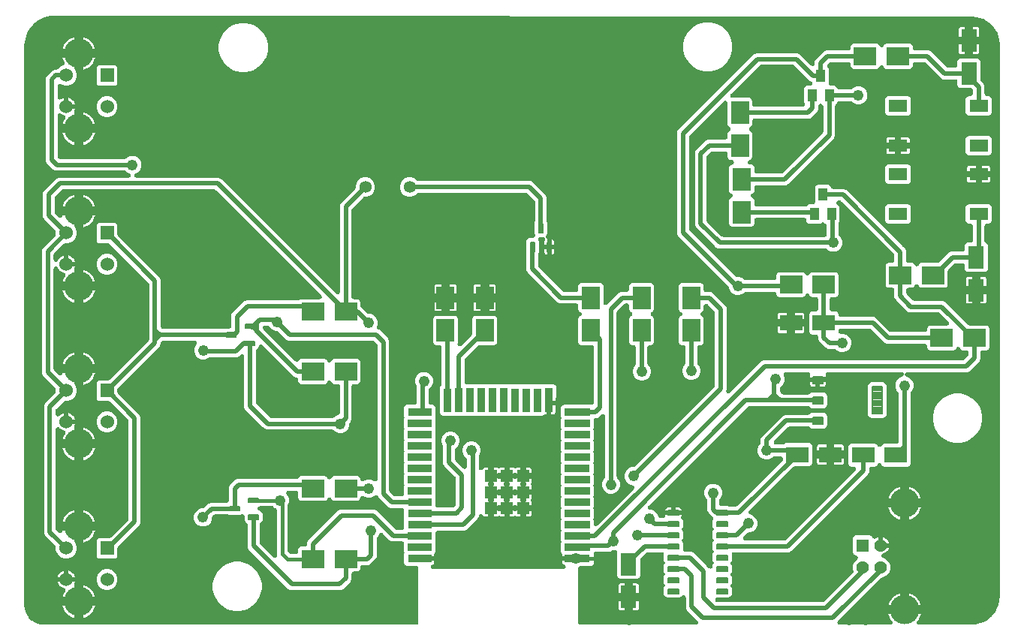
<source format=gbr>
G04 EAGLE Gerber RS-274X export*
G75*
%MOMM*%
%FSLAX34Y34*%
%LPD*%
%INTop Copper*%
%IPPOS*%
%AMOC8*
5,1,8,0,0,1.08239X$1,22.5*%
G01*
%ADD10R,0.965200X0.889000*%
%ADD11R,0.863600X0.889000*%
%ADD12R,0.889000X0.889000*%
%ADD13R,0.838200X0.889000*%
%ADD14R,0.736600X0.889000*%
%ADD15R,0.762000X0.889000*%
%ADD16R,0.965200X0.914400*%
%ADD17R,0.736600X0.914400*%
%ADD18R,0.787400X0.889000*%
%ADD19R,0.914400X0.787400*%
%ADD20R,0.914400X0.838200*%
%ADD21R,0.914400X0.863600*%
%ADD22R,0.914400X0.762000*%
%ADD23R,0.914400X0.889000*%
%ADD24R,0.914400X0.965200*%
%ADD25R,0.914400X0.812800*%
%ADD26R,0.863600X0.914400*%
%ADD27R,0.914400X0.914400*%
%ADD28R,0.889000X0.914400*%
%ADD29R,2.000000X0.900000*%
%ADD30R,0.900000X2.000000*%
%ADD31R,1.330000X1.330000*%
%ADD32C,0.708000*%
%ADD33C,0.139500*%
%ADD34C,0.196500*%
%ADD35R,2.500000X1.800000*%
%ADD36R,2.500000X2.000000*%
%ADD37C,0.155000*%
%ADD38R,1.800000X2.500000*%
%ADD39R,2.000000X2.500000*%
%ADD40R,1.000000X1.400000*%
%ADD41C,0.150000*%
%ADD42C,1.530000*%
%ADD43R,1.530000X1.530000*%
%ADD44C,3.316000*%
%ADD45C,1.358000*%
%ADD46C,1.428000*%
%ADD47R,1.428000X1.428000*%
%ADD48R,2.100000X1.400000*%
%ADD49C,0.508000*%
%ADD50C,1.219200*%
%ADD51C,0.406400*%

G36*
X452075Y10164D02*
X452075Y10164D01*
X452109Y10162D01*
X452298Y10184D01*
X452489Y10201D01*
X452522Y10210D01*
X452556Y10214D01*
X452739Y10269D01*
X452923Y10319D01*
X452954Y10334D01*
X452987Y10344D01*
X453158Y10431D01*
X453330Y10513D01*
X453358Y10533D01*
X453389Y10548D01*
X453541Y10664D01*
X453696Y10775D01*
X453720Y10800D01*
X453747Y10820D01*
X453876Y10960D01*
X454010Y11097D01*
X454029Y11126D01*
X454053Y11152D01*
X454155Y11313D01*
X454262Y11470D01*
X454276Y11502D01*
X454294Y11531D01*
X454367Y11708D01*
X454444Y11882D01*
X454452Y11916D01*
X454465Y11948D01*
X454505Y12135D01*
X454551Y12320D01*
X454553Y12354D01*
X454560Y12388D01*
X454579Y12700D01*
X454579Y74073D01*
X454572Y74155D01*
X454574Y74238D01*
X454552Y74379D01*
X454539Y74522D01*
X454518Y74601D01*
X454505Y74683D01*
X454458Y74818D01*
X454421Y74956D01*
X454385Y75031D01*
X454359Y75109D01*
X454289Y75234D01*
X454227Y75363D01*
X454180Y75430D01*
X454139Y75502D01*
X454049Y75613D01*
X453965Y75729D01*
X453906Y75786D01*
X453854Y75850D01*
X453745Y75943D01*
X453643Y76043D01*
X453574Y76089D01*
X453512Y76143D01*
X453388Y76215D01*
X453270Y76295D01*
X453194Y76328D01*
X453123Y76370D01*
X452989Y76419D01*
X452858Y76477D01*
X452778Y76497D01*
X452700Y76525D01*
X452559Y76550D01*
X452420Y76584D01*
X452338Y76589D01*
X452257Y76603D01*
X452114Y76603D01*
X451971Y76612D01*
X451889Y76602D01*
X451807Y76602D01*
X451666Y76576D01*
X451524Y76559D01*
X451445Y76536D01*
X451364Y76521D01*
X451167Y76453D01*
X441659Y76453D01*
X440166Y77072D01*
X439022Y78216D01*
X438403Y79709D01*
X438403Y90217D01*
X438455Y90341D01*
X438504Y90498D01*
X438561Y90653D01*
X438571Y90713D01*
X438590Y90771D01*
X438610Y90934D01*
X438639Y91096D01*
X438639Y91157D01*
X438646Y91218D01*
X438638Y91382D01*
X438637Y91546D01*
X438627Y91606D01*
X438623Y91667D01*
X438586Y91828D01*
X438557Y91989D01*
X438531Y92062D01*
X438521Y92106D01*
X438497Y92162D01*
X438455Y92285D01*
X438403Y92410D01*
X438403Y101694D01*
X438400Y101729D01*
X438402Y101763D01*
X438380Y101952D01*
X438363Y102143D01*
X438354Y102176D01*
X438350Y102210D01*
X438295Y102393D01*
X438245Y102577D01*
X438230Y102608D01*
X438220Y102641D01*
X438133Y102812D01*
X438051Y102984D01*
X438031Y103012D01*
X438016Y103043D01*
X437900Y103195D01*
X437789Y103350D01*
X437764Y103374D01*
X437744Y103401D01*
X437604Y103530D01*
X437467Y103664D01*
X437438Y103683D01*
X437412Y103707D01*
X437251Y103809D01*
X437094Y103916D01*
X437062Y103930D01*
X437033Y103948D01*
X436856Y104021D01*
X436682Y104098D01*
X436648Y104106D01*
X436616Y104119D01*
X436429Y104159D01*
X436244Y104205D01*
X436210Y104207D01*
X436176Y104214D01*
X435864Y104233D01*
X424804Y104233D01*
X422377Y105239D01*
X414417Y113198D01*
X414354Y113251D01*
X414297Y113311D01*
X414182Y113395D01*
X414072Y113487D01*
X414000Y113528D01*
X413934Y113577D01*
X413805Y113639D01*
X413681Y113710D01*
X413603Y113738D01*
X413529Y113774D01*
X413392Y113813D01*
X413257Y113861D01*
X413175Y113875D01*
X413096Y113897D01*
X412954Y113911D01*
X412812Y113935D01*
X412730Y113934D01*
X412648Y113942D01*
X412506Y113931D01*
X412362Y113929D01*
X412281Y113913D01*
X412199Y113907D01*
X412061Y113870D01*
X411920Y113843D01*
X411843Y113813D01*
X411764Y113793D01*
X411634Y113732D01*
X411500Y113681D01*
X411430Y113638D01*
X411355Y113603D01*
X411238Y113521D01*
X411115Y113447D01*
X411054Y113392D01*
X410986Y113345D01*
X410885Y113243D01*
X410778Y113149D01*
X410727Y113084D01*
X410669Y113026D01*
X410587Y112908D01*
X410499Y112796D01*
X410460Y112723D01*
X410413Y112655D01*
X410305Y112434D01*
X410286Y112399D01*
X410283Y112389D01*
X410276Y112374D01*
X409426Y110322D01*
X408160Y109057D01*
X408055Y108931D01*
X407943Y108810D01*
X407911Y108758D01*
X407872Y108712D01*
X407790Y108569D01*
X407702Y108430D01*
X407678Y108374D01*
X407648Y108321D01*
X407593Y108166D01*
X407531Y108014D01*
X407518Y107954D01*
X407497Y107896D01*
X407471Y107734D01*
X407436Y107573D01*
X407431Y107496D01*
X407424Y107452D01*
X407425Y107391D01*
X407417Y107261D01*
X407417Y87078D01*
X406411Y84651D01*
X400489Y78729D01*
X398062Y77723D01*
X391680Y77723D01*
X391645Y77720D01*
X391611Y77722D01*
X391422Y77700D01*
X391231Y77683D01*
X391198Y77674D01*
X391164Y77670D01*
X390981Y77615D01*
X390797Y77565D01*
X390766Y77550D01*
X390733Y77540D01*
X390562Y77453D01*
X390390Y77371D01*
X390362Y77351D01*
X390331Y77336D01*
X390179Y77220D01*
X390024Y77109D01*
X390000Y77084D01*
X389973Y77064D01*
X389844Y76924D01*
X389710Y76787D01*
X389691Y76758D01*
X389667Y76732D01*
X389565Y76571D01*
X389458Y76414D01*
X389444Y76382D01*
X389426Y76353D01*
X389353Y76176D01*
X389276Y76002D01*
X389268Y75968D01*
X389255Y75936D01*
X389215Y75749D01*
X389169Y75564D01*
X389167Y75530D01*
X389160Y75496D01*
X389141Y75184D01*
X389141Y73519D01*
X388522Y72026D01*
X387378Y70882D01*
X385885Y70263D01*
X381720Y70263D01*
X381685Y70260D01*
X381651Y70262D01*
X381462Y70240D01*
X381271Y70223D01*
X381238Y70214D01*
X381204Y70210D01*
X381021Y70155D01*
X380837Y70105D01*
X380806Y70090D01*
X380773Y70080D01*
X380602Y69993D01*
X380430Y69911D01*
X380402Y69891D01*
X380371Y69876D01*
X380219Y69760D01*
X380064Y69649D01*
X380040Y69624D01*
X380013Y69604D01*
X379884Y69464D01*
X379750Y69327D01*
X379731Y69298D01*
X379707Y69272D01*
X379605Y69111D01*
X379498Y68954D01*
X379484Y68922D01*
X379466Y68893D01*
X379393Y68716D01*
X379316Y68542D01*
X379308Y68508D01*
X379295Y68476D01*
X379255Y68289D01*
X379209Y68104D01*
X379207Y68070D01*
X379200Y68036D01*
X379181Y67724D01*
X379181Y61636D01*
X378175Y59209D01*
X369501Y50535D01*
X367074Y49529D01*
X310344Y49529D01*
X307917Y50535D01*
X263065Y95387D01*
X262059Y97814D01*
X262059Y123065D01*
X262041Y123276D01*
X262024Y123488D01*
X262021Y123500D01*
X262019Y123513D01*
X261964Y123718D01*
X261910Y123923D01*
X261904Y123935D01*
X261901Y123948D01*
X261810Y124138D01*
X261721Y124332D01*
X261713Y124343D01*
X261707Y124354D01*
X261585Y124526D01*
X261462Y124701D01*
X261453Y124710D01*
X261445Y124721D01*
X261293Y124868D01*
X261143Y125018D01*
X261132Y125025D01*
X261123Y125035D01*
X260947Y125153D01*
X260772Y125274D01*
X260758Y125281D01*
X260750Y125287D01*
X260713Y125303D01*
X260543Y125386D01*
X259182Y126747D01*
X258449Y128516D01*
X258449Y132276D01*
X258442Y132358D01*
X258444Y132440D01*
X258422Y132581D01*
X258409Y132724D01*
X258388Y132804D01*
X258375Y132885D01*
X258329Y133021D01*
X258291Y133159D01*
X258256Y133233D01*
X258229Y133311D01*
X258159Y133436D01*
X258097Y133565D01*
X258050Y133632D01*
X258009Y133704D01*
X257919Y133815D01*
X257835Y133931D01*
X257776Y133989D01*
X257724Y134053D01*
X257615Y134146D01*
X257513Y134245D01*
X257444Y134292D01*
X257382Y134345D01*
X257258Y134417D01*
X257140Y134498D01*
X257064Y134531D01*
X256993Y134573D01*
X256859Y134622D01*
X256728Y134680D01*
X256648Y134699D01*
X256570Y134728D01*
X256429Y134753D01*
X256290Y134786D01*
X256208Y134791D01*
X256127Y134806D01*
X255984Y134805D01*
X255841Y134814D01*
X255759Y134805D01*
X255677Y134804D01*
X255536Y134779D01*
X255394Y134762D01*
X255315Y134738D01*
X255234Y134723D01*
X255001Y134643D01*
X254963Y134632D01*
X254953Y134627D01*
X254938Y134622D01*
X253822Y134159D01*
X241106Y134159D01*
X240462Y134426D01*
X240351Y134461D01*
X240243Y134505D01*
X240137Y134528D01*
X240033Y134561D01*
X239917Y134575D01*
X239803Y134600D01*
X239649Y134610D01*
X239586Y134617D01*
X239550Y134616D01*
X239491Y134619D01*
X225276Y134619D01*
X225112Y134605D01*
X224947Y134598D01*
X224888Y134585D01*
X224827Y134579D01*
X224668Y134536D01*
X224508Y134500D01*
X224452Y134477D01*
X224393Y134461D01*
X224245Y134390D01*
X224092Y134327D01*
X224041Y134294D01*
X223986Y134267D01*
X223853Y134172D01*
X223714Y134082D01*
X223656Y134031D01*
X223620Y134005D01*
X223588Y133972D01*
X223585Y133970D01*
X223571Y133956D01*
X223480Y133876D01*
X222486Y132882D01*
X222381Y132756D01*
X222269Y132635D01*
X222237Y132583D01*
X222198Y132537D01*
X222116Y132394D01*
X222028Y132255D01*
X222004Y132199D01*
X221974Y132146D01*
X221919Y131991D01*
X221857Y131839D01*
X221844Y131779D01*
X221823Y131721D01*
X221797Y131559D01*
X221762Y131398D01*
X221757Y131321D01*
X221750Y131277D01*
X221751Y131216D01*
X221743Y131086D01*
X221743Y129297D01*
X220196Y125562D01*
X217338Y122704D01*
X213603Y121157D01*
X209561Y121157D01*
X205826Y122704D01*
X202968Y125562D01*
X201421Y129297D01*
X201421Y133339D01*
X202968Y137074D01*
X205826Y139932D01*
X209561Y141479D01*
X211350Y141479D01*
X211514Y141493D01*
X211679Y141500D01*
X211738Y141513D01*
X211799Y141519D01*
X211958Y141562D01*
X212118Y141598D01*
X212174Y141621D01*
X212233Y141637D01*
X212381Y141708D01*
X212534Y141771D01*
X212585Y141804D01*
X212640Y141831D01*
X212773Y141926D01*
X212912Y142016D01*
X212970Y142067D01*
X213006Y142093D01*
X213049Y142136D01*
X213146Y142222D01*
X217747Y146823D01*
X220174Y147829D01*
X238320Y147829D01*
X238355Y147832D01*
X238389Y147830D01*
X238578Y147852D01*
X238769Y147869D01*
X238802Y147878D01*
X238836Y147882D01*
X239019Y147937D01*
X239203Y147987D01*
X239234Y148002D01*
X239267Y148012D01*
X239438Y148099D01*
X239610Y148181D01*
X239638Y148201D01*
X239669Y148216D01*
X239821Y148332D01*
X239976Y148443D01*
X240000Y148468D01*
X240027Y148488D01*
X240156Y148628D01*
X240290Y148765D01*
X240309Y148794D01*
X240333Y148820D01*
X240435Y148981D01*
X240542Y149138D01*
X240556Y149170D01*
X240574Y149199D01*
X240647Y149376D01*
X240724Y149550D01*
X240732Y149584D01*
X240745Y149616D01*
X240785Y149803D01*
X240831Y149988D01*
X240833Y150022D01*
X240840Y150056D01*
X240859Y150368D01*
X240859Y165144D01*
X241865Y167571D01*
X248041Y173747D01*
X250468Y174753D01*
X317257Y174753D01*
X317468Y174772D01*
X317679Y174788D01*
X317692Y174791D01*
X317705Y174793D01*
X317910Y174849D01*
X318115Y174902D01*
X318127Y174908D01*
X318140Y174911D01*
X318329Y175001D01*
X318523Y175091D01*
X318534Y175099D01*
X318546Y175105D01*
X318718Y175227D01*
X318892Y175350D01*
X318902Y175359D01*
X318912Y175367D01*
X319060Y175519D01*
X319210Y175669D01*
X319217Y175680D01*
X319226Y175689D01*
X319345Y175865D01*
X319466Y176039D01*
X319472Y176054D01*
X319478Y176062D01*
X319494Y176099D01*
X319603Y176320D01*
X319630Y176386D01*
X320774Y177530D01*
X322267Y178149D01*
X348885Y178149D01*
X350378Y177530D01*
X351522Y176386D01*
X351730Y175884D01*
X351790Y175769D01*
X351842Y175649D01*
X351894Y175570D01*
X351939Y175485D01*
X352018Y175382D01*
X352090Y175274D01*
X352156Y175204D01*
X352214Y175129D01*
X352311Y175042D01*
X352400Y174948D01*
X352478Y174891D01*
X352548Y174827D01*
X352659Y174759D01*
X352764Y174682D01*
X352850Y174640D01*
X352931Y174589D01*
X353051Y174541D01*
X353168Y174484D01*
X353261Y174458D01*
X353349Y174423D01*
X353476Y174397D01*
X353602Y174361D01*
X353697Y174352D01*
X353790Y174333D01*
X353920Y174329D01*
X354050Y174317D01*
X354145Y174324D01*
X354240Y174322D01*
X354369Y174342D01*
X354498Y174352D01*
X354591Y174376D01*
X354685Y174391D01*
X354808Y174433D01*
X354934Y174466D01*
X355021Y174506D01*
X355111Y174537D01*
X355225Y174600D01*
X355343Y174655D01*
X355421Y174710D01*
X355504Y174756D01*
X355605Y174839D01*
X355711Y174913D01*
X355779Y174981D01*
X355853Y175042D01*
X355937Y175140D01*
X356029Y175233D01*
X356083Y175312D01*
X356145Y175384D01*
X356211Y175496D01*
X356285Y175603D01*
X356342Y175720D01*
X356373Y175773D01*
X356388Y175815D01*
X356422Y175884D01*
X356630Y176386D01*
X357774Y177530D01*
X359267Y178149D01*
X385885Y178149D01*
X387378Y177530D01*
X388522Y176386D01*
X389141Y174893D01*
X389141Y174741D01*
X389148Y174658D01*
X389146Y174576D01*
X389168Y174435D01*
X389181Y174292D01*
X389202Y174212D01*
X389215Y174131D01*
X389261Y173996D01*
X389299Y173858D01*
X389334Y173783D01*
X389361Y173705D01*
X389431Y173580D01*
X389493Y173451D01*
X389540Y173384D01*
X389581Y173312D01*
X389671Y173201D01*
X389755Y173085D01*
X389814Y173027D01*
X389866Y172964D01*
X389975Y172871D01*
X390077Y172771D01*
X390146Y172725D01*
X390208Y172671D01*
X390332Y172599D01*
X390450Y172519D01*
X390526Y172486D01*
X390597Y172444D01*
X390731Y172395D01*
X390862Y172337D01*
X390942Y172317D01*
X391020Y172289D01*
X391161Y172264D01*
X391300Y172230D01*
X391382Y172225D01*
X391463Y172211D01*
X391606Y172211D01*
X391749Y172202D01*
X391831Y172212D01*
X391913Y172212D01*
X392054Y172238D01*
X392196Y172254D01*
X392275Y172278D01*
X392356Y172293D01*
X392589Y172373D01*
X392627Y172385D01*
X392637Y172390D01*
X392652Y172395D01*
X396505Y173991D01*
X400547Y173991D01*
X404344Y172418D01*
X404369Y172401D01*
X404442Y172340D01*
X404555Y172276D01*
X404662Y172203D01*
X404750Y172164D01*
X404833Y172117D01*
X404955Y172073D01*
X405074Y172020D01*
X405167Y171998D01*
X405257Y171966D01*
X405385Y171945D01*
X405512Y171914D01*
X405607Y171908D01*
X405701Y171892D01*
X405831Y171894D01*
X405961Y171886D01*
X406056Y171897D01*
X406151Y171898D01*
X406279Y171923D01*
X406408Y171938D01*
X406500Y171966D01*
X406593Y171984D01*
X406715Y172031D01*
X406839Y172069D01*
X406924Y172112D01*
X407013Y172146D01*
X407125Y172214D01*
X407241Y172273D01*
X407317Y172331D01*
X407398Y172380D01*
X407496Y172466D01*
X407599Y172545D01*
X407664Y172615D01*
X407736Y172678D01*
X407816Y172780D01*
X407905Y172876D01*
X407956Y172957D01*
X408015Y173031D01*
X408076Y173146D01*
X408146Y173256D01*
X408183Y173344D01*
X408228Y173428D01*
X408268Y173552D01*
X408317Y173672D01*
X408337Y173766D01*
X408367Y173856D01*
X408385Y173985D01*
X408412Y174113D01*
X408420Y174242D01*
X408428Y174302D01*
X408427Y174347D01*
X408431Y174424D01*
X408431Y325396D01*
X408417Y325560D01*
X408410Y325725D01*
X408397Y325784D01*
X408391Y325845D01*
X408348Y326004D01*
X408312Y326164D01*
X408289Y326220D01*
X408273Y326279D01*
X408202Y326427D01*
X408139Y326580D01*
X408106Y326631D01*
X408079Y326686D01*
X407984Y326819D01*
X407894Y326958D01*
X407843Y327016D01*
X407817Y327052D01*
X407774Y327095D01*
X407688Y327192D01*
X404916Y329964D01*
X404790Y330069D01*
X404669Y330181D01*
X404617Y330213D01*
X404571Y330252D01*
X404428Y330334D01*
X404289Y330422D01*
X404233Y330446D01*
X404180Y330476D01*
X404025Y330531D01*
X403873Y330593D01*
X403813Y330606D01*
X403755Y330627D01*
X403593Y330653D01*
X403432Y330688D01*
X403355Y330693D01*
X403311Y330700D01*
X403250Y330699D01*
X403120Y330707D01*
X308312Y330707D01*
X305885Y331713D01*
X296966Y340632D01*
X296840Y340737D01*
X296719Y340849D01*
X296667Y340881D01*
X296621Y340920D01*
X296478Y341002D01*
X296339Y341090D01*
X296283Y341114D01*
X296230Y341144D01*
X296075Y341199D01*
X295923Y341261D01*
X295863Y341274D01*
X295805Y341295D01*
X295643Y341321D01*
X295482Y341356D01*
X295405Y341361D01*
X295361Y341368D01*
X295300Y341367D01*
X295170Y341375D01*
X293381Y341375D01*
X289646Y342922D01*
X286788Y345780D01*
X286590Y346260D01*
X286492Y346447D01*
X286395Y346637D01*
X286387Y346647D01*
X286381Y346659D01*
X286251Y346826D01*
X286123Y346995D01*
X286113Y347004D01*
X286105Y347015D01*
X285948Y347157D01*
X285792Y347301D01*
X285781Y347308D01*
X285771Y347316D01*
X285591Y347428D01*
X285412Y347542D01*
X285400Y347547D01*
X285389Y347554D01*
X285192Y347633D01*
X284996Y347713D01*
X284983Y347716D01*
X284971Y347721D01*
X284763Y347763D01*
X284556Y347808D01*
X284540Y347809D01*
X284529Y347811D01*
X284490Y347812D01*
X284244Y347827D01*
X281562Y347827D01*
X281432Y347816D01*
X281302Y347814D01*
X281208Y347796D01*
X281113Y347787D01*
X280988Y347753D01*
X280860Y347728D01*
X280771Y347694D01*
X280679Y347669D01*
X280561Y347613D01*
X280440Y347566D01*
X280358Y347516D01*
X280272Y347475D01*
X280166Y347400D01*
X280055Y347332D01*
X279984Y347269D01*
X279906Y347213D01*
X279815Y347120D01*
X279718Y347034D01*
X279659Y346959D01*
X279592Y346891D01*
X279519Y346783D01*
X279438Y346681D01*
X279393Y346597D01*
X279340Y346518D01*
X279287Y346399D01*
X279226Y346284D01*
X279196Y346193D01*
X279158Y346106D01*
X279127Y345979D01*
X279087Y345856D01*
X279074Y345761D01*
X279051Y345668D01*
X279043Y345539D01*
X279025Y345410D01*
X279029Y345314D01*
X279023Y345219D01*
X279038Y345090D01*
X279044Y344960D01*
X279064Y344867D01*
X279075Y344772D01*
X279113Y344647D01*
X279141Y344520D01*
X279178Y344432D01*
X279206Y344341D01*
X279265Y344225D01*
X279315Y344105D01*
X279367Y344024D01*
X279410Y343939D01*
X279488Y343836D01*
X279559Y343727D01*
X279645Y343629D01*
X279682Y343581D01*
X279715Y343550D01*
X279766Y343492D01*
X315600Y307658D01*
X315664Y307605D01*
X315721Y307546D01*
X315836Y307461D01*
X315946Y307369D01*
X316017Y307328D01*
X316084Y307280D01*
X316212Y307217D01*
X316337Y307146D01*
X316414Y307118D01*
X316489Y307082D01*
X316626Y307043D01*
X316761Y306995D01*
X316842Y306982D01*
X316922Y306959D01*
X317064Y306945D01*
X317205Y306922D01*
X317288Y306923D01*
X317370Y306915D01*
X317512Y306926D01*
X317655Y306928D01*
X317736Y306943D01*
X317819Y306950D01*
X317957Y306986D01*
X318097Y307013D01*
X318174Y307043D01*
X318254Y307064D01*
X318384Y307124D01*
X318517Y307176D01*
X318588Y307219D01*
X318663Y307253D01*
X318780Y307335D01*
X318902Y307410D01*
X318964Y307464D01*
X319032Y307512D01*
X319132Y307613D01*
X319239Y307708D01*
X319291Y307772D01*
X319349Y307831D01*
X319430Y307949D01*
X319519Y308061D01*
X319558Y308134D01*
X319573Y308155D01*
X320774Y309356D01*
X322267Y309975D01*
X348885Y309975D01*
X350378Y309356D01*
X351522Y308212D01*
X351730Y307710D01*
X351790Y307595D01*
X351842Y307475D01*
X351894Y307396D01*
X351938Y307311D01*
X352018Y307208D01*
X352090Y307100D01*
X352156Y307030D01*
X352214Y306955D01*
X352311Y306868D01*
X352400Y306774D01*
X352478Y306717D01*
X352548Y306653D01*
X352659Y306585D01*
X352764Y306508D01*
X352850Y306466D01*
X352931Y306415D01*
X353051Y306367D01*
X353168Y306310D01*
X353260Y306284D01*
X353349Y306249D01*
X353477Y306223D01*
X353602Y306187D01*
X353697Y306178D01*
X353790Y306159D01*
X353920Y306155D01*
X354050Y306143D01*
X354145Y306150D01*
X354240Y306148D01*
X354369Y306168D01*
X354499Y306178D01*
X354591Y306202D01*
X354685Y306217D01*
X354808Y306259D01*
X354934Y306292D01*
X355021Y306332D01*
X355111Y306363D01*
X355225Y306426D01*
X355343Y306481D01*
X355421Y306536D01*
X355504Y306582D01*
X355605Y306665D01*
X355712Y306739D01*
X355779Y306807D01*
X355853Y306868D01*
X355937Y306967D01*
X356029Y307059D01*
X356083Y307137D01*
X356145Y307210D01*
X356211Y307322D01*
X356285Y307429D01*
X356342Y307546D01*
X356373Y307599D01*
X356388Y307640D01*
X356422Y307710D01*
X356630Y308212D01*
X357774Y309356D01*
X359267Y309975D01*
X385885Y309975D01*
X387378Y309356D01*
X388522Y308212D01*
X389141Y306719D01*
X389141Y285101D01*
X388522Y283608D01*
X387378Y282464D01*
X385885Y281845D01*
X381720Y281845D01*
X381685Y281842D01*
X381651Y281844D01*
X381462Y281822D01*
X381271Y281805D01*
X381238Y281796D01*
X381204Y281792D01*
X381021Y281737D01*
X380837Y281687D01*
X380806Y281672D01*
X380773Y281662D01*
X380602Y281575D01*
X380430Y281493D01*
X380402Y281473D01*
X380371Y281458D01*
X380219Y281342D01*
X380064Y281231D01*
X380040Y281206D01*
X380013Y281186D01*
X379884Y281046D01*
X379750Y280909D01*
X379731Y280880D01*
X379707Y280854D01*
X379605Y280693D01*
X379498Y280536D01*
X379484Y280504D01*
X379466Y280475D01*
X379393Y280298D01*
X379316Y280124D01*
X379308Y280090D01*
X379295Y280058D01*
X379255Y279871D01*
X379209Y279686D01*
X379207Y279652D01*
X379200Y279618D01*
X379181Y279306D01*
X379181Y241722D01*
X378175Y239295D01*
X377426Y238546D01*
X377321Y238420D01*
X377209Y238299D01*
X377177Y238247D01*
X377138Y238201D01*
X377056Y238058D01*
X376968Y237919D01*
X376944Y237863D01*
X376914Y237810D01*
X376859Y237655D01*
X376797Y237503D01*
X376784Y237443D01*
X376763Y237385D01*
X376737Y237224D01*
X376702Y237062D01*
X376697Y236985D01*
X376690Y236941D01*
X376691Y236880D01*
X376683Y236750D01*
X376683Y234961D01*
X375136Y231226D01*
X372278Y228368D01*
X368543Y226821D01*
X364501Y226821D01*
X360766Y228368D01*
X359578Y229557D01*
X359452Y229662D01*
X359331Y229774D01*
X359279Y229806D01*
X359233Y229845D01*
X359090Y229927D01*
X358951Y230015D01*
X358895Y230039D01*
X358842Y230069D01*
X358687Y230124D01*
X358535Y230186D01*
X358475Y230199D01*
X358417Y230220D01*
X358255Y230246D01*
X358094Y230281D01*
X358017Y230286D01*
X357973Y230293D01*
X357912Y230292D01*
X357782Y230300D01*
X283605Y230300D01*
X281177Y231306D01*
X278962Y233521D01*
X259001Y253482D01*
X257995Y255910D01*
X257995Y312848D01*
X257984Y312978D01*
X257982Y313108D01*
X257964Y313202D01*
X257955Y313297D01*
X257921Y313423D01*
X257896Y313550D01*
X257862Y313639D01*
X257837Y313731D01*
X257781Y313849D01*
X257734Y313970D01*
X257684Y314052D01*
X257643Y314138D01*
X257568Y314244D01*
X257500Y314355D01*
X257437Y314426D01*
X257381Y314504D01*
X257288Y314595D01*
X257202Y314692D01*
X257127Y314751D01*
X257059Y314818D01*
X256951Y314891D01*
X256849Y314972D01*
X256765Y315017D01*
X256686Y315070D01*
X256567Y315123D01*
X256452Y315184D01*
X256361Y315214D01*
X256274Y315252D01*
X256147Y315283D01*
X256024Y315323D01*
X255929Y315336D01*
X255836Y315359D01*
X255707Y315367D01*
X255578Y315385D01*
X255482Y315381D01*
X255387Y315387D01*
X255258Y315372D01*
X255128Y315366D01*
X255035Y315346D01*
X254940Y315335D01*
X254815Y315297D01*
X254688Y315269D01*
X254600Y315232D01*
X254509Y315204D01*
X254393Y315145D01*
X254273Y315095D01*
X254193Y315043D01*
X254107Y315000D01*
X254004Y314922D01*
X253895Y314851D01*
X253797Y314765D01*
X253749Y314728D01*
X253718Y314695D01*
X253660Y314644D01*
X251933Y312917D01*
X249506Y311911D01*
X219383Y311911D01*
X219219Y311897D01*
X219054Y311890D01*
X218995Y311877D01*
X218934Y311871D01*
X218775Y311828D01*
X218615Y311792D01*
X218558Y311769D01*
X218500Y311753D01*
X218352Y311682D01*
X218199Y311619D01*
X218148Y311586D01*
X218093Y311559D01*
X217960Y311464D01*
X217821Y311374D01*
X217763Y311323D01*
X217727Y311297D01*
X217684Y311254D01*
X217593Y311173D01*
X213857Y309625D01*
X209815Y309625D01*
X206080Y311172D01*
X203222Y314030D01*
X201675Y317765D01*
X201675Y321807D01*
X203222Y325542D01*
X204053Y326372D01*
X204136Y326472D01*
X204227Y326565D01*
X204281Y326645D01*
X204342Y326718D01*
X204406Y326831D01*
X204479Y326938D01*
X204518Y327026D01*
X204565Y327109D01*
X204609Y327231D01*
X204662Y327350D01*
X204684Y327443D01*
X204716Y327533D01*
X204737Y327661D01*
X204768Y327788D01*
X204774Y327883D01*
X204790Y327977D01*
X204788Y328107D01*
X204796Y328237D01*
X204785Y328332D01*
X204784Y328427D01*
X204759Y328555D01*
X204744Y328684D01*
X204716Y328776D01*
X204698Y328870D01*
X204651Y328991D01*
X204613Y329115D01*
X204570Y329201D01*
X204536Y329290D01*
X204468Y329401D01*
X204409Y329517D01*
X204351Y329593D01*
X204302Y329674D01*
X204216Y329772D01*
X204137Y329875D01*
X204067Y329940D01*
X204004Y330012D01*
X203902Y330092D01*
X203806Y330181D01*
X203725Y330232D01*
X203650Y330291D01*
X203536Y330352D01*
X203426Y330422D01*
X203338Y330459D01*
X203254Y330504D01*
X203130Y330544D01*
X203010Y330593D01*
X202916Y330613D01*
X202825Y330643D01*
X202697Y330661D01*
X202569Y330688D01*
X202439Y330696D01*
X202379Y330704D01*
X202335Y330703D01*
X202258Y330707D01*
X166856Y330707D01*
X166692Y330693D01*
X166528Y330686D01*
X166468Y330673D01*
X166407Y330667D01*
X166248Y330624D01*
X166088Y330588D01*
X166032Y330565D01*
X165973Y330549D01*
X165824Y330478D01*
X165673Y330415D01*
X165621Y330382D01*
X165566Y330355D01*
X165433Y330260D01*
X165294Y330171D01*
X165236Y330119D01*
X165200Y330093D01*
X165158Y330050D01*
X165060Y329964D01*
X164829Y329732D01*
X164723Y329606D01*
X164611Y329485D01*
X164579Y329433D01*
X164540Y329387D01*
X164458Y329244D01*
X164370Y329105D01*
X164346Y329049D01*
X164316Y328996D01*
X164261Y328841D01*
X164199Y328689D01*
X164186Y328629D01*
X164165Y328572D01*
X164139Y328410D01*
X164104Y328248D01*
X164099Y328171D01*
X164092Y328127D01*
X164093Y328066D01*
X164085Y327936D01*
X164085Y327108D01*
X163079Y324681D01*
X160864Y322466D01*
X115836Y277438D01*
X115731Y277312D01*
X115619Y277191D01*
X115587Y277139D01*
X115548Y277093D01*
X115466Y276950D01*
X115378Y276811D01*
X115354Y276755D01*
X115324Y276702D01*
X115269Y276547D01*
X115207Y276395D01*
X115194Y276335D01*
X115173Y276277D01*
X115147Y276115D01*
X115112Y275954D01*
X115107Y275877D01*
X115100Y275833D01*
X115101Y275772D01*
X115093Y275642D01*
X115093Y272998D01*
X115107Y272834D01*
X115114Y272669D01*
X115127Y272610D01*
X115133Y272549D01*
X115176Y272390D01*
X115212Y272230D01*
X115235Y272174D01*
X115251Y272115D01*
X115322Y271967D01*
X115385Y271814D01*
X115418Y271763D01*
X115445Y271708D01*
X115540Y271575D01*
X115630Y271436D01*
X115681Y271378D01*
X115707Y271342D01*
X115750Y271299D01*
X115836Y271202D01*
X139965Y247073D01*
X140971Y244646D01*
X140971Y124924D01*
X139965Y122497D01*
X137750Y120282D01*
X115836Y98368D01*
X115731Y98242D01*
X115619Y98121D01*
X115587Y98069D01*
X115548Y98023D01*
X115466Y97880D01*
X115378Y97741D01*
X115354Y97685D01*
X115324Y97632D01*
X115269Y97477D01*
X115207Y97325D01*
X115194Y97265D01*
X115173Y97207D01*
X115147Y97045D01*
X115112Y96884D01*
X115107Y96807D01*
X115100Y96763D01*
X115101Y96702D01*
X115093Y96572D01*
X115093Y88061D01*
X114474Y86568D01*
X113330Y85424D01*
X111837Y84805D01*
X94919Y84805D01*
X93426Y85424D01*
X92282Y86568D01*
X91663Y88061D01*
X91663Y104979D01*
X92282Y106472D01*
X93426Y107616D01*
X94919Y108235D01*
X105970Y108235D01*
X106134Y108249D01*
X106299Y108256D01*
X106358Y108269D01*
X106419Y108275D01*
X106578Y108318D01*
X106738Y108354D01*
X106794Y108377D01*
X106853Y108393D01*
X107001Y108464D01*
X107154Y108527D01*
X107205Y108560D01*
X107260Y108587D01*
X107393Y108682D01*
X107532Y108772D01*
X107590Y108823D01*
X107626Y108849D01*
X107669Y108892D01*
X107766Y108978D01*
X127018Y128230D01*
X127123Y128356D01*
X127235Y128477D01*
X127267Y128529D01*
X127306Y128575D01*
X127388Y128718D01*
X127476Y128857D01*
X127500Y128913D01*
X127530Y128966D01*
X127585Y129121D01*
X127647Y129273D01*
X127660Y129333D01*
X127681Y129391D01*
X127707Y129553D01*
X127742Y129714D01*
X127747Y129790D01*
X127754Y129835D01*
X127753Y129896D01*
X127761Y130026D01*
X127761Y239544D01*
X127747Y239708D01*
X127740Y239873D01*
X127727Y239932D01*
X127721Y239993D01*
X127678Y240152D01*
X127642Y240312D01*
X127619Y240368D01*
X127603Y240427D01*
X127532Y240575D01*
X127469Y240728D01*
X127436Y240779D01*
X127409Y240834D01*
X127314Y240967D01*
X127224Y241106D01*
X127173Y241164D01*
X127147Y241200D01*
X127104Y241243D01*
X127018Y241340D01*
X106496Y261862D01*
X106370Y261967D01*
X106249Y262079D01*
X106197Y262111D01*
X106151Y262150D01*
X106008Y262232D01*
X105869Y262320D01*
X105813Y262344D01*
X105760Y262374D01*
X105605Y262429D01*
X105453Y262491D01*
X105393Y262504D01*
X105335Y262525D01*
X105173Y262551D01*
X105012Y262586D01*
X104935Y262591D01*
X104891Y262598D01*
X104830Y262597D01*
X104700Y262605D01*
X94919Y262605D01*
X93426Y263224D01*
X92282Y264368D01*
X91663Y265861D01*
X91663Y282779D01*
X92282Y284272D01*
X93426Y285416D01*
X94919Y286035D01*
X104700Y286035D01*
X104864Y286049D01*
X105029Y286056D01*
X105088Y286069D01*
X105149Y286075D01*
X105308Y286118D01*
X105468Y286154D01*
X105524Y286177D01*
X105583Y286193D01*
X105731Y286264D01*
X105884Y286327D01*
X105935Y286360D01*
X105990Y286387D01*
X106123Y286482D01*
X106262Y286572D01*
X106320Y286623D01*
X106356Y286649D01*
X106399Y286692D01*
X106496Y286778D01*
X150132Y330414D01*
X150237Y330540D01*
X150349Y330661D01*
X150381Y330713D01*
X150420Y330759D01*
X150502Y330902D01*
X150590Y331041D01*
X150614Y331097D01*
X150644Y331150D01*
X150699Y331305D01*
X150761Y331457D01*
X150774Y331517D01*
X150795Y331575D01*
X150821Y331737D01*
X150856Y331898D01*
X150861Y331975D01*
X150868Y332019D01*
X150867Y332080D01*
X150875Y332210D01*
X150875Y394230D01*
X150861Y394394D01*
X150854Y394559D01*
X150841Y394618D01*
X150835Y394679D01*
X150792Y394838D01*
X150756Y394998D01*
X150733Y395054D01*
X150717Y395113D01*
X150646Y395261D01*
X150583Y395414D01*
X150550Y395465D01*
X150523Y395520D01*
X150428Y395653D01*
X150338Y395792D01*
X150287Y395850D01*
X150261Y395886D01*
X150218Y395929D01*
X150132Y396026D01*
X106496Y439662D01*
X106370Y439767D01*
X106249Y439879D01*
X106197Y439911D01*
X106151Y439950D01*
X106008Y440032D01*
X105869Y440120D01*
X105813Y440144D01*
X105760Y440174D01*
X105605Y440229D01*
X105453Y440291D01*
X105393Y440304D01*
X105335Y440325D01*
X105173Y440351D01*
X105012Y440386D01*
X104935Y440391D01*
X104891Y440398D01*
X104830Y440397D01*
X104700Y440405D01*
X94919Y440405D01*
X93426Y441024D01*
X92282Y442168D01*
X91663Y443661D01*
X91663Y460579D01*
X92282Y462072D01*
X93426Y463216D01*
X94919Y463835D01*
X111837Y463835D01*
X113330Y463216D01*
X114474Y462072D01*
X115093Y460579D01*
X115093Y450798D01*
X115107Y450634D01*
X115114Y450469D01*
X115127Y450410D01*
X115133Y450349D01*
X115176Y450190D01*
X115212Y450030D01*
X115235Y449974D01*
X115251Y449915D01*
X115322Y449767D01*
X115385Y449614D01*
X115418Y449563D01*
X115445Y449508D01*
X115540Y449375D01*
X115630Y449236D01*
X115681Y449178D01*
X115707Y449142D01*
X115750Y449099D01*
X115836Y449002D01*
X163079Y401759D01*
X164085Y399332D01*
X164085Y346456D01*
X164088Y346421D01*
X164086Y346387D01*
X164108Y346198D01*
X164125Y346007D01*
X164134Y345974D01*
X164138Y345940D01*
X164193Y345757D01*
X164243Y345573D01*
X164258Y345542D01*
X164268Y345509D01*
X164355Y345338D01*
X164437Y345166D01*
X164457Y345138D01*
X164472Y345107D01*
X164588Y344955D01*
X164699Y344800D01*
X164724Y344776D01*
X164744Y344749D01*
X164884Y344620D01*
X165021Y344486D01*
X165050Y344467D01*
X165076Y344443D01*
X165237Y344341D01*
X165394Y344234D01*
X165426Y344220D01*
X165455Y344202D01*
X165632Y344129D01*
X165806Y344052D01*
X165840Y344044D01*
X165872Y344031D01*
X166059Y343991D01*
X166244Y343945D01*
X166278Y343943D01*
X166312Y343936D01*
X166624Y343917D01*
X235427Y343917D01*
X235543Y343927D01*
X235660Y343927D01*
X235767Y343947D01*
X235875Y343957D01*
X235988Y343987D01*
X236103Y344008D01*
X236249Y344059D01*
X236310Y344075D01*
X236342Y344091D01*
X236398Y344110D01*
X237042Y344377D01*
X240944Y344377D01*
X240979Y344380D01*
X241013Y344378D01*
X241202Y344400D01*
X241393Y344417D01*
X241426Y344426D01*
X241460Y344430D01*
X241643Y344485D01*
X241827Y344535D01*
X241858Y344550D01*
X241891Y344560D01*
X242062Y344647D01*
X242234Y344729D01*
X242262Y344749D01*
X242293Y344764D01*
X242445Y344880D01*
X242600Y344991D01*
X242624Y345016D01*
X242651Y345036D01*
X242780Y345176D01*
X242914Y345313D01*
X242933Y345342D01*
X242957Y345368D01*
X243059Y345529D01*
X243166Y345686D01*
X243180Y345718D01*
X243198Y345747D01*
X243271Y345924D01*
X243348Y346098D01*
X243356Y346132D01*
X243369Y346164D01*
X243409Y346351D01*
X243455Y346536D01*
X243457Y346570D01*
X243464Y346604D01*
X243483Y346916D01*
X243483Y359073D01*
X244489Y361501D01*
X258411Y375423D01*
X260839Y376429D01*
X319231Y376429D01*
X319394Y376443D01*
X319559Y376450D01*
X319618Y376463D01*
X319679Y376469D01*
X319838Y376512D01*
X319998Y376548D01*
X320055Y376571D01*
X320113Y376587D01*
X320262Y376658D01*
X320414Y376721D01*
X320465Y376754D01*
X320520Y376781D01*
X320634Y376862D01*
X322267Y377539D01*
X343040Y377539D01*
X343170Y377550D01*
X343300Y377552D01*
X343394Y377570D01*
X343489Y377579D01*
X343614Y377613D01*
X343742Y377638D01*
X343831Y377672D01*
X343923Y377697D01*
X344041Y377753D01*
X344162Y377800D01*
X344244Y377850D01*
X344330Y377891D01*
X344436Y377966D01*
X344547Y378034D01*
X344618Y378097D01*
X344696Y378153D01*
X344787Y378246D01*
X344884Y378332D01*
X344943Y378407D01*
X345010Y378475D01*
X345083Y378583D01*
X345164Y378685D01*
X345209Y378769D01*
X345262Y378848D01*
X345315Y378967D01*
X345376Y379082D01*
X345406Y379173D01*
X345444Y379260D01*
X345475Y379387D01*
X345515Y379510D01*
X345528Y379605D01*
X345551Y379698D01*
X345559Y379827D01*
X345577Y379956D01*
X345573Y380052D01*
X345579Y380147D01*
X345564Y380276D01*
X345558Y380406D01*
X345538Y380499D01*
X345527Y380594D01*
X345489Y380719D01*
X345461Y380846D01*
X345424Y380934D01*
X345396Y381025D01*
X345337Y381141D01*
X345287Y381261D01*
X345235Y381342D01*
X345192Y381427D01*
X345114Y381530D01*
X345043Y381639D01*
X344957Y381737D01*
X344920Y381785D01*
X344887Y381816D01*
X344836Y381874D01*
X226058Y500652D01*
X225932Y500757D01*
X225811Y500869D01*
X225759Y500901D01*
X225713Y500940D01*
X225570Y501022D01*
X225431Y501110D01*
X225375Y501134D01*
X225322Y501164D01*
X225167Y501219D01*
X225015Y501281D01*
X224955Y501294D01*
X224897Y501315D01*
X224735Y501341D01*
X224574Y501376D01*
X224497Y501381D01*
X224453Y501388D01*
X224392Y501387D01*
X224262Y501395D01*
X53826Y501395D01*
X53662Y501381D01*
X53497Y501374D01*
X53438Y501361D01*
X53377Y501355D01*
X53218Y501312D01*
X53058Y501276D01*
X53002Y501253D01*
X52943Y501237D01*
X52795Y501166D01*
X52642Y501103D01*
X52591Y501070D01*
X52536Y501043D01*
X52403Y500948D01*
X52264Y500858D01*
X52206Y500807D01*
X52170Y500781D01*
X52127Y500738D01*
X52030Y500652D01*
X45194Y493816D01*
X45089Y493689D01*
X44977Y493569D01*
X44945Y493517D01*
X44906Y493471D01*
X44824Y493328D01*
X44736Y493189D01*
X44712Y493133D01*
X44682Y493080D01*
X44627Y492925D01*
X44565Y492773D01*
X44552Y492713D01*
X44531Y492655D01*
X44505Y492493D01*
X44470Y492332D01*
X44465Y492255D01*
X44458Y492211D01*
X44459Y492150D01*
X44451Y492020D01*
X44451Y475440D01*
X44465Y475276D01*
X44472Y475111D01*
X44485Y475052D01*
X44491Y474991D01*
X44534Y474832D01*
X44570Y474672D01*
X44593Y474616D01*
X44609Y474557D01*
X44680Y474409D01*
X44743Y474256D01*
X44776Y474205D01*
X44803Y474150D01*
X44898Y474017D01*
X44988Y473878D01*
X45039Y473820D01*
X45065Y473784D01*
X45108Y473741D01*
X45194Y473644D01*
X48766Y470073D01*
X48774Y470065D01*
X48782Y470057D01*
X48947Y469921D01*
X49111Y469784D01*
X49121Y469778D01*
X49130Y469771D01*
X49317Y469666D01*
X49502Y469561D01*
X49513Y469557D01*
X49523Y469551D01*
X49724Y469482D01*
X49926Y469410D01*
X49938Y469408D01*
X49949Y469404D01*
X50159Y469371D01*
X50370Y469336D01*
X50382Y469337D01*
X50393Y469335D01*
X50606Y469340D01*
X50821Y469343D01*
X50832Y469345D01*
X50844Y469345D01*
X51053Y469388D01*
X51263Y469428D01*
X51273Y469432D01*
X51285Y469435D01*
X51484Y469514D01*
X51683Y469590D01*
X51693Y469596D01*
X51703Y469601D01*
X51885Y469713D01*
X52067Y469824D01*
X52076Y469832D01*
X52086Y469838D01*
X52246Y469982D01*
X52405Y470122D01*
X52412Y470131D01*
X52421Y470139D01*
X52553Y470310D01*
X52684Y470476D01*
X52690Y470486D01*
X52697Y470495D01*
X52797Y470686D01*
X52897Y470872D01*
X52900Y470883D01*
X52906Y470894D01*
X52970Y471099D01*
X53036Y471301D01*
X53038Y471312D01*
X53041Y471323D01*
X53068Y471535D01*
X53097Y471747D01*
X53097Y471758D01*
X53098Y471770D01*
X53088Y471983D01*
X53085Y472041D01*
X66499Y472041D01*
X66499Y460618D01*
X66513Y460454D01*
X66520Y460290D01*
X66533Y460231D01*
X66539Y460170D01*
X66582Y460011D01*
X66618Y459850D01*
X66641Y459794D01*
X66657Y459735D01*
X66728Y459587D01*
X66791Y459435D01*
X66824Y459384D01*
X66851Y459329D01*
X66946Y459195D01*
X67036Y459057D01*
X67087Y458999D01*
X67113Y458963D01*
X67156Y458920D01*
X67242Y458823D01*
X67309Y458756D01*
X69093Y454450D01*
X69093Y449790D01*
X67309Y445484D01*
X64014Y442189D01*
X59708Y440405D01*
X56056Y440405D01*
X55892Y440391D01*
X55727Y440384D01*
X55668Y440371D01*
X55607Y440365D01*
X55448Y440322D01*
X55288Y440286D01*
X55232Y440263D01*
X55173Y440247D01*
X55025Y440176D01*
X54872Y440113D01*
X54821Y440080D01*
X54766Y440053D01*
X54633Y439958D01*
X54494Y439868D01*
X54436Y439817D01*
X54400Y439791D01*
X54357Y439748D01*
X54260Y439662D01*
X43924Y429326D01*
X43819Y429200D01*
X43707Y429079D01*
X43675Y429027D01*
X43636Y428981D01*
X43554Y428838D01*
X43466Y428699D01*
X43442Y428643D01*
X43412Y428590D01*
X43357Y428435D01*
X43295Y428283D01*
X43282Y428223D01*
X43261Y428165D01*
X43235Y428003D01*
X43200Y427842D01*
X43195Y427765D01*
X43188Y427721D01*
X43189Y427660D01*
X43181Y427530D01*
X43181Y422280D01*
X43188Y422202D01*
X43186Y422124D01*
X43208Y421978D01*
X43221Y421832D01*
X43241Y421756D01*
X43253Y421679D01*
X43300Y421539D01*
X43339Y421397D01*
X43373Y421327D01*
X43398Y421253D01*
X43469Y421124D01*
X43533Y420991D01*
X43578Y420927D01*
X43616Y420859D01*
X43709Y420744D01*
X43795Y420624D01*
X43851Y420570D01*
X43900Y420509D01*
X44012Y420413D01*
X44117Y420310D01*
X44182Y420267D01*
X44241Y420216D01*
X44368Y420141D01*
X44490Y420058D01*
X44562Y420027D01*
X44629Y419987D01*
X44767Y419936D01*
X44902Y419876D01*
X44978Y419858D01*
X45051Y419830D01*
X45197Y419804D01*
X45340Y419769D01*
X45418Y419765D01*
X45495Y419751D01*
X45642Y419751D01*
X45789Y419742D01*
X45867Y419751D01*
X45945Y419751D01*
X46090Y419777D01*
X46236Y419794D01*
X46311Y419816D01*
X46388Y419830D01*
X46526Y419881D01*
X46667Y419924D01*
X46737Y419960D01*
X46810Y419987D01*
X46937Y420062D01*
X47069Y420128D01*
X47131Y420176D01*
X47198Y420215D01*
X47310Y420311D01*
X47427Y420400D01*
X47480Y420458D01*
X47540Y420509D01*
X47633Y420623D01*
X47732Y420732D01*
X47774Y420798D01*
X47824Y420858D01*
X47958Y421085D01*
X47974Y421111D01*
X47977Y421118D01*
X47982Y421127D01*
X48662Y422461D01*
X49605Y423759D01*
X50739Y424893D01*
X52037Y425836D01*
X53466Y426564D01*
X54829Y427007D01*
X54829Y417130D01*
X54832Y417096D01*
X54830Y417061D01*
X54852Y416872D01*
X54869Y416682D01*
X54878Y416648D01*
X54882Y416614D01*
X54937Y416431D01*
X54987Y416247D01*
X55002Y416216D01*
X55012Y416183D01*
X55099Y416012D01*
X55181Y415841D01*
X55201Y415813D01*
X55216Y415782D01*
X55332Y415630D01*
X55443Y415475D01*
X55462Y415456D01*
X55463Y415454D01*
X55469Y415448D01*
X55488Y415423D01*
X55505Y415408D01*
X55509Y415403D01*
X55649Y415274D01*
X55786Y415140D01*
X55814Y415121D01*
X55840Y415097D01*
X56001Y414995D01*
X56159Y414888D01*
X56190Y414874D01*
X56220Y414856D01*
X56396Y414783D01*
X56570Y414706D01*
X56604Y414698D01*
X56636Y414685D01*
X56823Y414644D01*
X57008Y414599D01*
X57042Y414597D01*
X57076Y414590D01*
X57388Y414571D01*
X67265Y414571D01*
X66822Y413208D01*
X66776Y413117D01*
X66695Y412917D01*
X66613Y412716D01*
X66611Y412707D01*
X66607Y412699D01*
X66564Y412488D01*
X66518Y412276D01*
X66517Y412265D01*
X66516Y412258D01*
X66515Y412228D01*
X66499Y411964D01*
X66499Y397199D01*
X53144Y397199D01*
X53433Y398279D01*
X54392Y400595D01*
X55646Y402766D01*
X56039Y403279D01*
X56048Y403292D01*
X56058Y403304D01*
X56168Y403482D01*
X56281Y403659D01*
X56287Y403673D01*
X56295Y403687D01*
X56372Y403882D01*
X56451Y404076D01*
X56454Y404091D01*
X56460Y404106D01*
X56501Y404309D01*
X56545Y404516D01*
X56546Y404532D01*
X56549Y404547D01*
X56553Y404755D01*
X56560Y404966D01*
X56558Y404982D01*
X56558Y404997D01*
X56525Y405204D01*
X56495Y405411D01*
X56490Y405426D01*
X56488Y405442D01*
X56419Y405640D01*
X56353Y405839D01*
X56345Y405852D01*
X56340Y405867D01*
X56237Y406050D01*
X56137Y406234D01*
X56127Y406246D01*
X56119Y406260D01*
X55986Y406422D01*
X55855Y406585D01*
X55843Y406595D01*
X55833Y406607D01*
X55673Y406743D01*
X55515Y406880D01*
X55502Y406888D01*
X55489Y406899D01*
X55308Y407004D01*
X55129Y407111D01*
X55114Y407117D01*
X55100Y407125D01*
X54809Y407239D01*
X53466Y407676D01*
X52037Y408404D01*
X50739Y409347D01*
X49605Y410481D01*
X48662Y411779D01*
X47982Y413113D01*
X47941Y413179D01*
X47907Y413249D01*
X47822Y413369D01*
X47743Y413494D01*
X47691Y413552D01*
X47645Y413616D01*
X47540Y413718D01*
X47441Y413827D01*
X47379Y413875D01*
X47323Y413930D01*
X47201Y414012D01*
X47084Y414102D01*
X47014Y414138D01*
X46950Y414182D01*
X46815Y414241D01*
X46684Y414309D01*
X46609Y414332D01*
X46538Y414364D01*
X46394Y414399D01*
X46254Y414442D01*
X46176Y414452D01*
X46100Y414471D01*
X45953Y414480D01*
X45807Y414498D01*
X45729Y414493D01*
X45651Y414498D01*
X45504Y414481D01*
X45357Y414473D01*
X45281Y414455D01*
X45204Y414446D01*
X45062Y414403D01*
X44919Y414370D01*
X44848Y414339D01*
X44773Y414316D01*
X44641Y414249D01*
X44506Y414190D01*
X44441Y414147D01*
X44371Y414112D01*
X44254Y414023D01*
X44131Y413941D01*
X44075Y413887D01*
X44013Y413840D01*
X43913Y413731D01*
X43806Y413629D01*
X43760Y413566D01*
X43707Y413508D01*
X43628Y413384D01*
X43542Y413265D01*
X43508Y413195D01*
X43466Y413129D01*
X43410Y412992D01*
X43345Y412860D01*
X43324Y412784D01*
X43295Y412712D01*
X43264Y412568D01*
X43224Y412426D01*
X43216Y412348D01*
X43200Y412272D01*
X43184Y412008D01*
X43181Y411978D01*
X43181Y411971D01*
X43181Y411960D01*
X43181Y298910D01*
X43195Y298746D01*
X43202Y298581D01*
X43215Y298522D01*
X43221Y298461D01*
X43264Y298302D01*
X43300Y298142D01*
X43323Y298086D01*
X43339Y298027D01*
X43410Y297878D01*
X43473Y297726D01*
X43506Y297675D01*
X43533Y297620D01*
X43628Y297487D01*
X43718Y297348D01*
X43769Y297290D01*
X43795Y297254D01*
X43838Y297211D01*
X43924Y297114D01*
X48766Y292273D01*
X48774Y292265D01*
X48782Y292257D01*
X48947Y292121D01*
X49111Y291984D01*
X49121Y291978D01*
X49130Y291971D01*
X49316Y291867D01*
X49502Y291761D01*
X49513Y291757D01*
X49523Y291751D01*
X49724Y291682D01*
X49926Y291610D01*
X49938Y291608D01*
X49948Y291604D01*
X50161Y291571D01*
X50370Y291536D01*
X50382Y291537D01*
X50393Y291535D01*
X50608Y291540D01*
X50821Y291542D01*
X50832Y291545D01*
X50844Y291545D01*
X51053Y291587D01*
X51263Y291628D01*
X51273Y291632D01*
X51285Y291635D01*
X51484Y291713D01*
X51683Y291790D01*
X51693Y291796D01*
X51703Y291801D01*
X51884Y291913D01*
X52067Y292024D01*
X52076Y292032D01*
X52086Y292038D01*
X52244Y292180D01*
X52405Y292322D01*
X52412Y292332D01*
X52421Y292339D01*
X52551Y292507D01*
X52684Y292676D01*
X52690Y292686D01*
X52697Y292695D01*
X52796Y292884D01*
X52897Y293072D01*
X52900Y293083D01*
X52906Y293094D01*
X52970Y293297D01*
X53036Y293501D01*
X53038Y293512D01*
X53041Y293523D01*
X53068Y293735D01*
X53097Y293947D01*
X53097Y293958D01*
X53098Y293970D01*
X53088Y294183D01*
X53085Y294241D01*
X66499Y294241D01*
X66499Y282818D01*
X66513Y282654D01*
X66520Y282490D01*
X66533Y282431D01*
X66539Y282370D01*
X66582Y282211D01*
X66618Y282050D01*
X66641Y281994D01*
X66657Y281935D01*
X66728Y281787D01*
X66791Y281635D01*
X66824Y281584D01*
X66851Y281529D01*
X66946Y281395D01*
X67036Y281257D01*
X67087Y281199D01*
X67113Y281163D01*
X67156Y281120D01*
X67242Y281023D01*
X67309Y280956D01*
X69093Y276650D01*
X69093Y271990D01*
X67309Y267684D01*
X64014Y264389D01*
X59708Y262605D01*
X56056Y262605D01*
X55892Y262591D01*
X55727Y262584D01*
X55668Y262571D01*
X55607Y262565D01*
X55448Y262522D01*
X55288Y262486D01*
X55232Y262463D01*
X55173Y262447D01*
X55024Y262376D01*
X54872Y262313D01*
X54821Y262280D01*
X54766Y262253D01*
X54632Y262158D01*
X54494Y262068D01*
X54436Y262017D01*
X54400Y261991D01*
X54357Y261948D01*
X54260Y261862D01*
X46210Y253812D01*
X46105Y253686D01*
X45993Y253565D01*
X45961Y253513D01*
X45922Y253467D01*
X45840Y253324D01*
X45752Y253185D01*
X45728Y253129D01*
X45698Y253076D01*
X45643Y252921D01*
X45581Y252769D01*
X45568Y252709D01*
X45547Y252651D01*
X45521Y252489D01*
X45486Y252328D01*
X45481Y252251D01*
X45474Y252207D01*
X45475Y252146D01*
X45467Y252016D01*
X45467Y247951D01*
X45478Y247821D01*
X45480Y247691D01*
X45498Y247598D01*
X45507Y247502D01*
X45541Y247377D01*
X45566Y247249D01*
X45600Y247160D01*
X45625Y247068D01*
X45681Y246951D01*
X45728Y246829D01*
X45778Y246748D01*
X45819Y246661D01*
X45894Y246556D01*
X45962Y246445D01*
X46025Y246373D01*
X46081Y246295D01*
X46174Y246205D01*
X46260Y246107D01*
X46335Y246048D01*
X46403Y245981D01*
X46511Y245908D01*
X46613Y245828D01*
X46697Y245783D01*
X46776Y245729D01*
X46895Y245676D01*
X47010Y245615D01*
X47101Y245586D01*
X47188Y245547D01*
X47315Y245516D01*
X47438Y245476D01*
X47533Y245463D01*
X47626Y245440D01*
X47755Y245432D01*
X47884Y245415D01*
X47980Y245418D01*
X48075Y245413D01*
X48204Y245428D01*
X48334Y245433D01*
X48427Y245454D01*
X48522Y245465D01*
X48647Y245502D01*
X48774Y245530D01*
X48862Y245567D01*
X48953Y245595D01*
X49069Y245654D01*
X49189Y245704D01*
X49269Y245756D01*
X49355Y245799D01*
X49458Y245878D01*
X49567Y245948D01*
X49665Y246035D01*
X49713Y246071D01*
X49744Y246104D01*
X49802Y246155D01*
X50739Y247093D01*
X52037Y248036D01*
X53466Y248764D01*
X54829Y249207D01*
X54829Y239330D01*
X54832Y239296D01*
X54830Y239261D01*
X54852Y239072D01*
X54869Y238882D01*
X54878Y238848D01*
X54882Y238814D01*
X54937Y238631D01*
X54987Y238447D01*
X55002Y238416D01*
X55012Y238383D01*
X55099Y238212D01*
X55181Y238041D01*
X55201Y238013D01*
X55216Y237982D01*
X55332Y237830D01*
X55443Y237675D01*
X55462Y237656D01*
X55463Y237654D01*
X55469Y237648D01*
X55488Y237623D01*
X55505Y237608D01*
X55509Y237603D01*
X55649Y237474D01*
X55786Y237340D01*
X55814Y237321D01*
X55840Y237297D01*
X56001Y237195D01*
X56159Y237088D01*
X56190Y237074D01*
X56220Y237056D01*
X56396Y236983D01*
X56570Y236906D01*
X56604Y236898D01*
X56636Y236885D01*
X56823Y236844D01*
X57008Y236799D01*
X57042Y236797D01*
X57076Y236790D01*
X57388Y236771D01*
X67265Y236771D01*
X66822Y235408D01*
X66776Y235317D01*
X66695Y235117D01*
X66613Y234916D01*
X66611Y234907D01*
X66608Y234899D01*
X66564Y234689D01*
X66518Y234476D01*
X66517Y234465D01*
X66516Y234458D01*
X66515Y234429D01*
X66499Y234164D01*
X66499Y219399D01*
X53144Y219399D01*
X53433Y220479D01*
X54392Y222795D01*
X55646Y224966D01*
X56039Y225479D01*
X56048Y225492D01*
X56058Y225504D01*
X56168Y225682D01*
X56281Y225859D01*
X56287Y225873D01*
X56295Y225887D01*
X56372Y226082D01*
X56451Y226276D01*
X56454Y226291D01*
X56460Y226306D01*
X56501Y226509D01*
X56545Y226716D01*
X56546Y226732D01*
X56549Y226747D01*
X56553Y226955D01*
X56560Y227166D01*
X56558Y227182D01*
X56558Y227197D01*
X56525Y227404D01*
X56495Y227611D01*
X56490Y227626D01*
X56488Y227642D01*
X56419Y227840D01*
X56353Y228039D01*
X56345Y228052D01*
X56340Y228067D01*
X56237Y228250D01*
X56137Y228434D01*
X56127Y228446D01*
X56119Y228460D01*
X55986Y228622D01*
X55855Y228785D01*
X55843Y228795D01*
X55833Y228807D01*
X55673Y228943D01*
X55515Y229080D01*
X55502Y229088D01*
X55489Y229099D01*
X55308Y229204D01*
X55129Y229311D01*
X55114Y229317D01*
X55100Y229325D01*
X54809Y229439D01*
X53466Y229876D01*
X52037Y230604D01*
X50739Y231547D01*
X49802Y232485D01*
X49702Y232568D01*
X49609Y232659D01*
X49529Y232712D01*
X49456Y232774D01*
X49343Y232838D01*
X49236Y232911D01*
X49148Y232949D01*
X49065Y232997D01*
X48943Y233040D01*
X48824Y233093D01*
X48731Y233116D01*
X48641Y233148D01*
X48513Y233169D01*
X48386Y233200D01*
X48291Y233206D01*
X48197Y233221D01*
X48067Y233219D01*
X47937Y233227D01*
X47842Y233216D01*
X47747Y233215D01*
X47619Y233190D01*
X47490Y233175D01*
X47398Y233148D01*
X47304Y233130D01*
X47183Y233083D01*
X47059Y233045D01*
X46973Y233002D01*
X46884Y232967D01*
X46773Y232900D01*
X46657Y232841D01*
X46581Y232783D01*
X46500Y232733D01*
X46402Y232647D01*
X46299Y232569D01*
X46234Y232498D01*
X46162Y232435D01*
X46082Y232333D01*
X45993Y232238D01*
X45942Y232157D01*
X45883Y232082D01*
X45822Y231968D01*
X45752Y231858D01*
X45715Y231769D01*
X45670Y231685D01*
X45630Y231562D01*
X45581Y231441D01*
X45561Y231348D01*
X45531Y231257D01*
X45513Y231128D01*
X45486Y231001D01*
X45478Y230871D01*
X45470Y230811D01*
X45471Y230766D01*
X45467Y230689D01*
X45467Y118824D01*
X45481Y118660D01*
X45488Y118495D01*
X45501Y118436D01*
X45507Y118375D01*
X45550Y118216D01*
X45586Y118056D01*
X45609Y118000D01*
X45625Y117941D01*
X45696Y117793D01*
X45759Y117640D01*
X45792Y117589D01*
X45819Y117534D01*
X45914Y117401D01*
X46004Y117262D01*
X46055Y117204D01*
X46081Y117168D01*
X46124Y117125D01*
X46210Y117028D01*
X48766Y114473D01*
X48774Y114465D01*
X48782Y114457D01*
X48947Y114321D01*
X49111Y114184D01*
X49121Y114178D01*
X49130Y114171D01*
X49317Y114066D01*
X49502Y113961D01*
X49513Y113957D01*
X49523Y113951D01*
X49724Y113882D01*
X49926Y113810D01*
X49938Y113808D01*
X49949Y113804D01*
X50159Y113771D01*
X50370Y113736D01*
X50382Y113737D01*
X50393Y113735D01*
X50606Y113740D01*
X50821Y113743D01*
X50832Y113745D01*
X50844Y113745D01*
X51053Y113788D01*
X51263Y113828D01*
X51273Y113832D01*
X51285Y113835D01*
X51484Y113914D01*
X51683Y113990D01*
X51693Y113996D01*
X51703Y114001D01*
X51885Y114113D01*
X52067Y114224D01*
X52076Y114232D01*
X52086Y114238D01*
X52246Y114382D01*
X52405Y114522D01*
X52412Y114531D01*
X52421Y114539D01*
X52553Y114710D01*
X52684Y114876D01*
X52690Y114886D01*
X52697Y114895D01*
X52797Y115086D01*
X52897Y115272D01*
X52900Y115283D01*
X52906Y115294D01*
X52970Y115499D01*
X53036Y115701D01*
X53038Y115712D01*
X53041Y115723D01*
X53068Y115935D01*
X53097Y116147D01*
X53097Y116158D01*
X53098Y116170D01*
X53088Y116383D01*
X53085Y116441D01*
X66499Y116441D01*
X66499Y105018D01*
X66513Y104854D01*
X66520Y104690D01*
X66533Y104631D01*
X66539Y104570D01*
X66582Y104411D01*
X66618Y104250D01*
X66641Y104194D01*
X66657Y104135D01*
X66728Y103987D01*
X66791Y103835D01*
X66824Y103784D01*
X66851Y103729D01*
X66946Y103595D01*
X67036Y103457D01*
X67087Y103399D01*
X67113Y103363D01*
X67156Y103320D01*
X67242Y103223D01*
X67309Y103156D01*
X69093Y98850D01*
X69093Y94190D01*
X67309Y89884D01*
X64014Y86589D01*
X59708Y84805D01*
X55048Y84805D01*
X50742Y86589D01*
X47447Y89884D01*
X45663Y94190D01*
X45663Y97842D01*
X45649Y98006D01*
X45642Y98171D01*
X45629Y98230D01*
X45623Y98291D01*
X45580Y98450D01*
X45544Y98610D01*
X45521Y98666D01*
X45505Y98725D01*
X45434Y98873D01*
X45371Y99026D01*
X45338Y99077D01*
X45311Y99132D01*
X45216Y99265D01*
X45126Y99404D01*
X45075Y99462D01*
X45049Y99498D01*
X45006Y99541D01*
X44920Y99638D01*
X33263Y111295D01*
X32257Y113722D01*
X32257Y257118D01*
X33263Y259545D01*
X35478Y261760D01*
X44920Y271202D01*
X45025Y271328D01*
X45137Y271449D01*
X45169Y271501D01*
X45208Y271547D01*
X45290Y271690D01*
X45378Y271829D01*
X45402Y271885D01*
X45432Y271938D01*
X45487Y272093D01*
X45549Y272245D01*
X45562Y272305D01*
X45583Y272363D01*
X45609Y272525D01*
X45644Y272686D01*
X45649Y272763D01*
X45656Y272807D01*
X45655Y272868D01*
X45663Y272998D01*
X45663Y275642D01*
X45649Y275806D01*
X45642Y275971D01*
X45629Y276030D01*
X45623Y276091D01*
X45580Y276250D01*
X45544Y276410D01*
X45521Y276466D01*
X45505Y276525D01*
X45434Y276673D01*
X45371Y276826D01*
X45338Y276877D01*
X45311Y276932D01*
X45216Y277065D01*
X45126Y277204D01*
X45075Y277262D01*
X45049Y277298D01*
X45006Y277341D01*
X44920Y277438D01*
X30977Y291381D01*
X29971Y293808D01*
X29971Y432632D01*
X30977Y435059D01*
X33192Y437274D01*
X44920Y449002D01*
X45025Y449128D01*
X45137Y449249D01*
X45169Y449301D01*
X45208Y449347D01*
X45290Y449490D01*
X45378Y449629D01*
X45402Y449685D01*
X45432Y449738D01*
X45487Y449893D01*
X45549Y450045D01*
X45562Y450105D01*
X45583Y450163D01*
X45609Y450325D01*
X45644Y450486D01*
X45649Y450563D01*
X45656Y450607D01*
X45655Y450668D01*
X45663Y450798D01*
X45663Y453442D01*
X45649Y453606D01*
X45642Y453771D01*
X45629Y453830D01*
X45623Y453891D01*
X45580Y454050D01*
X45544Y454210D01*
X45521Y454266D01*
X45505Y454325D01*
X45434Y454473D01*
X45371Y454626D01*
X45338Y454677D01*
X45311Y454732D01*
X45216Y454865D01*
X45126Y455004D01*
X45075Y455062D01*
X45049Y455098D01*
X45006Y455141D01*
X44920Y455238D01*
X34462Y465696D01*
X32247Y467911D01*
X31241Y470338D01*
X31241Y497122D01*
X32247Y499549D01*
X46297Y513599D01*
X48724Y514605D01*
X127714Y514605D01*
X127891Y514620D01*
X128069Y514630D01*
X128115Y514640D01*
X128163Y514645D01*
X128334Y514691D01*
X128507Y514732D01*
X128551Y514751D01*
X128597Y514763D01*
X128757Y514839D01*
X128921Y514910D01*
X128961Y514936D01*
X129004Y514957D01*
X129148Y515060D01*
X129296Y515158D01*
X129331Y515191D01*
X129370Y515219D01*
X129493Y515346D01*
X129622Y515468D01*
X129651Y515507D01*
X129684Y515541D01*
X129783Y515689D01*
X129888Y515832D01*
X129909Y515875D01*
X129936Y515914D01*
X130008Y516077D01*
X130086Y516236D01*
X130099Y516282D01*
X130118Y516326D01*
X130160Y516499D01*
X130209Y516670D01*
X130214Y516717D01*
X130225Y516764D01*
X130236Y516941D01*
X130253Y517118D01*
X130250Y517165D01*
X130253Y517213D01*
X130232Y517390D01*
X130218Y517567D01*
X130206Y517613D01*
X130201Y517660D01*
X130149Y517831D01*
X130104Y518002D01*
X130084Y518045D01*
X130070Y518091D01*
X129990Y518250D01*
X129915Y518411D01*
X129888Y518450D01*
X129866Y518493D01*
X129759Y518634D01*
X129657Y518780D01*
X129623Y518813D01*
X129594Y518851D01*
X129463Y518972D01*
X129337Y519097D01*
X129298Y519124D01*
X129263Y519156D01*
X129113Y519252D01*
X128967Y519353D01*
X128914Y519379D01*
X128883Y519398D01*
X128825Y519422D01*
X128686Y519490D01*
X126324Y520468D01*
X125059Y521734D01*
X124933Y521839D01*
X124812Y521951D01*
X124760Y521983D01*
X124714Y522022D01*
X124571Y522104D01*
X124432Y522192D01*
X124376Y522216D01*
X124323Y522246D01*
X124168Y522301D01*
X124016Y522363D01*
X123956Y522376D01*
X123898Y522397D01*
X123736Y522423D01*
X123575Y522458D01*
X123498Y522463D01*
X123454Y522470D01*
X123393Y522469D01*
X123263Y522477D01*
X45422Y522477D01*
X42995Y523483D01*
X35295Y531183D01*
X34289Y533610D01*
X34289Y626434D01*
X35295Y628861D01*
X41953Y635519D01*
X44380Y636525D01*
X46364Y636525D01*
X46528Y636539D01*
X46692Y636546D01*
X46752Y636559D01*
X46812Y636565D01*
X46971Y636608D01*
X47132Y636644D01*
X47188Y636667D01*
X47247Y636683D01*
X47395Y636754D01*
X47547Y636817D01*
X47598Y636850D01*
X47653Y636877D01*
X47787Y636972D01*
X47925Y637062D01*
X47983Y637113D01*
X48019Y637139D01*
X48062Y637182D01*
X48159Y637268D01*
X50742Y639851D01*
X54085Y641236D01*
X54263Y641329D01*
X54442Y641418D01*
X54462Y641433D01*
X54484Y641444D01*
X54642Y641567D01*
X54803Y641687D01*
X54820Y641705D01*
X54840Y641720D01*
X54975Y641870D01*
X55112Y642015D01*
X55125Y642036D01*
X55142Y642054D01*
X55248Y642225D01*
X55357Y642393D01*
X55367Y642416D01*
X55380Y642437D01*
X55454Y642623D01*
X55532Y642808D01*
X55537Y642832D01*
X55546Y642855D01*
X55586Y643052D01*
X55630Y643247D01*
X55631Y643272D01*
X55636Y643296D01*
X55641Y643496D01*
X55650Y643697D01*
X55647Y643722D01*
X55647Y643746D01*
X55617Y643944D01*
X55590Y644143D01*
X55582Y644167D01*
X55578Y644191D01*
X55513Y644380D01*
X55452Y644572D01*
X55438Y644599D01*
X55432Y644617D01*
X55405Y644665D01*
X55312Y644852D01*
X54392Y646445D01*
X53433Y648761D01*
X53144Y649841D01*
X66499Y649841D01*
X66499Y638418D01*
X66513Y638254D01*
X66520Y638090D01*
X66533Y638031D01*
X66539Y637970D01*
X66582Y637811D01*
X66618Y637650D01*
X66641Y637594D01*
X66657Y637535D01*
X66728Y637387D01*
X66791Y637235D01*
X66824Y637184D01*
X66851Y637129D01*
X66946Y636995D01*
X67036Y636857D01*
X67087Y636799D01*
X67113Y636763D01*
X67156Y636720D01*
X67242Y636623D01*
X67309Y636556D01*
X69093Y632250D01*
X69093Y627590D01*
X67309Y623284D01*
X64014Y619989D01*
X59708Y618205D01*
X55048Y618205D01*
X51010Y619878D01*
X50931Y619903D01*
X50856Y619936D01*
X50717Y619970D01*
X50580Y620013D01*
X50498Y620023D01*
X50418Y620043D01*
X50276Y620051D01*
X50133Y620069D01*
X50051Y620065D01*
X49969Y620070D01*
X49827Y620054D01*
X49684Y620046D01*
X49604Y620028D01*
X49522Y620018D01*
X49384Y619977D01*
X49245Y619944D01*
X49170Y619912D01*
X49091Y619888D01*
X48963Y619823D01*
X48832Y619766D01*
X48763Y619721D01*
X48689Y619684D01*
X48575Y619597D01*
X48456Y619518D01*
X48396Y619461D01*
X48331Y619412D01*
X48234Y619306D01*
X48130Y619207D01*
X48081Y619141D01*
X48025Y619080D01*
X47948Y618959D01*
X47864Y618844D01*
X47828Y618770D01*
X47784Y618701D01*
X47729Y618568D01*
X47666Y618440D01*
X47644Y618360D01*
X47613Y618284D01*
X47583Y618144D01*
X47543Y618006D01*
X47535Y617924D01*
X47518Y617844D01*
X47503Y617598D01*
X47499Y617558D01*
X47500Y617548D01*
X47499Y617532D01*
X47499Y605322D01*
X47513Y605167D01*
X47518Y605011D01*
X47532Y604943D01*
X47539Y604874D01*
X47580Y604723D01*
X47612Y604571D01*
X47639Y604506D01*
X47657Y604439D01*
X47724Y604299D01*
X47783Y604154D01*
X47821Y604095D01*
X47851Y604033D01*
X47941Y603906D01*
X48025Y603774D01*
X48072Y603723D01*
X48113Y603667D01*
X48225Y603558D01*
X48330Y603443D01*
X48385Y603401D01*
X48435Y603353D01*
X48565Y603265D01*
X48689Y603171D01*
X48751Y603139D01*
X48808Y603101D01*
X48951Y603037D01*
X49090Y602967D01*
X49156Y602947D01*
X49220Y602918D01*
X49372Y602881D01*
X49521Y602836D01*
X49590Y602828D01*
X49658Y602812D01*
X49813Y602802D01*
X49968Y602784D01*
X50038Y602788D01*
X50107Y602784D01*
X50262Y602802D01*
X50418Y602812D01*
X50485Y602828D01*
X50554Y602836D01*
X50704Y602881D01*
X50855Y602918D01*
X50919Y602946D01*
X50985Y602966D01*
X51124Y603037D01*
X51267Y603100D01*
X51342Y603148D01*
X51387Y603171D01*
X51433Y603206D01*
X51531Y603268D01*
X52037Y603636D01*
X53466Y604364D01*
X54829Y604807D01*
X54829Y594930D01*
X54832Y594896D01*
X54830Y594861D01*
X54852Y594672D01*
X54869Y594482D01*
X54878Y594448D01*
X54882Y594414D01*
X54937Y594231D01*
X54987Y594047D01*
X55002Y594016D01*
X55012Y593983D01*
X55099Y593812D01*
X55181Y593641D01*
X55201Y593613D01*
X55216Y593582D01*
X55332Y593430D01*
X55443Y593275D01*
X55462Y593256D01*
X55463Y593254D01*
X55469Y593248D01*
X55488Y593223D01*
X55505Y593208D01*
X55509Y593203D01*
X55649Y593074D01*
X55786Y592940D01*
X55814Y592921D01*
X55840Y592897D01*
X56001Y592795D01*
X56159Y592688D01*
X56190Y592674D01*
X56220Y592656D01*
X56396Y592583D01*
X56570Y592506D01*
X56604Y592498D01*
X56636Y592485D01*
X56823Y592444D01*
X57008Y592399D01*
X57042Y592397D01*
X57076Y592390D01*
X57388Y592371D01*
X67265Y592371D01*
X66822Y591008D01*
X66776Y590917D01*
X66695Y590717D01*
X66613Y590516D01*
X66611Y590507D01*
X66608Y590499D01*
X66564Y590289D01*
X66518Y590076D01*
X66517Y590065D01*
X66516Y590058D01*
X66515Y590029D01*
X66499Y589764D01*
X66499Y574999D01*
X53144Y574999D01*
X53433Y576079D01*
X54392Y578395D01*
X55646Y580566D01*
X56039Y581079D01*
X56048Y581092D01*
X56058Y581104D01*
X56168Y581282D01*
X56281Y581459D01*
X56287Y581473D01*
X56295Y581487D01*
X56372Y581682D01*
X56451Y581876D01*
X56454Y581891D01*
X56460Y581906D01*
X56501Y582109D01*
X56545Y582316D01*
X56546Y582332D01*
X56549Y582347D01*
X56553Y582555D01*
X56560Y582766D01*
X56558Y582782D01*
X56558Y582797D01*
X56525Y583004D01*
X56495Y583211D01*
X56490Y583226D01*
X56488Y583242D01*
X56419Y583440D01*
X56353Y583639D01*
X56345Y583652D01*
X56340Y583667D01*
X56237Y583850D01*
X56137Y584034D01*
X56127Y584046D01*
X56119Y584060D01*
X55986Y584222D01*
X55855Y584385D01*
X55843Y584395D01*
X55833Y584407D01*
X55673Y584543D01*
X55515Y584680D01*
X55502Y584688D01*
X55489Y584699D01*
X55308Y584804D01*
X55129Y584911D01*
X55114Y584917D01*
X55100Y584925D01*
X54809Y585039D01*
X53466Y585476D01*
X52037Y586204D01*
X51531Y586572D01*
X51397Y586652D01*
X51268Y586739D01*
X51204Y586768D01*
X51144Y586803D01*
X50998Y586859D01*
X50856Y586922D01*
X50788Y586938D01*
X50723Y586963D01*
X50570Y586991D01*
X50418Y587028D01*
X50349Y587033D01*
X50281Y587045D01*
X50125Y587046D01*
X49969Y587056D01*
X49900Y587048D01*
X49830Y587048D01*
X49677Y587022D01*
X49522Y587004D01*
X49455Y586984D01*
X49387Y586972D01*
X49240Y586919D01*
X49091Y586874D01*
X49029Y586842D01*
X48963Y586818D01*
X48828Y586740D01*
X48689Y586669D01*
X48634Y586627D01*
X48574Y586592D01*
X48455Y586491D01*
X48331Y586397D01*
X48284Y586346D01*
X48230Y586301D01*
X48131Y586181D01*
X48025Y586066D01*
X47988Y586007D01*
X47944Y585954D01*
X47868Y585818D01*
X47784Y585686D01*
X47757Y585622D01*
X47723Y585561D01*
X47672Y585414D01*
X47613Y585270D01*
X47598Y585202D01*
X47575Y585136D01*
X47551Y584982D01*
X47518Y584830D01*
X47512Y584741D01*
X47505Y584691D01*
X47506Y584633D01*
X47499Y584518D01*
X47499Y538712D01*
X47513Y538548D01*
X47520Y538383D01*
X47533Y538324D01*
X47539Y538263D01*
X47582Y538104D01*
X47618Y537944D01*
X47641Y537888D01*
X47657Y537829D01*
X47728Y537681D01*
X47791Y537528D01*
X47824Y537477D01*
X47851Y537422D01*
X47946Y537289D01*
X48036Y537150D01*
X48087Y537092D01*
X48113Y537056D01*
X48156Y537013D01*
X48242Y536916D01*
X48728Y536430D01*
X48854Y536325D01*
X48975Y536213D01*
X49027Y536181D01*
X49073Y536142D01*
X49216Y536060D01*
X49355Y535972D01*
X49411Y535948D01*
X49464Y535918D01*
X49619Y535863D01*
X49771Y535801D01*
X49831Y535788D01*
X49889Y535767D01*
X50051Y535741D01*
X50212Y535706D01*
X50289Y535701D01*
X50333Y535694D01*
X50394Y535695D01*
X50524Y535687D01*
X123263Y535687D01*
X123427Y535701D01*
X123592Y535708D01*
X123651Y535721D01*
X123712Y535727D01*
X123871Y535770D01*
X124031Y535806D01*
X124088Y535829D01*
X124146Y535845D01*
X124294Y535916D01*
X124447Y535979D01*
X124498Y536012D01*
X124553Y536039D01*
X124686Y536134D01*
X124825Y536224D01*
X124883Y536275D01*
X124919Y536301D01*
X124962Y536344D01*
X125059Y536430D01*
X126324Y537696D01*
X130059Y539243D01*
X134101Y539243D01*
X137836Y537696D01*
X140694Y534838D01*
X142241Y531103D01*
X142241Y527061D01*
X140694Y523326D01*
X137836Y520468D01*
X135474Y519490D01*
X135316Y519408D01*
X135156Y519331D01*
X135117Y519304D01*
X135075Y519281D01*
X134935Y519173D01*
X134790Y519069D01*
X134757Y519035D01*
X134719Y519006D01*
X134600Y518874D01*
X134476Y518747D01*
X134449Y518707D01*
X134417Y518671D01*
X134324Y518521D01*
X134224Y518374D01*
X134205Y518330D01*
X134179Y518289D01*
X134114Y518124D01*
X134042Y517962D01*
X134030Y517915D01*
X134013Y517871D01*
X133977Y517697D01*
X133935Y517524D01*
X133932Y517477D01*
X133923Y517430D01*
X133918Y517252D01*
X133907Y517075D01*
X133913Y517027D01*
X133912Y516980D01*
X133939Y516804D01*
X133959Y516628D01*
X133973Y516582D01*
X133981Y516535D01*
X134038Y516367D01*
X134090Y516197D01*
X134112Y516154D01*
X134127Y516109D01*
X134214Y515954D01*
X134294Y515795D01*
X134323Y515757D01*
X134346Y515716D01*
X134459Y515578D01*
X134566Y515437D01*
X134601Y515404D01*
X134632Y515367D01*
X134767Y515252D01*
X134897Y515131D01*
X134938Y515106D01*
X134974Y515075D01*
X135127Y514985D01*
X135277Y514890D01*
X135321Y514871D01*
X135363Y514847D01*
X135529Y514786D01*
X135694Y514719D01*
X135740Y514709D01*
X135785Y514692D01*
X135960Y514661D01*
X136134Y514624D01*
X136193Y514620D01*
X136229Y514614D01*
X136292Y514614D01*
X136446Y514605D01*
X229364Y514605D01*
X231791Y513599D01*
X361636Y383754D01*
X361736Y383671D01*
X361829Y383580D01*
X361909Y383526D01*
X361982Y383465D01*
X362095Y383401D01*
X362202Y383328D01*
X362290Y383289D01*
X362373Y383242D01*
X362495Y383198D01*
X362614Y383146D01*
X362707Y383123D01*
X362797Y383091D01*
X362926Y383070D01*
X363052Y383039D01*
X363147Y383033D01*
X363241Y383017D01*
X363372Y383019D01*
X363501Y383011D01*
X363596Y383022D01*
X363692Y383024D01*
X363819Y383048D01*
X363948Y383063D01*
X364040Y383091D01*
X364134Y383109D01*
X364255Y383156D01*
X364379Y383194D01*
X364464Y383237D01*
X364554Y383271D01*
X364665Y383339D01*
X364781Y383398D01*
X364857Y383456D01*
X364938Y383505D01*
X365036Y383591D01*
X365139Y383670D01*
X365204Y383740D01*
X365276Y383804D01*
X365356Y383905D01*
X365445Y384001D01*
X365496Y384082D01*
X365555Y384157D01*
X365616Y384271D01*
X365686Y384381D01*
X365723Y384469D01*
X365768Y384553D01*
X365808Y384677D01*
X365857Y384797D01*
X365877Y384891D01*
X365907Y384982D01*
X365925Y385110D01*
X365952Y385238D01*
X365960Y385367D01*
X365968Y385428D01*
X365967Y385473D01*
X365971Y385550D01*
X365971Y483218D01*
X366977Y485645D01*
X383010Y501678D01*
X383115Y501804D01*
X383227Y501925D01*
X383259Y501977D01*
X383298Y502023D01*
X383380Y502166D01*
X383468Y502305D01*
X383492Y502361D01*
X383522Y502414D01*
X383577Y502569D01*
X383639Y502721D01*
X383652Y502781D01*
X383673Y502839D01*
X383699Y503001D01*
X383734Y503162D01*
X383739Y503239D01*
X383746Y503283D01*
X383745Y503344D01*
X383753Y503474D01*
X383753Y506095D01*
X385406Y510085D01*
X388459Y513138D01*
X392449Y514791D01*
X396767Y514791D01*
X400757Y513138D01*
X403810Y510085D01*
X405463Y506095D01*
X405463Y501777D01*
X403810Y497787D01*
X400757Y494734D01*
X396767Y493081D01*
X394146Y493081D01*
X393982Y493067D01*
X393817Y493060D01*
X393758Y493047D01*
X393697Y493041D01*
X393538Y492998D01*
X393378Y492962D01*
X393322Y492939D01*
X393263Y492923D01*
X393115Y492852D01*
X392962Y492789D01*
X392911Y492756D01*
X392856Y492729D01*
X392723Y492634D01*
X392584Y492544D01*
X392526Y492493D01*
X392490Y492467D01*
X392447Y492424D01*
X392350Y492338D01*
X379924Y479912D01*
X379819Y479786D01*
X379707Y479665D01*
X379675Y479613D01*
X379636Y479567D01*
X379554Y479424D01*
X379466Y479285D01*
X379442Y479229D01*
X379412Y479176D01*
X379357Y479021D01*
X379295Y478869D01*
X379282Y478809D01*
X379261Y478751D01*
X379235Y478589D01*
X379200Y478428D01*
X379195Y478351D01*
X379188Y478307D01*
X379189Y478246D01*
X379181Y478116D01*
X379181Y380078D01*
X379184Y380043D01*
X379182Y380009D01*
X379204Y379820D01*
X379221Y379629D01*
X379230Y379596D01*
X379234Y379562D01*
X379289Y379379D01*
X379339Y379195D01*
X379354Y379164D01*
X379364Y379131D01*
X379451Y378960D01*
X379533Y378788D01*
X379553Y378760D01*
X379568Y378729D01*
X379684Y378577D01*
X379795Y378422D01*
X379820Y378398D01*
X379840Y378371D01*
X379980Y378242D01*
X380117Y378108D01*
X380146Y378089D01*
X380172Y378065D01*
X380333Y377963D01*
X380490Y377856D01*
X380522Y377842D01*
X380551Y377824D01*
X380728Y377751D01*
X380902Y377674D01*
X380936Y377666D01*
X380968Y377653D01*
X381155Y377613D01*
X381340Y377567D01*
X381374Y377565D01*
X381408Y377558D01*
X381720Y377539D01*
X385885Y377539D01*
X387378Y376920D01*
X388522Y375776D01*
X389141Y374283D01*
X389141Y370298D01*
X389155Y370134D01*
X389162Y369969D01*
X389175Y369910D01*
X389181Y369849D01*
X389224Y369690D01*
X389260Y369530D01*
X389283Y369474D01*
X389299Y369415D01*
X389370Y369267D01*
X389433Y369114D01*
X389466Y369063D01*
X389493Y369008D01*
X389588Y368875D01*
X389678Y368736D01*
X389729Y368678D01*
X389755Y368642D01*
X389798Y368599D01*
X389884Y368502D01*
X396962Y361424D01*
X397088Y361319D01*
X397209Y361207D01*
X397261Y361175D01*
X397307Y361136D01*
X397450Y361054D01*
X397589Y360966D01*
X397645Y360942D01*
X397698Y360912D01*
X397853Y360857D01*
X398005Y360795D01*
X398065Y360782D01*
X398123Y360761D01*
X398285Y360735D01*
X398446Y360700D01*
X398523Y360695D01*
X398567Y360688D01*
X398628Y360689D01*
X398758Y360681D01*
X400547Y360681D01*
X404282Y359134D01*
X407140Y356276D01*
X408687Y352541D01*
X408687Y348499D01*
X407970Y346769D01*
X407960Y346736D01*
X407945Y346705D01*
X407893Y346522D01*
X407836Y346340D01*
X407831Y346305D01*
X407822Y346272D01*
X407803Y346083D01*
X407779Y345893D01*
X407781Y345858D01*
X407777Y345824D01*
X407792Y345634D01*
X407802Y345443D01*
X407810Y345410D01*
X407812Y345375D01*
X407861Y345190D01*
X407904Y345005D01*
X407918Y344973D01*
X407926Y344939D01*
X408007Y344766D01*
X408082Y344591D01*
X408101Y344562D01*
X408116Y344531D01*
X408225Y344375D01*
X408330Y344216D01*
X408354Y344190D01*
X408374Y344162D01*
X408509Y344028D01*
X408641Y343890D01*
X408669Y343869D01*
X408693Y343845D01*
X408850Y343736D01*
X409004Y343624D01*
X409035Y343608D01*
X409064Y343589D01*
X409345Y343452D01*
X410649Y342911D01*
X420635Y332925D01*
X421641Y330498D01*
X421641Y161776D01*
X421655Y161612D01*
X421662Y161447D01*
X421675Y161388D01*
X421681Y161327D01*
X421724Y161168D01*
X421760Y161008D01*
X421783Y160952D01*
X421799Y160893D01*
X421870Y160745D01*
X421933Y160592D01*
X421966Y160541D01*
X421993Y160486D01*
X422088Y160353D01*
X422178Y160214D01*
X422229Y160156D01*
X422255Y160120D01*
X422298Y160077D01*
X422384Y159980D01*
X426586Y155778D01*
X426712Y155673D01*
X426833Y155561D01*
X426885Y155529D01*
X426931Y155490D01*
X427074Y155408D01*
X427213Y155320D01*
X427269Y155296D01*
X427322Y155266D01*
X427477Y155211D01*
X427629Y155149D01*
X427689Y155136D01*
X427747Y155115D01*
X427909Y155089D01*
X428070Y155054D01*
X428147Y155049D01*
X428191Y155042D01*
X428252Y155043D01*
X428382Y155035D01*
X435864Y155035D01*
X435899Y155038D01*
X435933Y155036D01*
X436122Y155058D01*
X436313Y155075D01*
X436346Y155084D01*
X436380Y155088D01*
X436563Y155143D01*
X436747Y155193D01*
X436778Y155208D01*
X436811Y155218D01*
X436982Y155305D01*
X437154Y155387D01*
X437182Y155407D01*
X437213Y155422D01*
X437364Y155538D01*
X437520Y155649D01*
X437544Y155674D01*
X437571Y155694D01*
X437700Y155834D01*
X437834Y155971D01*
X437853Y156000D01*
X437877Y156026D01*
X437979Y156187D01*
X438086Y156344D01*
X438100Y156376D01*
X438118Y156405D01*
X438191Y156582D01*
X438268Y156756D01*
X438276Y156790D01*
X438289Y156822D01*
X438329Y157009D01*
X438375Y157194D01*
X438377Y157228D01*
X438384Y157262D01*
X438403Y157574D01*
X438403Y166417D01*
X438455Y166541D01*
X438504Y166698D01*
X438561Y166853D01*
X438571Y166913D01*
X438590Y166971D01*
X438610Y167134D01*
X438639Y167296D01*
X438639Y167357D01*
X438646Y167418D01*
X438638Y167582D01*
X438637Y167746D01*
X438627Y167806D01*
X438623Y167867D01*
X438586Y168028D01*
X438557Y168189D01*
X438531Y168262D01*
X438521Y168306D01*
X438497Y168362D01*
X438455Y168485D01*
X438403Y168610D01*
X438403Y179117D01*
X438455Y179241D01*
X438504Y179398D01*
X438561Y179553D01*
X438571Y179613D01*
X438590Y179671D01*
X438610Y179834D01*
X438639Y179996D01*
X438639Y180057D01*
X438646Y180118D01*
X438638Y180282D01*
X438637Y180446D01*
X438627Y180506D01*
X438623Y180567D01*
X438586Y180728D01*
X438557Y180889D01*
X438531Y180962D01*
X438521Y181006D01*
X438497Y181062D01*
X438455Y181185D01*
X438403Y181310D01*
X438403Y191817D01*
X438455Y191941D01*
X438504Y192098D01*
X438561Y192253D01*
X438571Y192313D01*
X438590Y192371D01*
X438610Y192534D01*
X438639Y192696D01*
X438639Y192757D01*
X438646Y192818D01*
X438638Y192982D01*
X438637Y193146D01*
X438627Y193206D01*
X438623Y193267D01*
X438586Y193428D01*
X438557Y193589D01*
X438531Y193662D01*
X438521Y193706D01*
X438497Y193762D01*
X438455Y193885D01*
X438403Y194010D01*
X438403Y204517D01*
X438455Y204641D01*
X438504Y204798D01*
X438561Y204953D01*
X438571Y205013D01*
X438590Y205071D01*
X438610Y205234D01*
X438639Y205396D01*
X438639Y205457D01*
X438646Y205518D01*
X438638Y205682D01*
X438637Y205846D01*
X438627Y205906D01*
X438623Y205967D01*
X438586Y206128D01*
X438557Y206289D01*
X438531Y206362D01*
X438521Y206406D01*
X438497Y206462D01*
X438455Y206585D01*
X438403Y206710D01*
X438403Y217216D01*
X438455Y217341D01*
X438504Y217498D01*
X438561Y217653D01*
X438571Y217713D01*
X438590Y217771D01*
X438610Y217933D01*
X438639Y218096D01*
X438639Y218157D01*
X438646Y218217D01*
X438638Y218382D01*
X438637Y218546D01*
X438627Y218606D01*
X438623Y218667D01*
X438586Y218828D01*
X438557Y218989D01*
X438531Y219062D01*
X438521Y219106D01*
X438497Y219162D01*
X438455Y219285D01*
X438403Y219409D01*
X438403Y229917D01*
X438455Y230041D01*
X438504Y230198D01*
X438561Y230353D01*
X438571Y230413D01*
X438590Y230471D01*
X438610Y230634D01*
X438639Y230796D01*
X438639Y230857D01*
X438646Y230918D01*
X438638Y231082D01*
X438637Y231246D01*
X438627Y231306D01*
X438623Y231367D01*
X438586Y231528D01*
X438557Y231689D01*
X438531Y231762D01*
X438521Y231806D01*
X438497Y231862D01*
X438455Y231985D01*
X438403Y232110D01*
X438403Y242617D01*
X438455Y242741D01*
X438504Y242898D01*
X438561Y243053D01*
X438571Y243113D01*
X438590Y243171D01*
X438610Y243334D01*
X438639Y243496D01*
X438639Y243557D01*
X438646Y243618D01*
X438638Y243782D01*
X438637Y243946D01*
X438627Y244006D01*
X438623Y244067D01*
X438586Y244228D01*
X438557Y244389D01*
X438531Y244462D01*
X438521Y244506D01*
X438497Y244562D01*
X438455Y244685D01*
X438403Y244810D01*
X438403Y255317D01*
X439022Y256810D01*
X440166Y257954D01*
X441659Y258573D01*
X448213Y258573D01*
X448330Y258583D01*
X448447Y258584D01*
X448508Y258595D01*
X450436Y258595D01*
X450471Y258598D01*
X450505Y258596D01*
X450694Y258618D01*
X450885Y258635D01*
X450918Y258644D01*
X450952Y258648D01*
X451135Y258703D01*
X451319Y258753D01*
X451350Y258768D01*
X451383Y258778D01*
X451554Y258865D01*
X451726Y258947D01*
X451754Y258967D01*
X451785Y258982D01*
X451937Y259098D01*
X452092Y259209D01*
X452116Y259234D01*
X452143Y259254D01*
X452272Y259394D01*
X452406Y259531D01*
X452425Y259560D01*
X452449Y259586D01*
X452551Y259747D01*
X452658Y259904D01*
X452672Y259936D01*
X452690Y259965D01*
X452763Y260142D01*
X452840Y260316D01*
X452848Y260350D01*
X452861Y260382D01*
X452901Y260569D01*
X452947Y260754D01*
X452949Y260788D01*
X452956Y260822D01*
X452975Y261134D01*
X452975Y277601D01*
X452961Y277765D01*
X452954Y277930D01*
X452941Y277989D01*
X452935Y278050D01*
X452892Y278209D01*
X452856Y278369D01*
X452833Y278426D01*
X452817Y278484D01*
X452746Y278632D01*
X452683Y278785D01*
X452650Y278836D01*
X452623Y278891D01*
X452528Y279024D01*
X452438Y279163D01*
X452387Y279221D01*
X452361Y279257D01*
X452318Y279300D01*
X452232Y279397D01*
X452142Y279486D01*
X450595Y283221D01*
X450595Y287263D01*
X452142Y290998D01*
X455000Y293856D01*
X458735Y295403D01*
X462777Y295403D01*
X466512Y293856D01*
X469370Y290998D01*
X470917Y287263D01*
X470917Y283221D01*
X469370Y279486D01*
X466928Y277045D01*
X466823Y276919D01*
X466711Y276798D01*
X466679Y276746D01*
X466640Y276700D01*
X466558Y276557D01*
X466470Y276418D01*
X466446Y276362D01*
X466416Y276309D01*
X466361Y276154D01*
X466299Y276002D01*
X466286Y275942D01*
X466265Y275884D01*
X466239Y275722D01*
X466204Y275561D01*
X466199Y275484D01*
X466192Y275440D01*
X466193Y275379D01*
X466185Y275249D01*
X466185Y261134D01*
X466188Y261099D01*
X466186Y261065D01*
X466208Y260876D01*
X466225Y260685D01*
X466234Y260652D01*
X466238Y260618D01*
X466293Y260435D01*
X466343Y260251D01*
X466358Y260220D01*
X466368Y260187D01*
X466455Y260016D01*
X466537Y259844D01*
X466557Y259816D01*
X466572Y259785D01*
X466688Y259633D01*
X466799Y259478D01*
X466824Y259454D01*
X466844Y259427D01*
X466984Y259298D01*
X467121Y259164D01*
X467150Y259145D01*
X467176Y259121D01*
X467337Y259019D01*
X467494Y258912D01*
X467526Y258898D01*
X467555Y258880D01*
X467732Y258807D01*
X467906Y258730D01*
X467940Y258722D01*
X467972Y258709D01*
X468159Y258669D01*
X468344Y258623D01*
X468378Y258621D01*
X468412Y258614D01*
X468724Y258595D01*
X470389Y258595D01*
X471882Y257976D01*
X473026Y256832D01*
X473645Y255339D01*
X473645Y244721D01*
X473616Y244652D01*
X473598Y244594D01*
X473596Y244590D01*
X473594Y244582D01*
X473567Y244495D01*
X473510Y244340D01*
X473499Y244280D01*
X473481Y244222D01*
X473460Y244059D01*
X473432Y243897D01*
X473432Y243836D01*
X473424Y243776D01*
X473433Y243611D01*
X473433Y243447D01*
X473444Y243387D01*
X473447Y243326D01*
X473485Y243165D01*
X473514Y243004D01*
X473539Y242931D01*
X473549Y242887D01*
X473574Y242831D01*
X473616Y242708D01*
X473645Y242639D01*
X473645Y232021D01*
X473616Y231952D01*
X473598Y231894D01*
X473597Y231893D01*
X473597Y231891D01*
X473567Y231795D01*
X473510Y231640D01*
X473499Y231580D01*
X473481Y231522D01*
X473460Y231359D01*
X473432Y231197D01*
X473432Y231136D01*
X473424Y231076D01*
X473433Y230911D01*
X473433Y230747D01*
X473444Y230687D01*
X473447Y230626D01*
X473485Y230465D01*
X473514Y230304D01*
X473539Y230231D01*
X473549Y230187D01*
X473574Y230131D01*
X473616Y230008D01*
X473645Y229939D01*
X473645Y219321D01*
X473616Y219252D01*
X473567Y219095D01*
X473510Y218940D01*
X473499Y218880D01*
X473481Y218822D01*
X473460Y218659D01*
X473432Y218497D01*
X473432Y218436D01*
X473424Y218376D01*
X473433Y218211D01*
X473433Y218047D01*
X473444Y217987D01*
X473447Y217926D01*
X473485Y217765D01*
X473514Y217604D01*
X473539Y217531D01*
X473549Y217487D01*
X473574Y217431D01*
X473616Y217308D01*
X473645Y217239D01*
X473645Y206621D01*
X473616Y206552D01*
X473567Y206395D01*
X473510Y206240D01*
X473499Y206180D01*
X473481Y206122D01*
X473460Y205959D01*
X473432Y205797D01*
X473432Y205736D01*
X473424Y205676D01*
X473433Y205511D01*
X473433Y205347D01*
X473444Y205287D01*
X473447Y205226D01*
X473485Y205065D01*
X473514Y204904D01*
X473539Y204831D01*
X473549Y204787D01*
X473574Y204731D01*
X473616Y204608D01*
X473645Y204539D01*
X473645Y193921D01*
X473616Y193852D01*
X473567Y193695D01*
X473510Y193540D01*
X473499Y193480D01*
X473481Y193422D01*
X473460Y193259D01*
X473432Y193097D01*
X473432Y193036D01*
X473424Y192976D01*
X473433Y192811D01*
X473433Y192647D01*
X473444Y192587D01*
X473447Y192526D01*
X473485Y192365D01*
X473514Y192204D01*
X473539Y192131D01*
X473549Y192087D01*
X473574Y192031D01*
X473616Y191908D01*
X473645Y191839D01*
X473645Y181221D01*
X473616Y181152D01*
X473567Y180995D01*
X473510Y180840D01*
X473499Y180780D01*
X473481Y180722D01*
X473460Y180559D01*
X473432Y180397D01*
X473432Y180336D01*
X473424Y180276D01*
X473433Y180111D01*
X473433Y179947D01*
X473444Y179887D01*
X473447Y179826D01*
X473485Y179665D01*
X473514Y179504D01*
X473539Y179431D01*
X473549Y179387D01*
X473574Y179331D01*
X473616Y179208D01*
X473645Y179139D01*
X473645Y168521D01*
X473616Y168452D01*
X473567Y168295D01*
X473510Y168140D01*
X473499Y168080D01*
X473481Y168022D01*
X473460Y167859D01*
X473432Y167697D01*
X473432Y167636D01*
X473424Y167576D01*
X473433Y167411D01*
X473433Y167247D01*
X473444Y167187D01*
X473447Y167126D01*
X473485Y166965D01*
X473514Y166804D01*
X473539Y166731D01*
X473549Y166687D01*
X473574Y166631D01*
X473616Y166508D01*
X473645Y166439D01*
X473645Y155821D01*
X473616Y155752D01*
X473567Y155595D01*
X473510Y155440D01*
X473499Y155380D01*
X473481Y155322D01*
X473460Y155159D01*
X473432Y154997D01*
X473432Y154936D01*
X473424Y154876D01*
X473433Y154711D01*
X473433Y154547D01*
X473444Y154487D01*
X473447Y154426D01*
X473485Y154265D01*
X473514Y154104D01*
X473539Y154031D01*
X473549Y153987D01*
X473574Y153931D01*
X473616Y153808D01*
X473645Y153739D01*
X473645Y145200D01*
X473648Y145165D01*
X473646Y145131D01*
X473668Y144942D01*
X473685Y144751D01*
X473694Y144718D01*
X473698Y144684D01*
X473753Y144501D01*
X473803Y144317D01*
X473818Y144286D01*
X473828Y144253D01*
X473915Y144082D01*
X473997Y143910D01*
X474017Y143882D01*
X474032Y143851D01*
X474148Y143699D01*
X474259Y143544D01*
X474284Y143520D01*
X474304Y143493D01*
X474444Y143364D01*
X474581Y143230D01*
X474610Y143211D01*
X474636Y143187D01*
X474797Y143085D01*
X474954Y142978D01*
X474986Y142964D01*
X475015Y142946D01*
X475192Y142873D01*
X475366Y142796D01*
X475400Y142788D01*
X475432Y142775D01*
X475619Y142735D01*
X475804Y142689D01*
X475838Y142687D01*
X475872Y142680D01*
X476184Y142661D01*
X493464Y142661D01*
X493628Y142675D01*
X493792Y142682D01*
X493851Y142695D01*
X493912Y142701D01*
X494071Y142744D01*
X494231Y142780D01*
X494288Y142803D01*
X494346Y142819D01*
X494495Y142890D01*
X494647Y142953D01*
X494698Y142986D01*
X494753Y143013D01*
X494887Y143108D01*
X495025Y143198D01*
X495083Y143249D01*
X495119Y143275D01*
X495162Y143318D01*
X495259Y143404D01*
X496080Y144225D01*
X496185Y144351D01*
X496297Y144472D01*
X496329Y144524D01*
X496368Y144570D01*
X496450Y144713D01*
X496538Y144852D01*
X496562Y144908D01*
X496592Y144961D01*
X496647Y145116D01*
X496709Y145268D01*
X496722Y145328D01*
X496743Y145386D01*
X496769Y145548D01*
X496804Y145709D01*
X496809Y145786D01*
X496816Y145830D01*
X496815Y145891D01*
X496823Y146021D01*
X496823Y175282D01*
X496809Y175446D01*
X496802Y175611D01*
X496789Y175670D01*
X496783Y175731D01*
X496740Y175890D01*
X496704Y176050D01*
X496681Y176106D01*
X496665Y176165D01*
X496594Y176313D01*
X496531Y176466D01*
X496498Y176517D01*
X496471Y176572D01*
X496376Y176705D01*
X496286Y176844D01*
X496235Y176902D01*
X496209Y176938D01*
X496166Y176981D01*
X496080Y177078D01*
X485820Y187338D01*
X483605Y189553D01*
X482599Y191980D01*
X482599Y210639D01*
X482585Y210803D01*
X482578Y210968D01*
X482565Y211027D01*
X482559Y211088D01*
X482516Y211247D01*
X482480Y211407D01*
X482457Y211464D01*
X482441Y211522D01*
X482370Y211670D01*
X482307Y211823D01*
X482274Y211874D01*
X482247Y211929D01*
X482174Y212031D01*
X480567Y215911D01*
X480567Y219953D01*
X482114Y223688D01*
X484972Y226546D01*
X488707Y228093D01*
X492749Y228093D01*
X496484Y226546D01*
X499342Y223688D01*
X500889Y219953D01*
X500889Y215911D01*
X499342Y212176D01*
X496552Y209387D01*
X496447Y209261D01*
X496335Y209140D01*
X496303Y209088D01*
X496264Y209042D01*
X496182Y208899D01*
X496094Y208760D01*
X496070Y208704D01*
X496040Y208651D01*
X495985Y208496D01*
X495923Y208344D01*
X495910Y208284D01*
X495889Y208226D01*
X495862Y208064D01*
X495828Y207903D01*
X495823Y207826D01*
X495816Y207782D01*
X495817Y207721D01*
X495809Y207591D01*
X495809Y197082D01*
X495823Y196918D01*
X495830Y196753D01*
X495843Y196694D01*
X495849Y196633D01*
X495892Y196474D01*
X495928Y196314D01*
X495951Y196258D01*
X495967Y196199D01*
X496038Y196051D01*
X496101Y195898D01*
X496134Y195847D01*
X496161Y195792D01*
X496256Y195659D01*
X496346Y195520D01*
X496397Y195462D01*
X496423Y195426D01*
X496466Y195383D01*
X496552Y195286D01*
X504934Y186904D01*
X505034Y186821D01*
X505127Y186730D01*
X505207Y186676D01*
X505280Y186615D01*
X505393Y186551D01*
X505500Y186478D01*
X505588Y186439D01*
X505671Y186392D01*
X505793Y186348D01*
X505912Y186296D01*
X506005Y186273D01*
X506095Y186241D01*
X506224Y186220D01*
X506350Y186189D01*
X506445Y186183D01*
X506539Y186167D01*
X506670Y186169D01*
X506799Y186161D01*
X506894Y186172D01*
X506990Y186174D01*
X507117Y186198D01*
X507246Y186213D01*
X507338Y186241D01*
X507432Y186259D01*
X507553Y186306D01*
X507677Y186344D01*
X507762Y186387D01*
X507852Y186421D01*
X507963Y186489D01*
X508079Y186548D01*
X508155Y186606D01*
X508236Y186655D01*
X508334Y186741D01*
X508437Y186820D01*
X508502Y186890D01*
X508574Y186954D01*
X508654Y187055D01*
X508743Y187151D01*
X508794Y187232D01*
X508853Y187307D01*
X508914Y187421D01*
X508984Y187531D01*
X509021Y187619D01*
X509066Y187703D01*
X509106Y187827D01*
X509155Y187947D01*
X509175Y188041D01*
X509205Y188132D01*
X509223Y188260D01*
X509250Y188388D01*
X509258Y188517D01*
X509266Y188578D01*
X509265Y188623D01*
X509269Y188700D01*
X509269Y196669D01*
X509255Y196833D01*
X509248Y196998D01*
X509235Y197057D01*
X509229Y197118D01*
X509186Y197277D01*
X509150Y197437D01*
X509127Y197494D01*
X509111Y197552D01*
X509040Y197700D01*
X508977Y197853D01*
X508944Y197904D01*
X508917Y197959D01*
X508822Y198092D01*
X508732Y198231D01*
X508681Y198289D01*
X508655Y198325D01*
X508612Y198368D01*
X508526Y198465D01*
X505736Y201254D01*
X504189Y204989D01*
X504189Y209031D01*
X505736Y212766D01*
X508594Y215624D01*
X512329Y217171D01*
X516371Y217171D01*
X520106Y215624D01*
X522964Y212766D01*
X524511Y209031D01*
X524511Y204989D01*
X522913Y201132D01*
X522852Y201025D01*
X522764Y200886D01*
X522740Y200830D01*
X522710Y200777D01*
X522655Y200622D01*
X522593Y200470D01*
X522580Y200410D01*
X522559Y200352D01*
X522533Y200190D01*
X522498Y200029D01*
X522493Y199952D01*
X522486Y199908D01*
X522487Y199847D01*
X522479Y199717D01*
X522479Y187188D01*
X522480Y187177D01*
X522479Y187165D01*
X522500Y186954D01*
X522519Y186740D01*
X522522Y186728D01*
X522523Y186717D01*
X522581Y186512D01*
X522637Y186305D01*
X522642Y186295D01*
X522645Y186284D01*
X522740Y186090D01*
X522831Y185899D01*
X522837Y185889D01*
X522842Y185879D01*
X522969Y185705D01*
X523093Y185533D01*
X523101Y185525D01*
X523108Y185515D01*
X523261Y185369D01*
X523415Y185219D01*
X523425Y185212D01*
X523433Y185204D01*
X523610Y185087D01*
X523788Y184967D01*
X523799Y184962D01*
X523809Y184955D01*
X524005Y184871D01*
X524200Y184784D01*
X524211Y184782D01*
X524222Y184777D01*
X524431Y184728D01*
X524638Y184678D01*
X524649Y184677D01*
X524661Y184674D01*
X524874Y184663D01*
X525087Y184650D01*
X525099Y184651D01*
X525110Y184651D01*
X525321Y184677D01*
X525534Y184702D01*
X525545Y184705D01*
X525557Y184707D01*
X525760Y184770D01*
X525965Y184832D01*
X525976Y184838D01*
X525987Y184841D01*
X526176Y184940D01*
X526367Y185037D01*
X526376Y185044D01*
X526386Y185049D01*
X526556Y185180D01*
X526725Y185309D01*
X526733Y185317D01*
X526742Y185324D01*
X526886Y185483D01*
X527030Y185640D01*
X527037Y185650D01*
X527044Y185658D01*
X527217Y185919D01*
X527547Y186490D01*
X528020Y186963D01*
X528599Y187298D01*
X529245Y187471D01*
X532906Y187471D01*
X532906Y179065D01*
X532909Y179031D01*
X532907Y178996D01*
X532929Y178807D01*
X532946Y178617D01*
X532955Y178583D01*
X532959Y178549D01*
X533014Y178366D01*
X533064Y178182D01*
X533079Y178151D01*
X533089Y178118D01*
X533176Y177947D01*
X533258Y177776D01*
X533278Y177748D01*
X533293Y177717D01*
X533409Y177565D01*
X533520Y177410D01*
X533545Y177385D01*
X533565Y177358D01*
X533691Y177242D01*
X533691Y169105D01*
X533691Y160715D01*
X533694Y160681D01*
X533692Y160646D01*
X533714Y160457D01*
X533730Y160267D01*
X533740Y160233D01*
X533744Y160199D01*
X533799Y160016D01*
X533820Y159939D01*
X533818Y159929D01*
X533805Y159897D01*
X533764Y159710D01*
X533719Y159525D01*
X533717Y159491D01*
X533710Y159457D01*
X533691Y159145D01*
X533691Y150755D01*
X533691Y142623D01*
X533609Y142534D01*
X533475Y142397D01*
X533456Y142369D01*
X533432Y142343D01*
X533330Y142182D01*
X533223Y142024D01*
X533209Y141993D01*
X533191Y141963D01*
X533118Y141787D01*
X533041Y141613D01*
X533033Y141579D01*
X533020Y141547D01*
X532979Y141360D01*
X532934Y141175D01*
X532932Y141141D01*
X532925Y141107D01*
X532906Y140795D01*
X532906Y132389D01*
X529245Y132389D01*
X528599Y132562D01*
X528020Y132897D01*
X527547Y133370D01*
X527217Y133941D01*
X527210Y133951D01*
X527205Y133961D01*
X527082Y134134D01*
X526958Y134310D01*
X526950Y134318D01*
X526943Y134327D01*
X526789Y134477D01*
X526638Y134627D01*
X526629Y134633D01*
X526621Y134641D01*
X526443Y134761D01*
X526268Y134882D01*
X526257Y134887D01*
X526248Y134893D01*
X526052Y134980D01*
X525858Y135068D01*
X525846Y135071D01*
X525836Y135076D01*
X525628Y135126D01*
X525421Y135179D01*
X525410Y135180D01*
X525398Y135182D01*
X525186Y135195D01*
X524972Y135211D01*
X524960Y135209D01*
X524949Y135210D01*
X524737Y135185D01*
X524524Y135163D01*
X524513Y135159D01*
X524502Y135158D01*
X524295Y135096D01*
X524092Y135036D01*
X524082Y135031D01*
X524071Y135028D01*
X523879Y134930D01*
X523689Y134835D01*
X523680Y134829D01*
X523669Y134823D01*
X523499Y134694D01*
X523328Y134567D01*
X523320Y134558D01*
X523311Y134551D01*
X523166Y134395D01*
X523020Y134238D01*
X523013Y134229D01*
X523005Y134220D01*
X522890Y134039D01*
X522774Y133861D01*
X522770Y133850D01*
X522764Y133840D01*
X522682Y133643D01*
X522600Y133446D01*
X522597Y133434D01*
X522593Y133424D01*
X522548Y133214D01*
X522501Y133007D01*
X522500Y132995D01*
X522498Y132984D01*
X522479Y132672D01*
X522479Y132537D01*
X521473Y130110D01*
X508612Y117249D01*
X506185Y116243D01*
X476184Y116243D01*
X476149Y116240D01*
X476115Y116242D01*
X475926Y116220D01*
X475735Y116203D01*
X475702Y116194D01*
X475668Y116190D01*
X475485Y116135D01*
X475301Y116085D01*
X475270Y116070D01*
X475237Y116060D01*
X475066Y115973D01*
X474894Y115891D01*
X474866Y115871D01*
X474835Y115856D01*
X474683Y115740D01*
X474528Y115629D01*
X474504Y115604D01*
X474477Y115584D01*
X474348Y115444D01*
X474214Y115307D01*
X474195Y115278D01*
X474171Y115252D01*
X474069Y115091D01*
X473962Y114934D01*
X473948Y114902D01*
X473930Y114873D01*
X473857Y114696D01*
X473780Y114522D01*
X473772Y114488D01*
X473759Y114456D01*
X473719Y114269D01*
X473673Y114084D01*
X473671Y114050D01*
X473664Y114016D01*
X473645Y113704D01*
X473645Y105021D01*
X473616Y104952D01*
X473567Y104795D01*
X473510Y104640D01*
X473499Y104580D01*
X473481Y104522D01*
X473460Y104359D01*
X473432Y104197D01*
X473432Y104136D01*
X473424Y104076D01*
X473433Y103911D01*
X473433Y103747D01*
X473444Y103687D01*
X473447Y103626D01*
X473485Y103465D01*
X473514Y103304D01*
X473539Y103231D01*
X473549Y103187D01*
X473574Y103131D01*
X473616Y103008D01*
X473645Y102939D01*
X473645Y92321D01*
X473026Y90828D01*
X472864Y90666D01*
X472780Y90565D01*
X472697Y90480D01*
X472679Y90454D01*
X472647Y90419D01*
X472615Y90367D01*
X472576Y90321D01*
X472499Y90186D01*
X472445Y90107D01*
X472437Y90088D01*
X472406Y90039D01*
X472382Y89983D01*
X472352Y89930D01*
X472297Y89775D01*
X472284Y89743D01*
X472263Y89695D01*
X472261Y89686D01*
X472235Y89623D01*
X472222Y89563D01*
X472201Y89505D01*
X472175Y89343D01*
X472140Y89182D01*
X472135Y89106D01*
X472128Y89061D01*
X472129Y89000D01*
X472121Y88871D01*
X472121Y87469D01*
X459580Y87469D01*
X459546Y87466D01*
X459511Y87468D01*
X459322Y87446D01*
X459132Y87429D01*
X459098Y87420D01*
X459064Y87416D01*
X458881Y87361D01*
X458697Y87311D01*
X458666Y87296D01*
X458633Y87286D01*
X458462Y87199D01*
X458291Y87118D01*
X458263Y87097D01*
X458232Y87082D01*
X458079Y86966D01*
X457925Y86855D01*
X457901Y86831D01*
X457873Y86810D01*
X457744Y86670D01*
X457611Y86533D01*
X457591Y86504D01*
X457568Y86479D01*
X457465Y86317D01*
X457359Y86160D01*
X457345Y86128D01*
X457326Y86099D01*
X457254Y85922D01*
X457176Y85748D01*
X457168Y85714D01*
X457155Y85682D01*
X457115Y85495D01*
X457070Y85310D01*
X457068Y85276D01*
X457060Y85242D01*
X457041Y84930D01*
X457044Y84895D01*
X457042Y84861D01*
X457064Y84671D01*
X457081Y84481D01*
X457090Y84448D01*
X457094Y84414D01*
X457150Y84230D01*
X457200Y84047D01*
X457214Y84016D01*
X457224Y83983D01*
X457311Y83812D01*
X457393Y83640D01*
X457413Y83612D01*
X457429Y83581D01*
X457544Y83429D01*
X457655Y83274D01*
X457680Y83250D01*
X457701Y83222D01*
X457841Y83093D01*
X457978Y82960D01*
X458006Y82941D01*
X458032Y82917D01*
X458193Y82815D01*
X458351Y82708D01*
X458382Y82694D01*
X458412Y82675D01*
X458588Y82603D01*
X458763Y82526D01*
X458796Y82518D01*
X458828Y82505D01*
X459015Y82464D01*
X459200Y82419D01*
X459234Y82417D01*
X459268Y82410D01*
X459580Y82391D01*
X472121Y82391D01*
X472121Y80095D01*
X471948Y79449D01*
X471613Y78870D01*
X471140Y78397D01*
X470561Y78062D01*
X470413Y78023D01*
X470301Y77982D01*
X470187Y77951D01*
X470090Y77905D01*
X469990Y77868D01*
X469887Y77808D01*
X469780Y77757D01*
X469693Y77695D01*
X469601Y77641D01*
X469510Y77564D01*
X469414Y77495D01*
X469339Y77419D01*
X469258Y77349D01*
X469183Y77258D01*
X469100Y77173D01*
X469040Y77084D01*
X468972Y77001D01*
X468914Y76898D01*
X468848Y76800D01*
X468805Y76702D01*
X468752Y76608D01*
X468714Y76496D01*
X468666Y76388D01*
X468640Y76284D01*
X468605Y76183D01*
X468587Y76065D01*
X468559Y75950D01*
X468552Y75844D01*
X468536Y75738D01*
X468539Y75619D01*
X468531Y75501D01*
X468544Y75394D01*
X468546Y75288D01*
X468570Y75172D01*
X468583Y75054D01*
X468614Y74951D01*
X468636Y74846D01*
X468679Y74736D01*
X468714Y74623D01*
X468762Y74527D01*
X468802Y74428D01*
X468864Y74327D01*
X468918Y74221D01*
X468983Y74136D01*
X469039Y74045D01*
X469118Y73957D01*
X469190Y73863D01*
X469269Y73790D01*
X469340Y73711D01*
X469434Y73638D01*
X469521Y73557D01*
X469612Y73500D01*
X469696Y73434D01*
X469801Y73379D01*
X469901Y73316D01*
X470000Y73275D01*
X470095Y73225D01*
X470208Y73190D01*
X470318Y73145D01*
X470422Y73122D01*
X470524Y73090D01*
X470642Y73075D01*
X470758Y73050D01*
X470909Y73041D01*
X470971Y73033D01*
X471008Y73035D01*
X471070Y73031D01*
X618090Y73031D01*
X618209Y73041D01*
X618327Y73042D01*
X618432Y73061D01*
X618539Y73071D01*
X618653Y73102D01*
X618770Y73123D01*
X618870Y73161D01*
X618973Y73189D01*
X619080Y73240D01*
X619191Y73282D01*
X619283Y73337D01*
X619380Y73383D01*
X619476Y73452D01*
X619578Y73512D01*
X619659Y73582D01*
X619746Y73645D01*
X619829Y73730D01*
X619918Y73807D01*
X619985Y73891D01*
X620060Y73967D01*
X620126Y74066D01*
X620201Y74158D01*
X620252Y74252D01*
X620312Y74340D01*
X620360Y74449D01*
X620417Y74553D01*
X620451Y74654D01*
X620494Y74752D01*
X620522Y74867D01*
X620560Y74980D01*
X620576Y75086D01*
X620601Y75190D01*
X620608Y75308D01*
X620625Y75425D01*
X620622Y75532D01*
X620629Y75639D01*
X620615Y75757D01*
X620611Y75875D01*
X620589Y75980D01*
X620577Y76086D01*
X620542Y76200D01*
X620518Y76316D01*
X620477Y76415D01*
X620446Y76517D01*
X620392Y76623D01*
X620348Y76733D01*
X620290Y76823D01*
X620242Y76919D01*
X620170Y77013D01*
X620107Y77113D01*
X620035Y77192D01*
X619970Y77277D01*
X619883Y77358D01*
X619803Y77445D01*
X619717Y77510D01*
X619639Y77582D01*
X619539Y77646D01*
X619444Y77718D01*
X619349Y77767D01*
X619259Y77824D01*
X619149Y77869D01*
X619044Y77923D01*
X618901Y77971D01*
X618842Y77995D01*
X618806Y78003D01*
X618747Y78023D01*
X618599Y78062D01*
X618020Y78397D01*
X617547Y78870D01*
X617212Y79449D01*
X617039Y80095D01*
X617039Y82391D01*
X629580Y82391D01*
X629614Y82394D01*
X629649Y82392D01*
X629838Y82414D01*
X630028Y82430D01*
X630062Y82440D01*
X630096Y82444D01*
X630279Y82499D01*
X630463Y82549D01*
X630494Y82564D01*
X630527Y82574D01*
X630698Y82661D01*
X630869Y82742D01*
X630897Y82763D01*
X630928Y82778D01*
X631080Y82893D01*
X631235Y83005D01*
X631259Y83029D01*
X631287Y83050D01*
X631416Y83190D01*
X631549Y83327D01*
X631569Y83356D01*
X631592Y83381D01*
X631695Y83542D01*
X631801Y83700D01*
X631815Y83732D01*
X631834Y83761D01*
X631906Y83938D01*
X631984Y84112D01*
X631992Y84146D01*
X632005Y84178D01*
X632045Y84364D01*
X632090Y84549D01*
X632092Y84584D01*
X632100Y84618D01*
X632119Y84930D01*
X632116Y84965D01*
X632118Y84999D01*
X632096Y85189D01*
X632079Y85379D01*
X632070Y85412D01*
X632066Y85446D01*
X632011Y85629D01*
X631960Y85813D01*
X631946Y85844D01*
X631936Y85877D01*
X631849Y86048D01*
X631767Y86220D01*
X631747Y86248D01*
X631731Y86279D01*
X631616Y86431D01*
X631505Y86586D01*
X631480Y86610D01*
X631459Y86637D01*
X631319Y86767D01*
X631182Y86900D01*
X631154Y86919D01*
X631128Y86943D01*
X630967Y87045D01*
X630809Y87152D01*
X630778Y87166D01*
X630748Y87184D01*
X630572Y87257D01*
X630397Y87334D01*
X630364Y87342D01*
X630332Y87355D01*
X630145Y87396D01*
X629960Y87441D01*
X629926Y87443D01*
X629892Y87450D01*
X629580Y87469D01*
X617039Y87469D01*
X617039Y88871D01*
X617025Y89034D01*
X617018Y89199D01*
X617005Y89258D01*
X616999Y89319D01*
X616980Y89392D01*
X616979Y89394D01*
X616976Y89405D01*
X616956Y89478D01*
X616920Y89638D01*
X616897Y89695D01*
X616881Y89753D01*
X616853Y89813D01*
X616849Y89825D01*
X616817Y89888D01*
X616810Y89902D01*
X616747Y90054D01*
X616714Y90105D01*
X616687Y90160D01*
X616656Y90205D01*
X616645Y90226D01*
X616583Y90308D01*
X616502Y90432D01*
X616451Y90490D01*
X616425Y90526D01*
X616394Y90557D01*
X616373Y90585D01*
X616344Y90611D01*
X616296Y90666D01*
X616134Y90828D01*
X615515Y92321D01*
X615515Y102939D01*
X615544Y103008D01*
X615593Y103165D01*
X615650Y103320D01*
X615661Y103380D01*
X615679Y103438D01*
X615700Y103601D01*
X615728Y103763D01*
X615728Y103824D01*
X615736Y103884D01*
X615727Y104049D01*
X615727Y104213D01*
X615716Y104273D01*
X615713Y104334D01*
X615675Y104495D01*
X615646Y104656D01*
X615621Y104729D01*
X615611Y104773D01*
X615586Y104829D01*
X615544Y104952D01*
X615515Y105021D01*
X615515Y115639D01*
X615544Y115708D01*
X615593Y115865D01*
X615650Y116020D01*
X615661Y116080D01*
X615679Y116138D01*
X615700Y116301D01*
X615728Y116463D01*
X615728Y116524D01*
X615736Y116584D01*
X615727Y116749D01*
X615727Y116913D01*
X615716Y116973D01*
X615713Y117034D01*
X615675Y117195D01*
X615646Y117356D01*
X615621Y117429D01*
X615611Y117473D01*
X615586Y117529D01*
X615544Y117652D01*
X615515Y117721D01*
X615515Y128339D01*
X615544Y128408D01*
X615593Y128565D01*
X615650Y128720D01*
X615661Y128780D01*
X615679Y128838D01*
X615700Y129001D01*
X615728Y129163D01*
X615728Y129224D01*
X615736Y129284D01*
X615727Y129449D01*
X615727Y129613D01*
X615716Y129673D01*
X615713Y129734D01*
X615675Y129895D01*
X615646Y130056D01*
X615621Y130129D01*
X615611Y130173D01*
X615587Y130228D01*
X615544Y130352D01*
X615515Y130421D01*
X615515Y141039D01*
X615544Y141108D01*
X615593Y141265D01*
X615650Y141420D01*
X615661Y141480D01*
X615679Y141538D01*
X615700Y141700D01*
X615728Y141863D01*
X615728Y141924D01*
X615736Y141984D01*
X615727Y142149D01*
X615727Y142313D01*
X615716Y142373D01*
X615713Y142434D01*
X615675Y142595D01*
X615646Y142756D01*
X615621Y142829D01*
X615611Y142873D01*
X615587Y142928D01*
X615544Y143052D01*
X615515Y143121D01*
X615515Y153739D01*
X615544Y153808D01*
X615593Y153965D01*
X615650Y154120D01*
X615661Y154180D01*
X615679Y154238D01*
X615700Y154401D01*
X615728Y154563D01*
X615728Y154624D01*
X615736Y154684D01*
X615727Y154849D01*
X615727Y155013D01*
X615716Y155073D01*
X615713Y155134D01*
X615675Y155295D01*
X615646Y155456D01*
X615621Y155529D01*
X615611Y155573D01*
X615586Y155629D01*
X615544Y155752D01*
X615515Y155821D01*
X615515Y166439D01*
X615544Y166508D01*
X615593Y166665D01*
X615650Y166820D01*
X615661Y166880D01*
X615679Y166938D01*
X615700Y167101D01*
X615728Y167263D01*
X615728Y167324D01*
X615736Y167384D01*
X615727Y167549D01*
X615727Y167713D01*
X615716Y167773D01*
X615713Y167834D01*
X615675Y167995D01*
X615646Y168156D01*
X615621Y168229D01*
X615611Y168273D01*
X615586Y168329D01*
X615544Y168452D01*
X615515Y168521D01*
X615515Y179139D01*
X615544Y179208D01*
X615593Y179365D01*
X615650Y179520D01*
X615661Y179580D01*
X615679Y179638D01*
X615700Y179801D01*
X615728Y179963D01*
X615728Y180024D01*
X615736Y180084D01*
X615727Y180249D01*
X615727Y180413D01*
X615716Y180473D01*
X615713Y180534D01*
X615675Y180695D01*
X615646Y180856D01*
X615621Y180929D01*
X615611Y180973D01*
X615586Y181029D01*
X615544Y181152D01*
X615515Y181221D01*
X615515Y191839D01*
X615544Y191908D01*
X615593Y192065D01*
X615650Y192220D01*
X615661Y192280D01*
X615679Y192338D01*
X615700Y192501D01*
X615728Y192663D01*
X615728Y192724D01*
X615736Y192784D01*
X615727Y192949D01*
X615727Y193113D01*
X615716Y193173D01*
X615713Y193234D01*
X615675Y193395D01*
X615646Y193556D01*
X615621Y193629D01*
X615611Y193673D01*
X615586Y193729D01*
X615544Y193852D01*
X615515Y193921D01*
X615515Y204539D01*
X615544Y204608D01*
X615593Y204765D01*
X615650Y204920D01*
X615661Y204980D01*
X615679Y205038D01*
X615700Y205201D01*
X615728Y205363D01*
X615728Y205424D01*
X615736Y205484D01*
X615727Y205649D01*
X615727Y205813D01*
X615716Y205873D01*
X615713Y205934D01*
X615675Y206095D01*
X615646Y206256D01*
X615621Y206329D01*
X615611Y206373D01*
X615586Y206429D01*
X615544Y206552D01*
X615515Y206621D01*
X615515Y217239D01*
X615544Y217308D01*
X615593Y217465D01*
X615650Y217620D01*
X615661Y217680D01*
X615679Y217738D01*
X615700Y217901D01*
X615728Y218063D01*
X615728Y218124D01*
X615736Y218184D01*
X615727Y218349D01*
X615727Y218513D01*
X615716Y218573D01*
X615713Y218634D01*
X615675Y218794D01*
X615646Y218956D01*
X615621Y219029D01*
X615611Y219073D01*
X615586Y219129D01*
X615544Y219252D01*
X615515Y219321D01*
X615515Y229939D01*
X615544Y230008D01*
X615593Y230165D01*
X615650Y230320D01*
X615661Y230380D01*
X615679Y230438D01*
X615700Y230601D01*
X615728Y230763D01*
X615728Y230824D01*
X615736Y230884D01*
X615727Y231049D01*
X615727Y231213D01*
X615716Y231273D01*
X615713Y231334D01*
X615675Y231495D01*
X615646Y231656D01*
X615621Y231729D01*
X615611Y231773D01*
X615586Y231829D01*
X615544Y231952D01*
X615515Y232021D01*
X615515Y242639D01*
X615544Y242708D01*
X615593Y242865D01*
X615650Y243020D01*
X615661Y243080D01*
X615679Y243138D01*
X615700Y243301D01*
X615728Y243463D01*
X615728Y243524D01*
X615736Y243584D01*
X615727Y243749D01*
X615727Y243913D01*
X615716Y243973D01*
X615713Y244034D01*
X615675Y244195D01*
X615646Y244356D01*
X615621Y244429D01*
X615611Y244473D01*
X615586Y244529D01*
X615544Y244652D01*
X615515Y244721D01*
X615515Y255339D01*
X616134Y256832D01*
X617278Y257976D01*
X618771Y258595D01*
X640622Y258595D01*
X640635Y258592D01*
X640789Y258582D01*
X640851Y258575D01*
X640887Y258576D01*
X640947Y258573D01*
X648762Y258573D01*
X649014Y258468D01*
X649093Y258444D01*
X649168Y258410D01*
X649307Y258377D01*
X649444Y258334D01*
X649526Y258323D01*
X649606Y258304D01*
X649749Y258295D01*
X649890Y258277D01*
X649973Y258281D01*
X650055Y258276D01*
X650197Y258293D01*
X650340Y258300D01*
X650420Y258319D01*
X650502Y258328D01*
X650640Y258370D01*
X650779Y258402D01*
X650854Y258435D01*
X650933Y258458D01*
X651061Y258523D01*
X651192Y258580D01*
X651261Y258625D01*
X651335Y258663D01*
X651449Y258749D01*
X651568Y258828D01*
X651628Y258885D01*
X651693Y258935D01*
X651790Y259040D01*
X651894Y259139D01*
X651943Y259205D01*
X651999Y259266D01*
X652075Y259387D01*
X652160Y259502D01*
X652196Y259576D01*
X652240Y259646D01*
X652295Y259778D01*
X652358Y259907D01*
X652380Y259986D01*
X652411Y260062D01*
X652441Y260202D01*
X652481Y260340D01*
X652489Y260422D01*
X652506Y260502D01*
X652521Y260748D01*
X652525Y260788D01*
X652524Y260799D01*
X652525Y260814D01*
X652525Y323076D01*
X652522Y323111D01*
X652524Y323145D01*
X652502Y323334D01*
X652485Y323525D01*
X652476Y323558D01*
X652472Y323592D01*
X652417Y323775D01*
X652367Y323959D01*
X652352Y323990D01*
X652342Y324023D01*
X652255Y324194D01*
X652173Y324366D01*
X652153Y324394D01*
X652138Y324425D01*
X652022Y324577D01*
X651911Y324732D01*
X651886Y324756D01*
X651866Y324783D01*
X651726Y324912D01*
X651589Y325046D01*
X651560Y325065D01*
X651534Y325089D01*
X651373Y325191D01*
X651216Y325298D01*
X651184Y325312D01*
X651155Y325330D01*
X650978Y325403D01*
X650804Y325480D01*
X650770Y325488D01*
X650738Y325501D01*
X650551Y325541D01*
X650366Y325587D01*
X650332Y325589D01*
X650298Y325596D01*
X649986Y325615D01*
X638161Y325615D01*
X636668Y326234D01*
X635524Y327378D01*
X634905Y328871D01*
X634905Y355489D01*
X635524Y356982D01*
X636668Y358126D01*
X637170Y358334D01*
X637285Y358394D01*
X637405Y358446D01*
X637484Y358498D01*
X637569Y358543D01*
X637672Y358622D01*
X637780Y358694D01*
X637850Y358760D01*
X637925Y358818D01*
X638012Y358915D01*
X638106Y359004D01*
X638163Y359082D01*
X638227Y359152D01*
X638295Y359263D01*
X638372Y359368D01*
X638414Y359454D01*
X638465Y359535D01*
X638513Y359655D01*
X638570Y359772D01*
X638596Y359865D01*
X638631Y359953D01*
X638657Y360080D01*
X638693Y360206D01*
X638702Y360301D01*
X638721Y360394D01*
X638725Y360524D01*
X638737Y360654D01*
X638730Y360749D01*
X638732Y360844D01*
X638712Y360973D01*
X638702Y361102D01*
X638678Y361195D01*
X638663Y361289D01*
X638621Y361412D01*
X638588Y361538D01*
X638548Y361625D01*
X638517Y361715D01*
X638454Y361829D01*
X638399Y361947D01*
X638344Y362025D01*
X638298Y362108D01*
X638215Y362209D01*
X638141Y362315D01*
X638073Y362383D01*
X638012Y362457D01*
X637914Y362541D01*
X637821Y362633D01*
X637742Y362687D01*
X637670Y362749D01*
X637558Y362815D01*
X637451Y362889D01*
X637334Y362946D01*
X637281Y362977D01*
X637239Y362992D01*
X637170Y363026D01*
X636668Y363234D01*
X635524Y364378D01*
X634905Y365871D01*
X634905Y370036D01*
X634902Y370071D01*
X634904Y370105D01*
X634882Y370294D01*
X634865Y370485D01*
X634856Y370518D01*
X634852Y370552D01*
X634797Y370735D01*
X634747Y370919D01*
X634732Y370950D01*
X634722Y370983D01*
X634635Y371154D01*
X634553Y371326D01*
X634533Y371354D01*
X634518Y371385D01*
X634402Y371536D01*
X634291Y371692D01*
X634266Y371716D01*
X634246Y371743D01*
X634106Y371872D01*
X633969Y372006D01*
X633940Y372025D01*
X633914Y372049D01*
X633753Y372151D01*
X633596Y372258D01*
X633564Y372272D01*
X633535Y372290D01*
X633358Y372363D01*
X633184Y372440D01*
X633150Y372448D01*
X633118Y372461D01*
X632931Y372501D01*
X632746Y372547D01*
X632712Y372549D01*
X632678Y372556D01*
X632366Y372575D01*
X614136Y372575D01*
X611709Y373581D01*
X577483Y407807D01*
X576477Y410234D01*
X576477Y428467D01*
X576467Y428583D01*
X576467Y428700D01*
X576447Y428807D01*
X576437Y428915D01*
X576407Y429028D01*
X576386Y429143D01*
X576335Y429289D01*
X576319Y429350D01*
X576303Y429382D01*
X576284Y429438D01*
X576017Y430082D01*
X576017Y442798D01*
X576750Y444567D01*
X578105Y445922D01*
X579874Y446655D01*
X583634Y446655D01*
X583716Y446662D01*
X583798Y446660D01*
X583940Y446682D01*
X584082Y446695D01*
X584162Y446716D01*
X584243Y446729D01*
X584379Y446776D01*
X584517Y446813D01*
X584591Y446849D01*
X584669Y446875D01*
X584794Y446945D01*
X584923Y447007D01*
X584990Y447054D01*
X585062Y447095D01*
X585173Y447185D01*
X585289Y447269D01*
X585347Y447328D01*
X585411Y447380D01*
X585503Y447489D01*
X585603Y447591D01*
X585650Y447660D01*
X585703Y447722D01*
X585775Y447846D01*
X585856Y447964D01*
X585889Y448040D01*
X585930Y448111D01*
X585980Y448245D01*
X586038Y448376D01*
X586057Y448456D01*
X586086Y448534D01*
X586110Y448674D01*
X586144Y448814D01*
X586149Y448896D01*
X586164Y448977D01*
X586163Y449120D01*
X586172Y449263D01*
X586163Y449345D01*
X586162Y449427D01*
X586137Y449568D01*
X586120Y449710D01*
X586096Y449789D01*
X586081Y449870D01*
X586001Y450103D01*
X585990Y450141D01*
X585985Y450151D01*
X585980Y450166D01*
X585517Y451282D01*
X585517Y463998D01*
X585784Y464642D01*
X585819Y464753D01*
X585863Y464861D01*
X585886Y464967D01*
X585919Y465071D01*
X585933Y465187D01*
X585958Y465301D01*
X585968Y465455D01*
X585975Y465518D01*
X585974Y465554D01*
X585977Y465613D01*
X585977Y487380D01*
X585963Y487544D01*
X585956Y487709D01*
X585943Y487768D01*
X585937Y487829D01*
X585894Y487988D01*
X585858Y488148D01*
X585835Y488204D01*
X585819Y488263D01*
X585748Y488411D01*
X585685Y488564D01*
X585652Y488615D01*
X585625Y488670D01*
X585530Y488803D01*
X585440Y488942D01*
X585389Y489000D01*
X585363Y489036D01*
X585320Y489079D01*
X585234Y489176D01*
X577822Y496588D01*
X577696Y496693D01*
X577575Y496805D01*
X577523Y496837D01*
X577477Y496876D01*
X577334Y496958D01*
X577195Y497046D01*
X577139Y497070D01*
X577086Y497100D01*
X576931Y497155D01*
X576779Y497217D01*
X576719Y497230D01*
X576661Y497251D01*
X576499Y497277D01*
X576338Y497312D01*
X576261Y497317D01*
X576217Y497324D01*
X576156Y497323D01*
X576026Y497331D01*
X454406Y497331D01*
X454242Y497317D01*
X454078Y497310D01*
X454018Y497297D01*
X453957Y497291D01*
X453799Y497248D01*
X453638Y497212D01*
X453582Y497189D01*
X453523Y497173D01*
X453375Y497102D01*
X453223Y497039D01*
X453171Y497006D01*
X453116Y496979D01*
X452983Y496884D01*
X452845Y496794D01*
X452787Y496743D01*
X452750Y496717D01*
X452708Y496674D01*
X452610Y496588D01*
X450757Y494734D01*
X446767Y493081D01*
X442449Y493081D01*
X438459Y494734D01*
X435406Y497787D01*
X433753Y501777D01*
X433753Y506095D01*
X435406Y510085D01*
X438459Y513138D01*
X442449Y514791D01*
X446767Y514791D01*
X450757Y513138D01*
X452610Y511284D01*
X452737Y511179D01*
X452858Y511067D01*
X452909Y511035D01*
X452956Y510996D01*
X453098Y510914D01*
X453237Y510826D01*
X453294Y510802D01*
X453347Y510772D01*
X453502Y510717D01*
X453654Y510655D01*
X453713Y510642D01*
X453771Y510621D01*
X453933Y510595D01*
X454094Y510560D01*
X454171Y510555D01*
X454215Y510548D01*
X454276Y510549D01*
X454406Y510541D01*
X581128Y510541D01*
X583555Y509535D01*
X598181Y494909D01*
X599187Y492482D01*
X599187Y465613D01*
X599197Y465497D01*
X599197Y465380D01*
X599217Y465273D01*
X599227Y465165D01*
X599257Y465052D01*
X599278Y464937D01*
X599329Y464791D01*
X599345Y464730D01*
X599361Y464698D01*
X599380Y464642D01*
X599647Y463998D01*
X599647Y451282D01*
X598914Y449513D01*
X598867Y449466D01*
X598783Y449366D01*
X598692Y449273D01*
X598639Y449193D01*
X598578Y449120D01*
X598513Y449007D01*
X598440Y448900D01*
X598402Y448812D01*
X598354Y448729D01*
X598311Y448607D01*
X598258Y448488D01*
X598235Y448395D01*
X598204Y448305D01*
X598182Y448177D01*
X598151Y448050D01*
X598146Y447955D01*
X598130Y447861D01*
X598132Y447731D01*
X598124Y447601D01*
X598135Y447506D01*
X598136Y447411D01*
X598161Y447283D01*
X598176Y447154D01*
X598204Y447062D01*
X598222Y446968D01*
X598268Y446847D01*
X598306Y446723D01*
X598350Y446637D01*
X598384Y446548D01*
X598451Y446437D01*
X598511Y446321D01*
X598568Y446245D01*
X598618Y446164D01*
X598704Y446066D01*
X598783Y445963D01*
X598853Y445898D01*
X598916Y445826D01*
X599018Y445746D01*
X599114Y445657D01*
X599194Y445606D01*
X599269Y445547D01*
X599384Y445485D01*
X599493Y445416D01*
X599543Y445395D01*
X599543Y438979D01*
X596541Y438979D01*
X596541Y442164D01*
X596668Y442800D01*
X596916Y443399D01*
X596967Y443475D01*
X597018Y443568D01*
X597077Y443656D01*
X597126Y443766D01*
X597183Y443870D01*
X597217Y443971D01*
X597260Y444068D01*
X597288Y444184D01*
X597326Y444297D01*
X597341Y444403D01*
X597366Y444506D01*
X597374Y444625D01*
X597391Y444743D01*
X597387Y444849D01*
X597394Y444955D01*
X597380Y445074D01*
X597376Y445193D01*
X597354Y445297D01*
X597342Y445402D01*
X597307Y445517D01*
X597282Y445633D01*
X597242Y445731D01*
X597212Y445833D01*
X597157Y445940D01*
X597112Y446050D01*
X597055Y446140D01*
X597007Y446235D01*
X596935Y446330D01*
X596871Y446430D01*
X596799Y446509D01*
X596735Y446593D01*
X596647Y446674D01*
X596567Y446762D01*
X596482Y446826D01*
X596404Y446899D01*
X596303Y446963D01*
X596209Y447035D01*
X596114Y447083D01*
X596024Y447140D01*
X595914Y447186D01*
X595808Y447240D01*
X595706Y447271D01*
X595608Y447311D01*
X595491Y447336D01*
X595377Y447371D01*
X595272Y447384D01*
X595168Y447406D01*
X594991Y447417D01*
X594930Y447424D01*
X594901Y447422D01*
X594856Y447425D01*
X592030Y447425D01*
X591948Y447418D01*
X591866Y447420D01*
X591724Y447398D01*
X591582Y447385D01*
X591502Y447364D01*
X591421Y447351D01*
X591285Y447304D01*
X591147Y447267D01*
X591073Y447231D01*
X590995Y447205D01*
X590870Y447135D01*
X590741Y447073D01*
X590674Y447026D01*
X590602Y446985D01*
X590491Y446895D01*
X590375Y446811D01*
X590317Y446752D01*
X590253Y446700D01*
X590161Y446591D01*
X590061Y446489D01*
X590014Y446420D01*
X589961Y446358D01*
X589889Y446234D01*
X589808Y446116D01*
X589775Y446040D01*
X589734Y445969D01*
X589684Y445835D01*
X589626Y445704D01*
X589607Y445624D01*
X589578Y445546D01*
X589554Y445406D01*
X589520Y445266D01*
X589515Y445184D01*
X589500Y445103D01*
X589501Y444960D01*
X589492Y444817D01*
X589501Y444735D01*
X589502Y444653D01*
X589527Y444512D01*
X589544Y444370D01*
X589568Y444291D01*
X589583Y444210D01*
X589663Y443977D01*
X589674Y443939D01*
X589679Y443929D01*
X589684Y443914D01*
X590147Y442798D01*
X590147Y430082D01*
X589880Y429438D01*
X589845Y429327D01*
X589801Y429219D01*
X589778Y429113D01*
X589745Y429009D01*
X589731Y428893D01*
X589706Y428779D01*
X589696Y428625D01*
X589689Y428562D01*
X589690Y428526D01*
X589687Y428467D01*
X589687Y415336D01*
X589701Y415172D01*
X589708Y415007D01*
X589721Y414948D01*
X589727Y414887D01*
X589770Y414728D01*
X589806Y414568D01*
X589829Y414512D01*
X589845Y414453D01*
X589916Y414305D01*
X589979Y414152D01*
X590012Y414101D01*
X590039Y414046D01*
X590134Y413913D01*
X590224Y413774D01*
X590275Y413716D01*
X590301Y413680D01*
X590344Y413637D01*
X590430Y413540D01*
X617442Y386528D01*
X617568Y386423D01*
X617689Y386311D01*
X617741Y386279D01*
X617787Y386240D01*
X617930Y386158D01*
X618069Y386070D01*
X618125Y386046D01*
X618178Y386016D01*
X618333Y385961D01*
X618485Y385899D01*
X618545Y385886D01*
X618603Y385865D01*
X618765Y385839D01*
X618926Y385804D01*
X619003Y385799D01*
X619047Y385792D01*
X619108Y385793D01*
X619238Y385785D01*
X632366Y385785D01*
X632401Y385788D01*
X632435Y385786D01*
X632624Y385808D01*
X632815Y385825D01*
X632848Y385834D01*
X632882Y385838D01*
X633065Y385893D01*
X633249Y385943D01*
X633280Y385958D01*
X633313Y385968D01*
X633484Y386055D01*
X633656Y386137D01*
X633684Y386157D01*
X633715Y386172D01*
X633867Y386288D01*
X634022Y386399D01*
X634046Y386424D01*
X634073Y386444D01*
X634202Y386584D01*
X634336Y386721D01*
X634355Y386750D01*
X634379Y386776D01*
X634481Y386937D01*
X634588Y387094D01*
X634602Y387126D01*
X634620Y387155D01*
X634693Y387332D01*
X634770Y387506D01*
X634778Y387540D01*
X634791Y387572D01*
X634831Y387759D01*
X634877Y387944D01*
X634879Y387978D01*
X634886Y388012D01*
X634905Y388324D01*
X634905Y392489D01*
X635524Y393982D01*
X636668Y395126D01*
X638161Y395745D01*
X659779Y395745D01*
X661272Y395126D01*
X662416Y393982D01*
X663035Y392489D01*
X663035Y373349D01*
X663046Y373219D01*
X663048Y373089D01*
X663066Y372995D01*
X663075Y372900D01*
X663109Y372775D01*
X663134Y372647D01*
X663168Y372558D01*
X663193Y372466D01*
X663249Y372349D01*
X663296Y372227D01*
X663346Y372145D01*
X663387Y372059D01*
X663462Y371954D01*
X663530Y371842D01*
X663593Y371771D01*
X663649Y371693D01*
X663742Y371602D01*
X663828Y371505D01*
X663903Y371446D01*
X663971Y371379D01*
X664079Y371306D01*
X664181Y371225D01*
X664265Y371180D01*
X664344Y371127D01*
X664463Y371074D01*
X664578Y371013D01*
X664669Y370983D01*
X664756Y370945D01*
X664883Y370914D01*
X665006Y370874D01*
X665101Y370861D01*
X665194Y370838D01*
X665323Y370830D01*
X665452Y370812D01*
X665548Y370816D01*
X665643Y370810D01*
X665772Y370825D01*
X665902Y370831D01*
X665995Y370851D01*
X666090Y370862D01*
X666215Y370900D01*
X666342Y370928D01*
X666430Y370965D01*
X666521Y370993D01*
X666637Y371052D01*
X666757Y371102D01*
X666838Y371154D01*
X666923Y371197D01*
X667026Y371275D01*
X667135Y371346D01*
X667233Y371432D01*
X667281Y371469D01*
X667312Y371502D01*
X667370Y371553D01*
X680596Y384779D01*
X683023Y385785D01*
X689540Y385785D01*
X689575Y385788D01*
X689609Y385786D01*
X689798Y385808D01*
X689989Y385825D01*
X690022Y385834D01*
X690056Y385838D01*
X690239Y385893D01*
X690423Y385943D01*
X690454Y385958D01*
X690487Y385968D01*
X690658Y386055D01*
X690830Y386137D01*
X690858Y386157D01*
X690889Y386172D01*
X691041Y386288D01*
X691196Y386399D01*
X691220Y386424D01*
X691247Y386444D01*
X691376Y386584D01*
X691510Y386721D01*
X691529Y386750D01*
X691553Y386776D01*
X691655Y386937D01*
X691762Y387094D01*
X691776Y387126D01*
X691794Y387155D01*
X691867Y387332D01*
X691944Y387506D01*
X691952Y387540D01*
X691965Y387572D01*
X692005Y387759D01*
X692051Y387944D01*
X692053Y387978D01*
X692060Y388012D01*
X692079Y388324D01*
X692079Y392489D01*
X692698Y393982D01*
X693842Y395126D01*
X695335Y395745D01*
X716953Y395745D01*
X718446Y395126D01*
X719590Y393982D01*
X720209Y392489D01*
X720209Y365871D01*
X719590Y364378D01*
X718446Y363234D01*
X717944Y363026D01*
X717829Y362966D01*
X717709Y362914D01*
X717630Y362862D01*
X717545Y362817D01*
X717442Y362738D01*
X717334Y362666D01*
X717264Y362600D01*
X717189Y362542D01*
X717102Y362445D01*
X717008Y362355D01*
X716951Y362278D01*
X716887Y362207D01*
X716819Y362097D01*
X716742Y361992D01*
X716700Y361906D01*
X716649Y361825D01*
X716601Y361704D01*
X716544Y361587D01*
X716518Y361496D01*
X716483Y361407D01*
X716457Y361279D01*
X716421Y361154D01*
X716412Y361059D01*
X716393Y360966D01*
X716389Y360836D01*
X716377Y360706D01*
X716384Y360611D01*
X716382Y360516D01*
X716402Y360387D01*
X716412Y360257D01*
X716436Y360165D01*
X716451Y360071D01*
X716493Y359948D01*
X716526Y359822D01*
X716566Y359735D01*
X716597Y359645D01*
X716660Y359531D01*
X716715Y359413D01*
X716770Y359335D01*
X716816Y359252D01*
X716899Y359151D01*
X716973Y359044D01*
X717041Y358977D01*
X717102Y358903D01*
X717201Y358819D01*
X717293Y358727D01*
X717371Y358673D01*
X717444Y358611D01*
X717556Y358545D01*
X717663Y358471D01*
X717780Y358414D01*
X717833Y358383D01*
X717875Y358368D01*
X717944Y358334D01*
X718446Y358126D01*
X719590Y356982D01*
X720209Y355489D01*
X720209Y328871D01*
X719590Y327378D01*
X718446Y326234D01*
X716953Y325615D01*
X715288Y325615D01*
X715253Y325612D01*
X715219Y325614D01*
X715030Y325592D01*
X714839Y325575D01*
X714806Y325566D01*
X714772Y325562D01*
X714589Y325507D01*
X714405Y325457D01*
X714374Y325442D01*
X714341Y325432D01*
X714170Y325345D01*
X713998Y325263D01*
X713970Y325243D01*
X713939Y325228D01*
X713787Y325112D01*
X713632Y325001D01*
X713608Y324976D01*
X713581Y324956D01*
X713452Y324816D01*
X713318Y324679D01*
X713299Y324650D01*
X713275Y324624D01*
X713173Y324463D01*
X713066Y324306D01*
X713052Y324274D01*
X713034Y324245D01*
X712961Y324068D01*
X712884Y323894D01*
X712876Y323860D01*
X712863Y323828D01*
X712823Y323641D01*
X712777Y323456D01*
X712775Y323422D01*
X712768Y323388D01*
X712749Y323076D01*
X712749Y305211D01*
X712763Y305046D01*
X712770Y304882D01*
X712783Y304823D01*
X712789Y304762D01*
X712832Y304603D01*
X712868Y304443D01*
X712891Y304386D01*
X712907Y304328D01*
X712978Y304180D01*
X713041Y304027D01*
X713074Y303976D01*
X713101Y303921D01*
X713196Y303788D01*
X713286Y303649D01*
X713337Y303591D01*
X713363Y303555D01*
X713406Y303512D01*
X713492Y303415D01*
X715242Y301666D01*
X716789Y297931D01*
X716789Y293889D01*
X715242Y290154D01*
X712384Y287296D01*
X708649Y285749D01*
X704607Y285749D01*
X700872Y287296D01*
X698014Y290154D01*
X696467Y293889D01*
X696467Y297931D01*
X698014Y301666D01*
X698796Y302447D01*
X698901Y302573D01*
X699013Y302694D01*
X699045Y302746D01*
X699084Y302792D01*
X699166Y302935D01*
X699254Y303074D01*
X699278Y303130D01*
X699308Y303183D01*
X699363Y303338D01*
X699425Y303490D01*
X699438Y303550D01*
X699459Y303608D01*
X699485Y303770D01*
X699520Y303931D01*
X699525Y304008D01*
X699532Y304052D01*
X699531Y304113D01*
X699539Y304243D01*
X699539Y323076D01*
X699536Y323111D01*
X699538Y323145D01*
X699516Y323334D01*
X699499Y323525D01*
X699490Y323558D01*
X699486Y323592D01*
X699431Y323775D01*
X699381Y323959D01*
X699366Y323990D01*
X699356Y324023D01*
X699269Y324194D01*
X699187Y324366D01*
X699167Y324394D01*
X699152Y324425D01*
X699036Y324577D01*
X698925Y324732D01*
X698900Y324756D01*
X698880Y324783D01*
X698740Y324912D01*
X698603Y325046D01*
X698574Y325065D01*
X698548Y325089D01*
X698387Y325191D01*
X698230Y325298D01*
X698198Y325312D01*
X698169Y325330D01*
X697992Y325403D01*
X697818Y325480D01*
X697784Y325488D01*
X697752Y325501D01*
X697565Y325541D01*
X697380Y325587D01*
X697346Y325589D01*
X697312Y325596D01*
X697000Y325615D01*
X695335Y325615D01*
X693842Y326234D01*
X692698Y327378D01*
X692079Y328871D01*
X692079Y355489D01*
X692698Y356982D01*
X693842Y358126D01*
X694344Y358334D01*
X694459Y358394D01*
X694579Y358446D01*
X694658Y358498D01*
X694743Y358543D01*
X694846Y358622D01*
X694954Y358694D01*
X695024Y358760D01*
X695099Y358818D01*
X695186Y358915D01*
X695280Y359004D01*
X695337Y359082D01*
X695401Y359152D01*
X695469Y359263D01*
X695546Y359368D01*
X695588Y359454D01*
X695639Y359535D01*
X695687Y359655D01*
X695744Y359772D01*
X695770Y359865D01*
X695805Y359953D01*
X695831Y360080D01*
X695867Y360206D01*
X695876Y360301D01*
X695895Y360394D01*
X695899Y360524D01*
X695911Y360654D01*
X695904Y360749D01*
X695906Y360844D01*
X695886Y360973D01*
X695876Y361102D01*
X695852Y361195D01*
X695837Y361289D01*
X695795Y361412D01*
X695762Y361538D01*
X695722Y361625D01*
X695691Y361715D01*
X695628Y361829D01*
X695573Y361947D01*
X695518Y362025D01*
X695472Y362108D01*
X695389Y362209D01*
X695315Y362315D01*
X695247Y362383D01*
X695186Y362457D01*
X695088Y362541D01*
X694995Y362633D01*
X694916Y362687D01*
X694844Y362749D01*
X694732Y362815D01*
X694625Y362889D01*
X694508Y362946D01*
X694455Y362977D01*
X694413Y362992D01*
X694344Y363026D01*
X693842Y363234D01*
X692698Y364378D01*
X692079Y365871D01*
X692079Y370036D01*
X692076Y370071D01*
X692078Y370105D01*
X692056Y370294D01*
X692039Y370485D01*
X692030Y370518D01*
X692026Y370552D01*
X691971Y370735D01*
X691921Y370919D01*
X691906Y370950D01*
X691896Y370983D01*
X691809Y371154D01*
X691727Y371326D01*
X691707Y371354D01*
X691692Y371385D01*
X691576Y371536D01*
X691465Y371692D01*
X691440Y371716D01*
X691420Y371743D01*
X691280Y371872D01*
X691143Y372006D01*
X691114Y372025D01*
X691088Y372049D01*
X690927Y372151D01*
X690770Y372258D01*
X690738Y372272D01*
X690709Y372290D01*
X690532Y372363D01*
X690358Y372440D01*
X690324Y372448D01*
X690292Y372461D01*
X690105Y372501D01*
X689920Y372547D01*
X689886Y372549D01*
X689852Y372556D01*
X689540Y372575D01*
X688125Y372575D01*
X687961Y372561D01*
X687796Y372554D01*
X687737Y372541D01*
X687676Y372535D01*
X687517Y372492D01*
X687357Y372456D01*
X687300Y372433D01*
X687242Y372417D01*
X687094Y372346D01*
X686941Y372283D01*
X686890Y372250D01*
X686835Y372223D01*
X686702Y372128D01*
X686563Y372038D01*
X686505Y371987D01*
X686469Y371961D01*
X686426Y371918D01*
X686329Y371832D01*
X678924Y364427D01*
X678819Y364301D01*
X678707Y364180D01*
X678675Y364128D01*
X678636Y364082D01*
X678554Y363939D01*
X678466Y363800D01*
X678442Y363744D01*
X678412Y363691D01*
X678357Y363536D01*
X678295Y363384D01*
X678282Y363324D01*
X678261Y363266D01*
X678235Y363104D01*
X678200Y362943D01*
X678195Y362866D01*
X678188Y362822D01*
X678189Y362761D01*
X678181Y362631D01*
X678181Y177219D01*
X678195Y177055D01*
X678202Y176890D01*
X678215Y176831D01*
X678221Y176770D01*
X678264Y176611D01*
X678300Y176451D01*
X678323Y176394D01*
X678339Y176336D01*
X678410Y176188D01*
X678473Y176035D01*
X678506Y175984D01*
X678533Y175929D01*
X678628Y175796D01*
X678718Y175657D01*
X678769Y175599D01*
X678795Y175563D01*
X678838Y175520D01*
X678924Y175423D01*
X680190Y174158D01*
X681737Y170423D01*
X681737Y166381D01*
X680190Y162646D01*
X677332Y159788D01*
X673597Y158241D01*
X669555Y158241D01*
X665820Y159788D01*
X662962Y162646D01*
X661415Y166381D01*
X661415Y170423D01*
X662962Y174158D01*
X664228Y175423D01*
X664333Y175549D01*
X664445Y175670D01*
X664477Y175722D01*
X664516Y175768D01*
X664598Y175911D01*
X664686Y176050D01*
X664710Y176106D01*
X664740Y176159D01*
X664795Y176314D01*
X664857Y176466D01*
X664870Y176526D01*
X664891Y176584D01*
X664917Y176746D01*
X664952Y176907D01*
X664957Y176984D01*
X664964Y177028D01*
X664963Y177089D01*
X664971Y177219D01*
X664971Y245312D01*
X664960Y245442D01*
X664958Y245572D01*
X664940Y245666D01*
X664931Y245761D01*
X664897Y245887D01*
X664872Y246014D01*
X664838Y246103D01*
X664813Y246195D01*
X664757Y246313D01*
X664710Y246434D01*
X664660Y246516D01*
X664619Y246602D01*
X664544Y246708D01*
X664476Y246819D01*
X664413Y246890D01*
X664357Y246968D01*
X664264Y247059D01*
X664178Y247156D01*
X664103Y247215D01*
X664035Y247282D01*
X663927Y247355D01*
X663825Y247436D01*
X663741Y247481D01*
X663662Y247534D01*
X663543Y247587D01*
X663428Y247648D01*
X663337Y247678D01*
X663250Y247716D01*
X663123Y247747D01*
X663000Y247787D01*
X662905Y247800D01*
X662812Y247823D01*
X662683Y247831D01*
X662554Y247849D01*
X662458Y247845D01*
X662363Y247851D01*
X662234Y247836D01*
X662104Y247830D01*
X662011Y247810D01*
X661916Y247799D01*
X661791Y247761D01*
X661664Y247733D01*
X661576Y247696D01*
X661485Y247668D01*
X661369Y247609D01*
X661249Y247559D01*
X661169Y247507D01*
X661083Y247464D01*
X660980Y247385D01*
X660871Y247315D01*
X660773Y247229D01*
X660725Y247192D01*
X660694Y247159D01*
X660636Y247108D01*
X660174Y246646D01*
X657959Y244431D01*
X655532Y243425D01*
X654558Y243425D01*
X654523Y243422D01*
X654489Y243424D01*
X654300Y243402D01*
X654109Y243385D01*
X654076Y243376D01*
X654042Y243372D01*
X653859Y243317D01*
X653675Y243267D01*
X653644Y243252D01*
X653611Y243242D01*
X653440Y243155D01*
X653268Y243073D01*
X653240Y243053D01*
X653209Y243038D01*
X653057Y242922D01*
X652902Y242811D01*
X652878Y242786D01*
X652851Y242766D01*
X652722Y242626D01*
X652588Y242489D01*
X652569Y242460D01*
X652545Y242434D01*
X652443Y242273D01*
X652336Y242116D01*
X652322Y242084D01*
X652304Y242055D01*
X652231Y241878D01*
X652154Y241704D01*
X652146Y241670D01*
X652133Y241638D01*
X652093Y241451D01*
X652047Y241266D01*
X652045Y241232D01*
X652038Y241198D01*
X652019Y240886D01*
X652019Y231855D01*
X651970Y231701D01*
X651914Y231546D01*
X651903Y231486D01*
X651885Y231428D01*
X651864Y231265D01*
X651836Y231103D01*
X651836Y231042D01*
X651828Y230981D01*
X651837Y230817D01*
X651837Y230653D01*
X651848Y230593D01*
X651851Y230532D01*
X651888Y230372D01*
X651918Y230210D01*
X651943Y230137D01*
X651953Y230093D01*
X651977Y230037D01*
X652019Y229917D01*
X652019Y219410D01*
X651967Y219285D01*
X651947Y219221D01*
X651936Y219197D01*
X651926Y219153D01*
X651918Y219128D01*
X651861Y218973D01*
X651851Y218913D01*
X651832Y218855D01*
X651812Y218692D01*
X651783Y218530D01*
X651783Y218469D01*
X651776Y218409D01*
X651784Y218244D01*
X651785Y218080D01*
X651795Y218020D01*
X651799Y217959D01*
X651836Y217798D01*
X651865Y217637D01*
X651891Y217564D01*
X651901Y217520D01*
X651925Y217464D01*
X651967Y217341D01*
X652019Y217217D01*
X652019Y206455D01*
X651970Y206301D01*
X651914Y206146D01*
X651903Y206086D01*
X651885Y206028D01*
X651864Y205865D01*
X651836Y205703D01*
X651836Y205642D01*
X651828Y205581D01*
X651837Y205417D01*
X651837Y205253D01*
X651848Y205193D01*
X651851Y205132D01*
X651888Y204972D01*
X651918Y204810D01*
X651943Y204737D01*
X651953Y204693D01*
X651977Y204637D01*
X652019Y204517D01*
X652019Y193755D01*
X651970Y193601D01*
X651914Y193446D01*
X651903Y193386D01*
X651885Y193328D01*
X651864Y193165D01*
X651836Y193003D01*
X651836Y192942D01*
X651828Y192881D01*
X651837Y192717D01*
X651837Y192553D01*
X651848Y192493D01*
X651851Y192432D01*
X651888Y192272D01*
X651918Y192110D01*
X651943Y192037D01*
X651953Y191993D01*
X651977Y191937D01*
X652019Y191817D01*
X652019Y181055D01*
X651970Y180901D01*
X651914Y180746D01*
X651903Y180686D01*
X651885Y180628D01*
X651864Y180465D01*
X651836Y180303D01*
X651836Y180242D01*
X651828Y180181D01*
X651837Y180017D01*
X651837Y179853D01*
X651848Y179793D01*
X651851Y179732D01*
X651888Y179572D01*
X651918Y179410D01*
X651943Y179337D01*
X651953Y179293D01*
X651977Y179237D01*
X652019Y179117D01*
X652019Y168355D01*
X651970Y168201D01*
X651914Y168046D01*
X651903Y167986D01*
X651885Y167928D01*
X651864Y167765D01*
X651836Y167603D01*
X651836Y167542D01*
X651828Y167482D01*
X651837Y167317D01*
X651837Y167153D01*
X651848Y167093D01*
X651851Y167032D01*
X651889Y166871D01*
X651918Y166710D01*
X651943Y166637D01*
X651953Y166593D01*
X651977Y166537D01*
X652019Y166417D01*
X652019Y155655D01*
X651970Y155501D01*
X651914Y155346D01*
X651903Y155286D01*
X651885Y155228D01*
X651864Y155065D01*
X651836Y154903D01*
X651836Y154842D01*
X651828Y154782D01*
X651837Y154617D01*
X651837Y154453D01*
X651848Y154393D01*
X651851Y154332D01*
X651888Y154172D01*
X651918Y154010D01*
X651943Y153937D01*
X651953Y153893D01*
X651977Y153837D01*
X652019Y153717D01*
X652019Y142955D01*
X651970Y142801D01*
X651914Y142646D01*
X651903Y142586D01*
X651885Y142528D01*
X651864Y142365D01*
X651836Y142203D01*
X651836Y142142D01*
X651828Y142082D01*
X651837Y141917D01*
X651837Y141753D01*
X651848Y141693D01*
X651851Y141632D01*
X651888Y141472D01*
X651918Y141310D01*
X651943Y141237D01*
X651953Y141193D01*
X651977Y141137D01*
X652019Y141017D01*
X652019Y130255D01*
X651970Y130101D01*
X651914Y129946D01*
X651903Y129886D01*
X651885Y129828D01*
X651864Y129665D01*
X651836Y129503D01*
X651836Y129442D01*
X651828Y129382D01*
X651837Y129217D01*
X651837Y129053D01*
X651848Y128993D01*
X651851Y128932D01*
X651888Y128772D01*
X651918Y128610D01*
X651943Y128537D01*
X651953Y128493D01*
X651977Y128437D01*
X652019Y128317D01*
X652019Y124102D01*
X652030Y123973D01*
X652032Y123843D01*
X652050Y123749D01*
X652059Y123654D01*
X652093Y123529D01*
X652118Y123401D01*
X652152Y123312D01*
X652177Y123220D01*
X652233Y123102D01*
X652280Y122981D01*
X652330Y122899D01*
X652371Y122813D01*
X652446Y122707D01*
X652514Y122596D01*
X652577Y122525D01*
X652633Y122447D01*
X652726Y122356D01*
X652812Y122259D01*
X652887Y122200D01*
X652955Y122133D01*
X653063Y122060D01*
X653165Y121979D01*
X653249Y121934D01*
X653328Y121881D01*
X653447Y121828D01*
X653562Y121767D01*
X653653Y121737D01*
X653740Y121698D01*
X653867Y121668D01*
X653990Y121628D01*
X654085Y121614D01*
X654178Y121592D01*
X654307Y121584D01*
X654436Y121566D01*
X654532Y121570D01*
X654627Y121564D01*
X654756Y121579D01*
X654886Y121584D01*
X654979Y121605D01*
X655074Y121616D01*
X655199Y121654D01*
X655326Y121682D01*
X655414Y121719D01*
X655505Y121747D01*
X655621Y121805D01*
X655741Y121856D01*
X655822Y121908D01*
X655907Y121951D01*
X656010Y122029D01*
X656119Y122100D01*
X656217Y122186D01*
X656265Y122223D01*
X656296Y122256D01*
X656354Y122307D01*
X697351Y163304D01*
X697435Y163404D01*
X697525Y163497D01*
X697579Y163577D01*
X697640Y163650D01*
X697704Y163763D01*
X697777Y163870D01*
X697816Y163958D01*
X697863Y164041D01*
X697907Y164163D01*
X697960Y164282D01*
X697982Y164375D01*
X698014Y164465D01*
X698035Y164594D01*
X698066Y164720D01*
X698072Y164815D01*
X698088Y164909D01*
X698086Y165040D01*
X698094Y165169D01*
X698083Y165264D01*
X698082Y165360D01*
X698057Y165487D01*
X698042Y165616D01*
X698014Y165708D01*
X697996Y165802D01*
X697949Y165923D01*
X697911Y166047D01*
X697868Y166132D01*
X697834Y166222D01*
X697766Y166333D01*
X697707Y166449D01*
X697649Y166525D01*
X697600Y166606D01*
X697514Y166704D01*
X697435Y166807D01*
X697365Y166872D01*
X697302Y166944D01*
X697200Y167024D01*
X697104Y167113D01*
X697023Y167164D01*
X696948Y167223D01*
X696834Y167284D01*
X696724Y167354D01*
X696636Y167391D01*
X696552Y167436D01*
X696428Y167476D01*
X696308Y167525D01*
X696214Y167545D01*
X696123Y167575D01*
X695995Y167593D01*
X695867Y167620D01*
X695738Y167628D01*
X695677Y167636D01*
X695632Y167635D01*
X695556Y167639D01*
X694955Y167639D01*
X691220Y169186D01*
X688362Y172044D01*
X686815Y175779D01*
X686815Y179821D01*
X688362Y183556D01*
X691220Y186414D01*
X694955Y187961D01*
X696744Y187961D01*
X696908Y187975D01*
X697073Y187982D01*
X697132Y187995D01*
X697193Y188001D01*
X697352Y188044D01*
X697512Y188080D01*
X697568Y188103D01*
X697627Y188119D01*
X697775Y188190D01*
X697928Y188253D01*
X697979Y188286D01*
X698034Y188313D01*
X698167Y188408D01*
X698306Y188498D01*
X698364Y188549D01*
X698400Y188575D01*
X698443Y188618D01*
X698540Y188704D01*
X787926Y278090D01*
X788031Y278216D01*
X788143Y278337D01*
X788175Y278389D01*
X788214Y278435D01*
X788296Y278578D01*
X788384Y278717D01*
X788408Y278773D01*
X788438Y278826D01*
X788493Y278981D01*
X788555Y279133D01*
X788568Y279193D01*
X788589Y279251D01*
X788615Y279413D01*
X788650Y279574D01*
X788655Y279651D01*
X788662Y279695D01*
X788661Y279756D01*
X788669Y279886D01*
X788669Y362734D01*
X788655Y362898D01*
X788648Y363063D01*
X788635Y363122D01*
X788629Y363183D01*
X788586Y363342D01*
X788550Y363502D01*
X788527Y363558D01*
X788511Y363617D01*
X788440Y363765D01*
X788377Y363918D01*
X788344Y363969D01*
X788317Y364024D01*
X788222Y364157D01*
X788132Y364296D01*
X788081Y364354D01*
X788055Y364390D01*
X788012Y364433D01*
X787926Y364530D01*
X781090Y371366D01*
X780964Y371471D01*
X780843Y371583D01*
X780791Y371615D01*
X780745Y371654D01*
X780602Y371736D01*
X780463Y371824D01*
X780407Y371848D01*
X780354Y371878D01*
X780199Y371933D01*
X780047Y371995D01*
X779987Y372008D01*
X779929Y372029D01*
X779767Y372055D01*
X779606Y372090D01*
X779529Y372095D01*
X779485Y372102D01*
X779424Y372101D01*
X779294Y372109D01*
X778858Y372109D01*
X778823Y372106D01*
X778789Y372108D01*
X778600Y372086D01*
X778409Y372069D01*
X778376Y372060D01*
X778342Y372056D01*
X778159Y372001D01*
X777975Y371951D01*
X777944Y371936D01*
X777911Y371926D01*
X777740Y371839D01*
X777568Y371757D01*
X777540Y371737D01*
X777509Y371722D01*
X777357Y371606D01*
X777202Y371495D01*
X777178Y371470D01*
X777151Y371450D01*
X777022Y371310D01*
X776888Y371173D01*
X776869Y371144D01*
X776845Y371118D01*
X776743Y370957D01*
X776636Y370800D01*
X776622Y370768D01*
X776604Y370739D01*
X776531Y370562D01*
X776454Y370388D01*
X776446Y370354D01*
X776433Y370322D01*
X776392Y370135D01*
X776347Y369950D01*
X776345Y369916D01*
X776338Y369882D01*
X776319Y369570D01*
X776319Y365871D01*
X775700Y364378D01*
X774556Y363234D01*
X774054Y363026D01*
X773939Y362966D01*
X773819Y362914D01*
X773740Y362862D01*
X773655Y362818D01*
X773552Y362738D01*
X773444Y362666D01*
X773374Y362600D01*
X773299Y362542D01*
X773212Y362445D01*
X773118Y362356D01*
X773061Y362278D01*
X772997Y362208D01*
X772929Y362097D01*
X772852Y361992D01*
X772810Y361906D01*
X772759Y361825D01*
X772711Y361705D01*
X772654Y361588D01*
X772628Y361496D01*
X772593Y361407D01*
X772567Y361279D01*
X772531Y361154D01*
X772522Y361059D01*
X772503Y360966D01*
X772499Y360836D01*
X772487Y360706D01*
X772494Y360611D01*
X772492Y360516D01*
X772512Y360387D01*
X772522Y360257D01*
X772546Y360165D01*
X772561Y360071D01*
X772603Y359948D01*
X772636Y359822D01*
X772676Y359735D01*
X772707Y359645D01*
X772770Y359531D01*
X772825Y359413D01*
X772880Y359335D01*
X772926Y359252D01*
X773009Y359151D01*
X773083Y359044D01*
X773151Y358977D01*
X773212Y358903D01*
X773311Y358819D01*
X773403Y358727D01*
X773481Y358673D01*
X773554Y358611D01*
X773666Y358545D01*
X773773Y358471D01*
X773890Y358414D01*
X773943Y358383D01*
X773984Y358368D01*
X774054Y358334D01*
X774556Y358126D01*
X775700Y356982D01*
X776319Y355489D01*
X776319Y328871D01*
X775700Y327378D01*
X774556Y326234D01*
X773063Y325615D01*
X771398Y325615D01*
X771363Y325612D01*
X771329Y325614D01*
X771140Y325592D01*
X770949Y325575D01*
X770916Y325566D01*
X770882Y325562D01*
X770699Y325507D01*
X770515Y325457D01*
X770484Y325442D01*
X770451Y325432D01*
X770280Y325345D01*
X770108Y325263D01*
X770080Y325243D01*
X770049Y325228D01*
X769897Y325112D01*
X769742Y325001D01*
X769718Y324976D01*
X769691Y324956D01*
X769562Y324816D01*
X769428Y324679D01*
X769409Y324650D01*
X769385Y324624D01*
X769283Y324463D01*
X769176Y324306D01*
X769162Y324274D01*
X769144Y324245D01*
X769071Y324068D01*
X768994Y323894D01*
X768986Y323860D01*
X768973Y323828D01*
X768933Y323641D01*
X768887Y323456D01*
X768885Y323422D01*
X768878Y323388D01*
X768859Y323076D01*
X768859Y305489D01*
X768873Y305325D01*
X768880Y305160D01*
X768893Y305101D01*
X768899Y305040D01*
X768942Y304881D01*
X768978Y304721D01*
X769001Y304664D01*
X769017Y304606D01*
X769088Y304458D01*
X769151Y304305D01*
X769184Y304254D01*
X769211Y304199D01*
X769306Y304066D01*
X769396Y303927D01*
X769447Y303869D01*
X769473Y303833D01*
X769516Y303790D01*
X769602Y303693D01*
X770868Y302428D01*
X772415Y298693D01*
X772415Y294651D01*
X770868Y290916D01*
X768010Y288058D01*
X764275Y286511D01*
X760233Y286511D01*
X756498Y288058D01*
X753640Y290916D01*
X752093Y294651D01*
X752093Y298693D01*
X753640Y302428D01*
X754906Y303693D01*
X755011Y303819D01*
X755123Y303940D01*
X755155Y303992D01*
X755194Y304038D01*
X755276Y304181D01*
X755364Y304320D01*
X755388Y304376D01*
X755418Y304429D01*
X755473Y304584D01*
X755535Y304736D01*
X755548Y304796D01*
X755569Y304854D01*
X755595Y305016D01*
X755630Y305177D01*
X755635Y305254D01*
X755642Y305298D01*
X755641Y305359D01*
X755649Y305489D01*
X755649Y323076D01*
X755646Y323111D01*
X755648Y323145D01*
X755626Y323334D01*
X755609Y323525D01*
X755600Y323558D01*
X755596Y323592D01*
X755541Y323775D01*
X755491Y323959D01*
X755476Y323990D01*
X755466Y324023D01*
X755379Y324194D01*
X755297Y324366D01*
X755277Y324394D01*
X755262Y324425D01*
X755146Y324577D01*
X755035Y324732D01*
X755010Y324756D01*
X754990Y324783D01*
X754850Y324912D01*
X754713Y325046D01*
X754684Y325065D01*
X754658Y325089D01*
X754497Y325191D01*
X754340Y325298D01*
X754308Y325312D01*
X754279Y325330D01*
X754102Y325403D01*
X753928Y325480D01*
X753894Y325488D01*
X753862Y325501D01*
X753675Y325541D01*
X753490Y325587D01*
X753456Y325589D01*
X753422Y325596D01*
X753110Y325615D01*
X751445Y325615D01*
X749952Y326234D01*
X748808Y327378D01*
X748189Y328871D01*
X748189Y355489D01*
X748808Y356982D01*
X749952Y358126D01*
X750454Y358334D01*
X750569Y358394D01*
X750689Y358446D01*
X750769Y358498D01*
X750853Y358543D01*
X750956Y358622D01*
X751064Y358694D01*
X751134Y358760D01*
X751209Y358818D01*
X751296Y358915D01*
X751390Y359005D01*
X751447Y359082D01*
X751511Y359153D01*
X751580Y359263D01*
X751656Y359368D01*
X751698Y359454D01*
X751749Y359535D01*
X751797Y359656D01*
X751854Y359773D01*
X751880Y359864D01*
X751915Y359953D01*
X751941Y360081D01*
X751977Y360206D01*
X751986Y360301D01*
X752005Y360394D01*
X752009Y360524D01*
X752021Y360654D01*
X752014Y360749D01*
X752016Y360844D01*
X751996Y360973D01*
X751986Y361103D01*
X751962Y361195D01*
X751947Y361289D01*
X751905Y361412D01*
X751872Y361538D01*
X751832Y361625D01*
X751801Y361715D01*
X751738Y361829D01*
X751683Y361947D01*
X751628Y362025D01*
X751582Y362108D01*
X751499Y362209D01*
X751425Y362316D01*
X751357Y362383D01*
X751296Y362457D01*
X751197Y362541D01*
X751105Y362633D01*
X751027Y362687D01*
X750954Y362749D01*
X750842Y362815D01*
X750735Y362889D01*
X750618Y362946D01*
X750565Y362977D01*
X750523Y362992D01*
X750454Y363026D01*
X749952Y363234D01*
X748808Y364378D01*
X748189Y365871D01*
X748189Y392489D01*
X748808Y393982D01*
X749952Y395126D01*
X751445Y395745D01*
X773063Y395745D01*
X774556Y395126D01*
X775700Y393982D01*
X776319Y392489D01*
X776319Y387858D01*
X776322Y387823D01*
X776320Y387789D01*
X776342Y387600D01*
X776359Y387409D01*
X776368Y387376D01*
X776372Y387342D01*
X776427Y387159D01*
X776477Y386975D01*
X776492Y386944D01*
X776502Y386911D01*
X776589Y386740D01*
X776671Y386568D01*
X776691Y386540D01*
X776706Y386509D01*
X776822Y386357D01*
X776933Y386202D01*
X776958Y386178D01*
X776978Y386151D01*
X777118Y386022D01*
X777255Y385888D01*
X777284Y385869D01*
X777310Y385845D01*
X777471Y385743D01*
X777628Y385636D01*
X777660Y385622D01*
X777689Y385604D01*
X777866Y385531D01*
X778040Y385454D01*
X778074Y385446D01*
X778106Y385433D01*
X778293Y385393D01*
X778478Y385347D01*
X778512Y385345D01*
X778546Y385338D01*
X778858Y385319D01*
X784396Y385319D01*
X786823Y384313D01*
X800873Y370263D01*
X801879Y367836D01*
X801879Y274784D01*
X801848Y274710D01*
X801795Y274540D01*
X801735Y274373D01*
X801728Y274326D01*
X801713Y274281D01*
X801691Y274104D01*
X801662Y273929D01*
X801663Y273881D01*
X801657Y273834D01*
X801666Y273657D01*
X801668Y273479D01*
X801677Y273432D01*
X801680Y273384D01*
X801720Y273212D01*
X801754Y273037D01*
X801771Y272992D01*
X801782Y272946D01*
X801852Y272783D01*
X801916Y272617D01*
X801941Y272576D01*
X801960Y272532D01*
X802058Y272384D01*
X802150Y272232D01*
X802182Y272196D01*
X802208Y272156D01*
X802330Y272028D01*
X802448Y271895D01*
X802485Y271865D01*
X802519Y271831D01*
X802662Y271725D01*
X802801Y271615D01*
X802843Y271593D01*
X802882Y271565D01*
X803042Y271487D01*
X803198Y271403D01*
X803243Y271388D01*
X803286Y271367D01*
X803458Y271318D01*
X803626Y271264D01*
X803674Y271257D01*
X803720Y271244D01*
X803896Y271226D01*
X804072Y271202D01*
X804120Y271204D01*
X804168Y271199D01*
X804345Y271213D01*
X804522Y271221D01*
X804569Y271231D01*
X804617Y271235D01*
X804788Y271280D01*
X804962Y271318D01*
X805006Y271337D01*
X805052Y271349D01*
X805213Y271423D01*
X805377Y271492D01*
X805418Y271518D01*
X805461Y271538D01*
X805606Y271640D01*
X805755Y271736D01*
X805800Y271775D01*
X805830Y271796D01*
X805874Y271841D01*
X805990Y271943D01*
X841398Y307351D01*
X843825Y308357D01*
X1068346Y308357D01*
X1068510Y308371D01*
X1068675Y308378D01*
X1068734Y308391D01*
X1068795Y308397D01*
X1068954Y308440D01*
X1069114Y308476D01*
X1069170Y308499D01*
X1069229Y308515D01*
X1069378Y308586D01*
X1069530Y308649D01*
X1069581Y308682D01*
X1069636Y308709D01*
X1069769Y308804D01*
X1069908Y308894D01*
X1069966Y308945D01*
X1070002Y308971D01*
X1070045Y309014D01*
X1070142Y309100D01*
X1074438Y313396D01*
X1074543Y313522D01*
X1074655Y313643D01*
X1074687Y313695D01*
X1074726Y313741D01*
X1074808Y313884D01*
X1074896Y314023D01*
X1074920Y314079D01*
X1074950Y314132D01*
X1075005Y314287D01*
X1075067Y314439D01*
X1075080Y314499D01*
X1075101Y314557D01*
X1075127Y314719D01*
X1075162Y314880D01*
X1075167Y314957D01*
X1075174Y315001D01*
X1075173Y315062D01*
X1075181Y315192D01*
X1075181Y317152D01*
X1075178Y317187D01*
X1075180Y317221D01*
X1075158Y317410D01*
X1075141Y317601D01*
X1075132Y317634D01*
X1075128Y317668D01*
X1075073Y317851D01*
X1075023Y318035D01*
X1075008Y318066D01*
X1074998Y318099D01*
X1074911Y318270D01*
X1074829Y318442D01*
X1074809Y318470D01*
X1074794Y318501D01*
X1074678Y318653D01*
X1074567Y318808D01*
X1074542Y318832D01*
X1074522Y318859D01*
X1074382Y318988D01*
X1074245Y319122D01*
X1074216Y319141D01*
X1074190Y319165D01*
X1074029Y319267D01*
X1073872Y319374D01*
X1073840Y319388D01*
X1073811Y319406D01*
X1073634Y319479D01*
X1073460Y319556D01*
X1073426Y319564D01*
X1073394Y319577D01*
X1073207Y319617D01*
X1073022Y319663D01*
X1072988Y319665D01*
X1072954Y319672D01*
X1072642Y319691D01*
X1068477Y319691D01*
X1066984Y320310D01*
X1065840Y321454D01*
X1065632Y321956D01*
X1065572Y322071D01*
X1065520Y322191D01*
X1065468Y322271D01*
X1065423Y322355D01*
X1065344Y322458D01*
X1065272Y322566D01*
X1065206Y322636D01*
X1065148Y322711D01*
X1065051Y322798D01*
X1064961Y322892D01*
X1064884Y322949D01*
X1064813Y323013D01*
X1064703Y323082D01*
X1064598Y323158D01*
X1064512Y323200D01*
X1064431Y323251D01*
X1064310Y323299D01*
X1064193Y323356D01*
X1064102Y323382D01*
X1064013Y323417D01*
X1063885Y323443D01*
X1063760Y323479D01*
X1063665Y323488D01*
X1063572Y323507D01*
X1063442Y323511D01*
X1063312Y323523D01*
X1063217Y323516D01*
X1063122Y323518D01*
X1062993Y323498D01*
X1062863Y323488D01*
X1062771Y323464D01*
X1062677Y323449D01*
X1062554Y323407D01*
X1062428Y323374D01*
X1062341Y323334D01*
X1062251Y323303D01*
X1062137Y323240D01*
X1062019Y323185D01*
X1061941Y323130D01*
X1061858Y323084D01*
X1061757Y323001D01*
X1061650Y322927D01*
X1061583Y322859D01*
X1061509Y322798D01*
X1061425Y322699D01*
X1061333Y322607D01*
X1061279Y322529D01*
X1061217Y322456D01*
X1061151Y322344D01*
X1061077Y322237D01*
X1061020Y322120D01*
X1060989Y322067D01*
X1060974Y322025D01*
X1060940Y321956D01*
X1060732Y321454D01*
X1059588Y320310D01*
X1058095Y319691D01*
X1031477Y319691D01*
X1029984Y320310D01*
X1028840Y321454D01*
X1028221Y322947D01*
X1028221Y324612D01*
X1028218Y324647D01*
X1028220Y324681D01*
X1028198Y324870D01*
X1028181Y325061D01*
X1028172Y325094D01*
X1028168Y325128D01*
X1028113Y325311D01*
X1028063Y325495D01*
X1028048Y325526D01*
X1028038Y325559D01*
X1027951Y325730D01*
X1027869Y325902D01*
X1027849Y325930D01*
X1027834Y325961D01*
X1027718Y326113D01*
X1027607Y326268D01*
X1027582Y326292D01*
X1027562Y326319D01*
X1027422Y326448D01*
X1027285Y326582D01*
X1027256Y326601D01*
X1027230Y326625D01*
X1027069Y326727D01*
X1026912Y326834D01*
X1026880Y326848D01*
X1026851Y326866D01*
X1026674Y326939D01*
X1026500Y327016D01*
X1026466Y327024D01*
X1026434Y327037D01*
X1026247Y327077D01*
X1026062Y327123D01*
X1026028Y327125D01*
X1025994Y327132D01*
X1025682Y327151D01*
X983020Y327151D01*
X980593Y328157D01*
X965324Y343426D01*
X965198Y343531D01*
X965077Y343643D01*
X965025Y343675D01*
X964979Y343714D01*
X964836Y343796D01*
X964697Y343884D01*
X964641Y343908D01*
X964588Y343938D01*
X964433Y343993D01*
X964281Y344055D01*
X964221Y344068D01*
X964163Y344089D01*
X964001Y344115D01*
X963840Y344150D01*
X963763Y344155D01*
X963719Y344162D01*
X963658Y344161D01*
X963528Y344169D01*
X930922Y344169D01*
X930887Y344166D01*
X930853Y344168D01*
X930664Y344146D01*
X930473Y344129D01*
X930440Y344120D01*
X930406Y344116D01*
X930223Y344061D01*
X930039Y344011D01*
X930008Y343996D01*
X929975Y343986D01*
X929804Y343899D01*
X929632Y343817D01*
X929604Y343797D01*
X929573Y343782D01*
X929421Y343666D01*
X929266Y343555D01*
X929242Y343530D01*
X929215Y343510D01*
X929086Y343370D01*
X928952Y343233D01*
X928933Y343204D01*
X928909Y343178D01*
X928807Y343017D01*
X928700Y342860D01*
X928686Y342828D01*
X928668Y342799D01*
X928595Y342622D01*
X928518Y342448D01*
X928510Y342414D01*
X928497Y342382D01*
X928457Y342195D01*
X928411Y342010D01*
X928409Y341976D01*
X928402Y341942D01*
X928383Y341630D01*
X928383Y340868D01*
X928386Y340833D01*
X928384Y340799D01*
X928406Y340610D01*
X928423Y340419D01*
X928432Y340386D01*
X928436Y340352D01*
X928491Y340169D01*
X928541Y339985D01*
X928556Y339954D01*
X928566Y339921D01*
X928653Y339750D01*
X928735Y339578D01*
X928755Y339550D01*
X928770Y339519D01*
X928886Y339367D01*
X928997Y339212D01*
X929022Y339188D01*
X929042Y339161D01*
X929182Y339032D01*
X929319Y338898D01*
X929348Y338879D01*
X929374Y338855D01*
X929535Y338753D01*
X929692Y338646D01*
X929724Y338632D01*
X929753Y338614D01*
X929930Y338541D01*
X930104Y338464D01*
X930138Y338456D01*
X930170Y338443D01*
X930357Y338403D01*
X930542Y338357D01*
X930576Y338355D01*
X930610Y338348D01*
X930922Y338329D01*
X934455Y338329D01*
X938190Y336782D01*
X941048Y333924D01*
X942595Y330189D01*
X942595Y326147D01*
X941048Y322412D01*
X938190Y319554D01*
X934455Y318007D01*
X930413Y318007D01*
X926678Y319554D01*
X925413Y320820D01*
X925287Y320925D01*
X925166Y321037D01*
X925114Y321069D01*
X925068Y321108D01*
X924925Y321190D01*
X924786Y321278D01*
X924730Y321302D01*
X924677Y321332D01*
X924522Y321387D01*
X924370Y321449D01*
X924310Y321462D01*
X924252Y321483D01*
X924090Y321509D01*
X923929Y321544D01*
X923852Y321549D01*
X923808Y321556D01*
X923747Y321555D01*
X923617Y321563D01*
X916600Y321563D01*
X914173Y322569D01*
X911958Y324784D01*
X906219Y330523D01*
X905213Y332950D01*
X905213Y335170D01*
X905210Y335205D01*
X905212Y335239D01*
X905190Y335428D01*
X905173Y335619D01*
X905164Y335652D01*
X905160Y335686D01*
X905105Y335869D01*
X905055Y336053D01*
X905040Y336084D01*
X905030Y336117D01*
X904943Y336288D01*
X904861Y336460D01*
X904841Y336488D01*
X904826Y336519D01*
X904710Y336671D01*
X904599Y336826D01*
X904574Y336850D01*
X904554Y336877D01*
X904414Y337006D01*
X904277Y337140D01*
X904248Y337159D01*
X904222Y337183D01*
X904061Y337285D01*
X903904Y337392D01*
X903872Y337406D01*
X903843Y337424D01*
X903666Y337497D01*
X903492Y337574D01*
X903458Y337582D01*
X903426Y337595D01*
X903239Y337635D01*
X903054Y337681D01*
X903020Y337683D01*
X902986Y337690D01*
X902674Y337709D01*
X898509Y337709D01*
X897016Y338328D01*
X895872Y339472D01*
X895253Y340965D01*
X895253Y360583D01*
X895872Y362076D01*
X897016Y363220D01*
X898509Y363839D01*
X902674Y363839D01*
X902709Y363842D01*
X902743Y363840D01*
X902932Y363862D01*
X903123Y363879D01*
X903156Y363888D01*
X903190Y363892D01*
X903373Y363947D01*
X903557Y363997D01*
X903588Y364012D01*
X903621Y364022D01*
X903792Y364109D01*
X903964Y364191D01*
X903992Y364211D01*
X904023Y364226D01*
X904175Y364342D01*
X904330Y364453D01*
X904354Y364478D01*
X904381Y364498D01*
X904510Y364638D01*
X904644Y364775D01*
X904663Y364804D01*
X904687Y364830D01*
X904789Y364991D01*
X904896Y365148D01*
X904910Y365180D01*
X904928Y365209D01*
X905001Y365386D01*
X905078Y365560D01*
X905086Y365594D01*
X905099Y365626D01*
X905139Y365813D01*
X905185Y365998D01*
X905187Y366032D01*
X905194Y366066D01*
X905213Y366378D01*
X905213Y377350D01*
X905210Y377385D01*
X905212Y377419D01*
X905190Y377608D01*
X905173Y377799D01*
X905164Y377832D01*
X905160Y377866D01*
X905105Y378049D01*
X905055Y378233D01*
X905040Y378264D01*
X905030Y378297D01*
X904943Y378468D01*
X904861Y378640D01*
X904841Y378668D01*
X904826Y378699D01*
X904710Y378851D01*
X904599Y379006D01*
X904574Y379030D01*
X904554Y379057D01*
X904414Y379186D01*
X904277Y379320D01*
X904248Y379339D01*
X904222Y379363D01*
X904061Y379465D01*
X903904Y379572D01*
X903872Y379586D01*
X903843Y379604D01*
X903666Y379677D01*
X903492Y379754D01*
X903458Y379762D01*
X903426Y379775D01*
X903239Y379815D01*
X903054Y379861D01*
X903020Y379863D01*
X902986Y379870D01*
X902674Y379889D01*
X898509Y379889D01*
X897016Y380508D01*
X895872Y381652D01*
X895664Y382154D01*
X895604Y382269D01*
X895552Y382389D01*
X895500Y382469D01*
X895455Y382553D01*
X895376Y382656D01*
X895304Y382764D01*
X895238Y382834D01*
X895180Y382909D01*
X895083Y382996D01*
X894993Y383090D01*
X894916Y383147D01*
X894845Y383211D01*
X894735Y383280D01*
X894630Y383356D01*
X894544Y383398D01*
X894463Y383449D01*
X894342Y383497D01*
X894225Y383554D01*
X894134Y383580D01*
X894045Y383615D01*
X893917Y383641D01*
X893792Y383677D01*
X893697Y383686D01*
X893604Y383705D01*
X893474Y383709D01*
X893344Y383721D01*
X893249Y383714D01*
X893154Y383716D01*
X893025Y383696D01*
X892895Y383686D01*
X892803Y383662D01*
X892709Y383647D01*
X892586Y383605D01*
X892460Y383572D01*
X892373Y383532D01*
X892283Y383501D01*
X892169Y383438D01*
X892051Y383383D01*
X891973Y383328D01*
X891890Y383282D01*
X891789Y383199D01*
X891682Y383125D01*
X891615Y383057D01*
X891541Y382996D01*
X891457Y382897D01*
X891365Y382805D01*
X891311Y382727D01*
X891249Y382654D01*
X891183Y382542D01*
X891109Y382435D01*
X891052Y382318D01*
X891021Y382265D01*
X891006Y382223D01*
X890972Y382154D01*
X890764Y381652D01*
X889620Y380508D01*
X888127Y379889D01*
X861509Y379889D01*
X860016Y380508D01*
X858872Y381652D01*
X858245Y383166D01*
X858230Y383290D01*
X858213Y383481D01*
X858204Y383514D01*
X858200Y383548D01*
X858145Y383731D01*
X858095Y383915D01*
X858080Y383946D01*
X858070Y383979D01*
X857983Y384150D01*
X857901Y384322D01*
X857881Y384350D01*
X857866Y384381D01*
X857750Y384533D01*
X857639Y384688D01*
X857614Y384712D01*
X857594Y384739D01*
X857454Y384868D01*
X857317Y385002D01*
X857288Y385021D01*
X857262Y385045D01*
X857101Y385147D01*
X856944Y385254D01*
X856912Y385268D01*
X856883Y385286D01*
X856707Y385359D01*
X856532Y385436D01*
X856498Y385444D01*
X856466Y385457D01*
X856279Y385497D01*
X856094Y385543D01*
X856060Y385545D01*
X856026Y385552D01*
X855714Y385571D01*
X823649Y385571D01*
X823485Y385557D01*
X823320Y385550D01*
X823261Y385537D01*
X823200Y385531D01*
X823041Y385488D01*
X822881Y385452D01*
X822824Y385429D01*
X822766Y385413D01*
X822618Y385342D01*
X822465Y385279D01*
X822414Y385246D01*
X822359Y385219D01*
X822226Y385124D01*
X822087Y385034D01*
X822029Y384983D01*
X821993Y384957D01*
X821950Y384914D01*
X821853Y384828D01*
X820588Y383562D01*
X816853Y382015D01*
X812811Y382015D01*
X809076Y383562D01*
X806218Y386420D01*
X804671Y390155D01*
X804671Y390674D01*
X804657Y390838D01*
X804650Y391003D01*
X804637Y391062D01*
X804631Y391123D01*
X804588Y391282D01*
X804552Y391442D01*
X804529Y391498D01*
X804513Y391557D01*
X804442Y391705D01*
X804379Y391858D01*
X804346Y391909D01*
X804319Y391964D01*
X804224Y392097D01*
X804134Y392236D01*
X804083Y392294D01*
X804057Y392330D01*
X804014Y392373D01*
X803928Y392470D01*
X747511Y448887D01*
X746505Y451314D01*
X746505Y565702D01*
X747511Y568129D01*
X833443Y654061D01*
X835870Y655067D01*
X882010Y655067D01*
X884437Y654061D01*
X897364Y641134D01*
X897464Y641051D01*
X897557Y640960D01*
X897637Y640906D01*
X897710Y640845D01*
X897823Y640781D01*
X897930Y640708D01*
X898018Y640669D01*
X898101Y640622D01*
X898223Y640578D01*
X898342Y640526D01*
X898435Y640503D01*
X898525Y640471D01*
X898654Y640450D01*
X898780Y640419D01*
X898875Y640413D01*
X898969Y640397D01*
X899100Y640399D01*
X899229Y640391D01*
X899324Y640402D01*
X899420Y640404D01*
X899547Y640428D01*
X899676Y640443D01*
X899768Y640471D01*
X899862Y640489D01*
X899983Y640536D01*
X900107Y640574D01*
X900192Y640617D01*
X900282Y640651D01*
X900393Y640719D01*
X900509Y640778D01*
X900585Y640836D01*
X900666Y640885D01*
X900764Y640971D01*
X900867Y641050D01*
X900932Y641120D01*
X901004Y641183D01*
X901084Y641285D01*
X901173Y641381D01*
X901224Y641462D01*
X901283Y641537D01*
X901344Y641651D01*
X901414Y641761D01*
X901451Y641849D01*
X901496Y641933D01*
X901536Y642057D01*
X901585Y642177D01*
X901605Y642271D01*
X901635Y642362D01*
X901653Y642490D01*
X901680Y642618D01*
X901688Y642747D01*
X901696Y642808D01*
X901695Y642853D01*
X901699Y642930D01*
X901699Y645282D01*
X902705Y647709D01*
X912105Y657109D01*
X914532Y658115D01*
X939280Y658115D01*
X939315Y658118D01*
X939349Y658116D01*
X939538Y658138D01*
X939729Y658155D01*
X939762Y658164D01*
X939796Y658168D01*
X939979Y658223D01*
X940163Y658273D01*
X940194Y658288D01*
X940227Y658298D01*
X940398Y658385D01*
X940570Y658467D01*
X940598Y658487D01*
X940629Y658502D01*
X940781Y658618D01*
X940936Y658729D01*
X940960Y658754D01*
X940987Y658774D01*
X941116Y658914D01*
X941250Y659051D01*
X941269Y659080D01*
X941293Y659106D01*
X941395Y659267D01*
X941502Y659424D01*
X941516Y659456D01*
X941534Y659485D01*
X941607Y659662D01*
X941684Y659836D01*
X941692Y659870D01*
X941705Y659902D01*
X941745Y660089D01*
X941791Y660274D01*
X941793Y660308D01*
X941800Y660342D01*
X941819Y660654D01*
X941819Y662319D01*
X942438Y663812D01*
X943582Y664956D01*
X945075Y665575D01*
X971693Y665575D01*
X973186Y664956D01*
X974330Y663812D01*
X974538Y663310D01*
X974598Y663195D01*
X974650Y663075D01*
X974702Y662996D01*
X974746Y662911D01*
X974826Y662808D01*
X974898Y662700D01*
X974964Y662630D01*
X975022Y662555D01*
X975119Y662468D01*
X975208Y662374D01*
X975286Y662317D01*
X975356Y662253D01*
X975467Y662185D01*
X975572Y662108D01*
X975658Y662066D01*
X975739Y662015D01*
X975859Y661967D01*
X975976Y661910D01*
X976068Y661884D01*
X976157Y661849D01*
X976285Y661823D01*
X976410Y661787D01*
X976505Y661778D01*
X976598Y661759D01*
X976728Y661755D01*
X976858Y661743D01*
X976953Y661750D01*
X977048Y661748D01*
X977177Y661768D01*
X977307Y661778D01*
X977399Y661802D01*
X977493Y661817D01*
X977616Y661859D01*
X977742Y661892D01*
X977829Y661932D01*
X977919Y661963D01*
X978033Y662026D01*
X978151Y662081D01*
X978229Y662136D01*
X978312Y662182D01*
X978413Y662265D01*
X978520Y662339D01*
X978587Y662407D01*
X978661Y662468D01*
X978745Y662567D01*
X978837Y662659D01*
X978891Y662737D01*
X978953Y662810D01*
X979019Y662922D01*
X979093Y663029D01*
X979150Y663146D01*
X979181Y663199D01*
X979196Y663240D01*
X979230Y663310D01*
X979438Y663812D01*
X980582Y664956D01*
X982075Y665575D01*
X1008693Y665575D01*
X1010186Y664956D01*
X1011330Y663812D01*
X1011949Y662319D01*
X1011949Y660654D01*
X1011952Y660619D01*
X1011950Y660585D01*
X1011972Y660396D01*
X1011989Y660205D01*
X1011998Y660172D01*
X1012002Y660138D01*
X1012057Y659955D01*
X1012107Y659771D01*
X1012122Y659740D01*
X1012132Y659707D01*
X1012219Y659536D01*
X1012301Y659364D01*
X1012321Y659336D01*
X1012336Y659305D01*
X1012452Y659153D01*
X1012563Y658998D01*
X1012588Y658974D01*
X1012608Y658947D01*
X1012748Y658818D01*
X1012885Y658684D01*
X1012914Y658665D01*
X1012940Y658641D01*
X1013101Y658539D01*
X1013258Y658432D01*
X1013290Y658418D01*
X1013319Y658400D01*
X1013496Y658327D01*
X1013670Y658250D01*
X1013704Y658242D01*
X1013736Y658229D01*
X1013923Y658189D01*
X1014108Y658143D01*
X1014142Y658141D01*
X1014176Y658134D01*
X1014488Y658115D01*
X1029844Y658115D01*
X1032271Y657109D01*
X1049784Y639596D01*
X1049910Y639491D01*
X1050031Y639379D01*
X1050083Y639347D01*
X1050129Y639308D01*
X1050272Y639226D01*
X1050411Y639138D01*
X1050467Y639114D01*
X1050520Y639084D01*
X1050675Y639029D01*
X1050827Y638967D01*
X1050887Y638954D01*
X1050945Y638933D01*
X1051107Y638907D01*
X1051268Y638872D01*
X1051345Y638867D01*
X1051389Y638860D01*
X1051450Y638861D01*
X1051580Y638853D01*
X1059874Y638853D01*
X1059909Y638856D01*
X1059943Y638854D01*
X1060132Y638876D01*
X1060323Y638893D01*
X1060356Y638902D01*
X1060390Y638906D01*
X1060573Y638961D01*
X1060757Y639011D01*
X1060788Y639026D01*
X1060821Y639036D01*
X1060992Y639123D01*
X1061164Y639205D01*
X1061192Y639225D01*
X1061223Y639240D01*
X1061375Y639356D01*
X1061530Y639467D01*
X1061554Y639492D01*
X1061581Y639512D01*
X1061710Y639652D01*
X1061844Y639789D01*
X1061863Y639818D01*
X1061887Y639844D01*
X1061989Y640005D01*
X1062096Y640162D01*
X1062110Y640194D01*
X1062128Y640223D01*
X1062201Y640400D01*
X1062278Y640574D01*
X1062286Y640608D01*
X1062299Y640640D01*
X1062339Y640827D01*
X1062385Y641012D01*
X1062387Y641046D01*
X1062394Y641080D01*
X1062413Y641392D01*
X1062413Y645557D01*
X1063032Y647050D01*
X1064176Y648194D01*
X1065669Y648813D01*
X1085287Y648813D01*
X1086780Y648194D01*
X1087924Y647050D01*
X1088543Y645557D01*
X1088543Y624992D01*
X1088557Y624828D01*
X1088564Y624663D01*
X1088577Y624604D01*
X1088583Y624543D01*
X1088626Y624384D01*
X1088662Y624224D01*
X1088685Y624168D01*
X1088701Y624109D01*
X1088772Y623961D01*
X1088835Y623808D01*
X1088868Y623757D01*
X1088895Y623702D01*
X1088990Y623569D01*
X1089080Y623430D01*
X1089131Y623372D01*
X1089157Y623336D01*
X1089200Y623293D01*
X1089286Y623196D01*
X1092013Y620469D01*
X1093019Y618042D01*
X1093019Y609250D01*
X1093022Y609215D01*
X1093020Y609181D01*
X1093042Y608992D01*
X1093059Y608801D01*
X1093068Y608768D01*
X1093072Y608734D01*
X1093127Y608551D01*
X1093177Y608367D01*
X1093192Y608336D01*
X1093202Y608303D01*
X1093289Y608132D01*
X1093371Y607960D01*
X1093391Y607932D01*
X1093406Y607901D01*
X1093522Y607749D01*
X1093633Y607594D01*
X1093658Y607570D01*
X1093678Y607543D01*
X1093818Y607414D01*
X1093955Y607280D01*
X1093984Y607261D01*
X1094010Y607237D01*
X1094171Y607135D01*
X1094328Y607028D01*
X1094360Y607014D01*
X1094389Y606996D01*
X1094566Y606923D01*
X1094740Y606846D01*
X1094774Y606838D01*
X1094806Y606825D01*
X1094993Y606785D01*
X1095178Y606739D01*
X1095212Y606737D01*
X1095246Y606730D01*
X1095558Y606711D01*
X1097723Y606711D01*
X1099216Y606092D01*
X1100360Y604948D01*
X1100979Y603455D01*
X1100979Y587837D01*
X1100360Y586344D01*
X1099216Y585200D01*
X1097723Y584581D01*
X1075105Y584581D01*
X1073612Y585200D01*
X1072468Y586344D01*
X1071849Y587837D01*
X1071849Y603455D01*
X1072468Y604948D01*
X1073612Y606092D01*
X1075105Y606711D01*
X1077270Y606711D01*
X1077305Y606714D01*
X1077339Y606712D01*
X1077528Y606734D01*
X1077719Y606751D01*
X1077752Y606760D01*
X1077786Y606764D01*
X1077969Y606819D01*
X1078153Y606869D01*
X1078184Y606884D01*
X1078217Y606894D01*
X1078388Y606981D01*
X1078560Y607063D01*
X1078588Y607083D01*
X1078619Y607098D01*
X1078771Y607214D01*
X1078926Y607325D01*
X1078950Y607350D01*
X1078977Y607370D01*
X1079106Y607510D01*
X1079240Y607647D01*
X1079259Y607676D01*
X1079283Y607702D01*
X1079385Y607863D01*
X1079492Y608020D01*
X1079506Y608052D01*
X1079524Y608081D01*
X1079597Y608258D01*
X1079674Y608432D01*
X1079682Y608466D01*
X1079695Y608498D01*
X1079735Y608685D01*
X1079781Y608870D01*
X1079783Y608904D01*
X1079790Y608938D01*
X1079809Y609250D01*
X1079809Y612940D01*
X1079795Y613104D01*
X1079788Y613269D01*
X1079775Y613328D01*
X1079769Y613389D01*
X1079726Y613548D01*
X1079690Y613708D01*
X1079667Y613764D01*
X1079651Y613823D01*
X1079580Y613971D01*
X1079517Y614124D01*
X1079484Y614175D01*
X1079457Y614230D01*
X1079362Y614363D01*
X1079272Y614502D01*
X1079221Y614560D01*
X1079195Y614596D01*
X1079152Y614639D01*
X1079066Y614736D01*
X1078862Y614940D01*
X1078736Y615045D01*
X1078615Y615157D01*
X1078563Y615189D01*
X1078517Y615228D01*
X1078374Y615310D01*
X1078235Y615398D01*
X1078179Y615422D01*
X1078126Y615452D01*
X1077971Y615507D01*
X1077819Y615569D01*
X1077759Y615582D01*
X1077701Y615603D01*
X1077539Y615629D01*
X1077378Y615664D01*
X1077301Y615669D01*
X1077257Y615676D01*
X1077196Y615675D01*
X1077066Y615683D01*
X1065669Y615683D01*
X1064176Y616302D01*
X1063032Y617446D01*
X1062413Y618939D01*
X1062413Y623104D01*
X1062410Y623139D01*
X1062412Y623173D01*
X1062390Y623362D01*
X1062373Y623553D01*
X1062364Y623586D01*
X1062360Y623620D01*
X1062305Y623803D01*
X1062255Y623987D01*
X1062240Y624018D01*
X1062230Y624051D01*
X1062143Y624222D01*
X1062061Y624394D01*
X1062041Y624422D01*
X1062026Y624453D01*
X1061910Y624605D01*
X1061799Y624760D01*
X1061774Y624784D01*
X1061754Y624811D01*
X1061614Y624940D01*
X1061477Y625074D01*
X1061448Y625093D01*
X1061422Y625117D01*
X1061261Y625219D01*
X1061104Y625326D01*
X1061072Y625340D01*
X1061043Y625358D01*
X1060866Y625431D01*
X1060692Y625508D01*
X1060658Y625516D01*
X1060626Y625529D01*
X1060439Y625569D01*
X1060254Y625615D01*
X1060220Y625617D01*
X1060186Y625624D01*
X1059874Y625643D01*
X1046478Y625643D01*
X1044051Y626649D01*
X1026538Y644162D01*
X1026412Y644267D01*
X1026291Y644379D01*
X1026239Y644411D01*
X1026193Y644450D01*
X1026050Y644532D01*
X1025911Y644620D01*
X1025855Y644644D01*
X1025802Y644674D01*
X1025647Y644729D01*
X1025495Y644791D01*
X1025435Y644804D01*
X1025377Y644825D01*
X1025215Y644851D01*
X1025054Y644886D01*
X1024977Y644891D01*
X1024933Y644898D01*
X1024872Y644897D01*
X1024742Y644905D01*
X1014488Y644905D01*
X1014453Y644902D01*
X1014419Y644904D01*
X1014230Y644882D01*
X1014039Y644865D01*
X1014006Y644856D01*
X1013972Y644852D01*
X1013789Y644797D01*
X1013605Y644747D01*
X1013574Y644732D01*
X1013541Y644722D01*
X1013370Y644635D01*
X1013198Y644553D01*
X1013170Y644533D01*
X1013139Y644518D01*
X1012987Y644402D01*
X1012832Y644291D01*
X1012808Y644266D01*
X1012781Y644246D01*
X1012652Y644106D01*
X1012518Y643969D01*
X1012499Y643940D01*
X1012475Y643914D01*
X1012373Y643753D01*
X1012266Y643596D01*
X1012252Y643564D01*
X1012234Y643535D01*
X1012161Y643358D01*
X1012084Y643184D01*
X1012076Y643150D01*
X1012063Y643118D01*
X1012023Y642931D01*
X1011977Y642746D01*
X1011975Y642712D01*
X1011968Y642678D01*
X1011949Y642366D01*
X1011949Y640701D01*
X1011330Y639208D01*
X1010186Y638064D01*
X1008693Y637445D01*
X982075Y637445D01*
X980582Y638064D01*
X979438Y639208D01*
X979230Y639710D01*
X979170Y639825D01*
X979118Y639945D01*
X979066Y640025D01*
X979021Y640109D01*
X978942Y640212D01*
X978870Y640320D01*
X978804Y640390D01*
X978746Y640465D01*
X978649Y640552D01*
X978559Y640646D01*
X978482Y640703D01*
X978411Y640767D01*
X978301Y640836D01*
X978196Y640912D01*
X978110Y640954D01*
X978029Y641005D01*
X977908Y641053D01*
X977791Y641110D01*
X977700Y641136D01*
X977611Y641171D01*
X977483Y641197D01*
X977358Y641233D01*
X977263Y641242D01*
X977170Y641261D01*
X977040Y641265D01*
X976910Y641277D01*
X976815Y641270D01*
X976720Y641272D01*
X976591Y641252D01*
X976461Y641242D01*
X976369Y641218D01*
X976275Y641203D01*
X976152Y641161D01*
X976026Y641128D01*
X975939Y641088D01*
X975849Y641057D01*
X975735Y640994D01*
X975617Y640939D01*
X975539Y640884D01*
X975456Y640838D01*
X975355Y640755D01*
X975248Y640681D01*
X975181Y640613D01*
X975107Y640552D01*
X975023Y640453D01*
X974931Y640361D01*
X974877Y640283D01*
X974815Y640210D01*
X974749Y640098D01*
X974675Y639991D01*
X974618Y639874D01*
X974587Y639821D01*
X974572Y639779D01*
X974538Y639710D01*
X974330Y639208D01*
X973186Y638064D01*
X971693Y637445D01*
X945075Y637445D01*
X943582Y638064D01*
X942438Y639208D01*
X941819Y640701D01*
X941819Y642366D01*
X941816Y642401D01*
X941818Y642435D01*
X941796Y642624D01*
X941779Y642815D01*
X941770Y642848D01*
X941766Y642882D01*
X941711Y643065D01*
X941661Y643249D01*
X941646Y643280D01*
X941636Y643313D01*
X941549Y643484D01*
X941467Y643656D01*
X941447Y643684D01*
X941432Y643715D01*
X941316Y643867D01*
X941205Y644022D01*
X941180Y644046D01*
X941160Y644073D01*
X941020Y644202D01*
X940883Y644336D01*
X940854Y644355D01*
X940828Y644379D01*
X940667Y644481D01*
X940510Y644588D01*
X940478Y644602D01*
X940449Y644620D01*
X940272Y644693D01*
X940098Y644770D01*
X940064Y644778D01*
X940032Y644791D01*
X939845Y644831D01*
X939660Y644877D01*
X939626Y644879D01*
X939592Y644886D01*
X939280Y644905D01*
X919634Y644905D01*
X919470Y644891D01*
X919305Y644884D01*
X919246Y644871D01*
X919185Y644865D01*
X919027Y644822D01*
X918866Y644786D01*
X918809Y644763D01*
X918751Y644747D01*
X918603Y644676D01*
X918450Y644613D01*
X918399Y644580D01*
X918344Y644553D01*
X918211Y644458D01*
X918072Y644369D01*
X918014Y644317D01*
X917978Y644291D01*
X917935Y644248D01*
X917838Y644162D01*
X916278Y642601D01*
X916256Y642575D01*
X916230Y642552D01*
X916112Y642403D01*
X915989Y642256D01*
X915972Y642226D01*
X915950Y642199D01*
X915860Y642031D01*
X915766Y641865D01*
X915754Y641833D01*
X915738Y641802D01*
X915679Y641621D01*
X915615Y641441D01*
X915609Y641407D01*
X915599Y641374D01*
X915573Y641185D01*
X915541Y640997D01*
X915542Y640962D01*
X915537Y640928D01*
X915545Y640737D01*
X915548Y640546D01*
X915554Y640512D01*
X915556Y640478D01*
X915597Y640292D01*
X915633Y640104D01*
X915646Y640072D01*
X915653Y640038D01*
X915727Y639862D01*
X915795Y639684D01*
X915813Y639655D01*
X915827Y639623D01*
X915930Y639462D01*
X916029Y639300D01*
X916052Y639274D01*
X916071Y639245D01*
X916278Y639010D01*
X916750Y638538D01*
X917369Y637045D01*
X917369Y621243D01*
X917363Y621220D01*
X917354Y621077D01*
X917336Y620936D01*
X917341Y620853D01*
X917336Y620771D01*
X917352Y620629D01*
X917359Y620486D01*
X917378Y620406D01*
X917388Y620324D01*
X917429Y620186D01*
X917462Y620047D01*
X917494Y619972D01*
X917518Y619893D01*
X917583Y619765D01*
X917639Y619634D01*
X917685Y619565D01*
X917722Y619491D01*
X917809Y619377D01*
X917888Y619258D01*
X917945Y619198D01*
X917994Y619133D01*
X918099Y619036D01*
X918198Y618932D01*
X918265Y618883D01*
X918325Y618827D01*
X918446Y618751D01*
X918562Y618666D01*
X918636Y618630D01*
X918705Y618586D01*
X918838Y618531D01*
X918966Y618468D01*
X919046Y618446D01*
X919122Y618415D01*
X919261Y618385D01*
X919399Y618345D01*
X919481Y618337D01*
X919562Y618320D01*
X919808Y618305D01*
X919847Y618301D01*
X919858Y618302D01*
X919874Y618301D01*
X923613Y618301D01*
X925106Y617682D01*
X926250Y616538D01*
X926581Y615740D01*
X926679Y615553D01*
X926775Y615363D01*
X926783Y615353D01*
X926789Y615341D01*
X926919Y615173D01*
X927047Y615005D01*
X927057Y614996D01*
X927065Y614985D01*
X927222Y614843D01*
X927378Y614699D01*
X927389Y614692D01*
X927399Y614684D01*
X927579Y614571D01*
X927758Y614458D01*
X927770Y614453D01*
X927781Y614446D01*
X927978Y614367D01*
X928174Y614287D01*
X928187Y614284D01*
X928200Y614279D01*
X928406Y614237D01*
X928615Y614192D01*
X928630Y614191D01*
X928641Y614189D01*
X928680Y614188D01*
X928926Y614173D01*
X942125Y614173D01*
X942289Y614187D01*
X942454Y614194D01*
X942513Y614207D01*
X942574Y614213D01*
X942733Y614256D01*
X942893Y614292D01*
X942950Y614315D01*
X943008Y614331D01*
X943156Y614402D01*
X943309Y614465D01*
X943360Y614498D01*
X943415Y614525D01*
X943548Y614620D01*
X943687Y614710D01*
X943745Y614761D01*
X943781Y614787D01*
X943824Y614830D01*
X943921Y614916D01*
X944966Y615962D01*
X948701Y617509D01*
X952743Y617509D01*
X956478Y615962D01*
X959336Y613104D01*
X960883Y609369D01*
X960883Y605327D01*
X959336Y601592D01*
X956478Y598734D01*
X952743Y597187D01*
X948701Y597187D01*
X944966Y598734D01*
X943481Y600220D01*
X943355Y600325D01*
X943234Y600437D01*
X943182Y600469D01*
X943136Y600508D01*
X942993Y600590D01*
X942854Y600678D01*
X942798Y600702D01*
X942745Y600732D01*
X942590Y600787D01*
X942438Y600849D01*
X942378Y600862D01*
X942320Y600883D01*
X942158Y600909D01*
X941997Y600944D01*
X941920Y600949D01*
X941876Y600956D01*
X941815Y600955D01*
X941685Y600963D01*
X929202Y600963D01*
X928990Y600944D01*
X928779Y600928D01*
X928766Y600925D01*
X928753Y600923D01*
X928547Y600867D01*
X928343Y600814D01*
X928331Y600808D01*
X928319Y600805D01*
X928128Y600714D01*
X927935Y600625D01*
X927924Y600617D01*
X927912Y600611D01*
X927740Y600489D01*
X927566Y600366D01*
X927557Y600357D01*
X927546Y600349D01*
X927397Y600197D01*
X927249Y600047D01*
X927241Y600036D01*
X927232Y600027D01*
X927113Y599851D01*
X926993Y599677D01*
X926986Y599662D01*
X926980Y599654D01*
X926964Y599618D01*
X926856Y599396D01*
X926250Y597934D01*
X925152Y596836D01*
X925047Y596710D01*
X924935Y596589D01*
X924903Y596538D01*
X924864Y596491D01*
X924782Y596348D01*
X924694Y596209D01*
X924670Y596153D01*
X924640Y596100D01*
X924585Y595945D01*
X924523Y595793D01*
X924510Y595733D01*
X924489Y595676D01*
X924463Y595513D01*
X924428Y595352D01*
X924423Y595275D01*
X924416Y595231D01*
X924417Y595171D01*
X924409Y595041D01*
X924409Y561585D01*
X923403Y559157D01*
X871431Y507185D01*
X869003Y506179D01*
X835754Y506179D01*
X835719Y506176D01*
X835685Y506178D01*
X835496Y506156D01*
X835305Y506139D01*
X835272Y506130D01*
X835238Y506126D01*
X835055Y506071D01*
X834871Y506021D01*
X834840Y506006D01*
X834807Y505996D01*
X834636Y505909D01*
X834464Y505827D01*
X834436Y505807D01*
X834405Y505792D01*
X834253Y505676D01*
X834098Y505565D01*
X834074Y505540D01*
X834047Y505520D01*
X833918Y505380D01*
X833784Y505243D01*
X833765Y505214D01*
X833741Y505188D01*
X833639Y505027D01*
X833532Y504870D01*
X833518Y504838D01*
X833500Y504809D01*
X833427Y504632D01*
X833350Y504458D01*
X833342Y504424D01*
X833329Y504392D01*
X833289Y504205D01*
X833243Y504020D01*
X833241Y503986D01*
X833234Y503952D01*
X833215Y503640D01*
X833215Y499475D01*
X832596Y497982D01*
X831452Y496838D01*
X830950Y496630D01*
X830835Y496570D01*
X830715Y496518D01*
X830636Y496466D01*
X830551Y496422D01*
X830448Y496342D01*
X830340Y496270D01*
X830270Y496204D01*
X830195Y496146D01*
X830108Y496049D01*
X830014Y495960D01*
X829957Y495882D01*
X829893Y495812D01*
X829825Y495701D01*
X829748Y495596D01*
X829706Y495510D01*
X829655Y495429D01*
X829607Y495308D01*
X829550Y495192D01*
X829524Y495100D01*
X829489Y495011D01*
X829463Y494883D01*
X829427Y494758D01*
X829418Y494663D01*
X829399Y494570D01*
X829395Y494440D01*
X829383Y494310D01*
X829390Y494215D01*
X829388Y494120D01*
X829408Y493991D01*
X829418Y493861D01*
X829442Y493769D01*
X829457Y493675D01*
X829499Y493552D01*
X829532Y493426D01*
X829572Y493339D01*
X829603Y493249D01*
X829666Y493135D01*
X829721Y493017D01*
X829776Y492939D01*
X829822Y492856D01*
X829905Y492755D01*
X829979Y492648D01*
X830047Y492581D01*
X830108Y492507D01*
X830207Y492423D01*
X830299Y492331D01*
X830377Y492277D01*
X830450Y492215D01*
X830562Y492149D01*
X830669Y492075D01*
X830786Y492018D01*
X830839Y491987D01*
X830880Y491972D01*
X830950Y491938D01*
X831452Y491730D01*
X832596Y490586D01*
X833215Y489093D01*
X833215Y484928D01*
X833218Y484893D01*
X833216Y484859D01*
X833238Y484670D01*
X833255Y484479D01*
X833264Y484446D01*
X833268Y484412D01*
X833323Y484229D01*
X833373Y484045D01*
X833388Y484014D01*
X833398Y483981D01*
X833485Y483810D01*
X833567Y483638D01*
X833587Y483610D01*
X833602Y483579D01*
X833718Y483427D01*
X833829Y483272D01*
X833854Y483248D01*
X833874Y483221D01*
X834014Y483092D01*
X834151Y482958D01*
X834180Y482939D01*
X834206Y482915D01*
X834367Y482813D01*
X834524Y482706D01*
X834556Y482692D01*
X834585Y482674D01*
X834762Y482601D01*
X834936Y482524D01*
X834970Y482516D01*
X835002Y482503D01*
X835189Y482463D01*
X835374Y482417D01*
X835408Y482415D01*
X835442Y482408D01*
X835754Y482389D01*
X891555Y482389D01*
X891718Y482403D01*
X891883Y482410D01*
X891942Y482423D01*
X892003Y482429D01*
X892162Y482472D01*
X892322Y482508D01*
X892379Y482531D01*
X892437Y482547D01*
X892586Y482618D01*
X892738Y482681D01*
X892789Y482714D01*
X892844Y482741D01*
X892978Y482836D01*
X893116Y482926D01*
X893174Y482977D01*
X893210Y483003D01*
X893253Y483046D01*
X893350Y483132D01*
X894042Y483824D01*
X895535Y484443D01*
X899274Y484443D01*
X899357Y484450D01*
X899440Y484448D01*
X899580Y484470D01*
X899723Y484483D01*
X899803Y484504D01*
X899884Y484517D01*
X900019Y484564D01*
X900157Y484601D01*
X900232Y484637D01*
X900310Y484664D01*
X900435Y484733D01*
X900564Y484795D01*
X900631Y484843D01*
X900703Y484883D01*
X900814Y484974D01*
X900930Y485057D01*
X900988Y485116D01*
X901052Y485169D01*
X901144Y485277D01*
X901244Y485379D01*
X901290Y485448D01*
X901344Y485511D01*
X901416Y485634D01*
X901496Y485752D01*
X901529Y485828D01*
X901571Y485900D01*
X901620Y486034D01*
X901678Y486164D01*
X901698Y486245D01*
X901726Y486322D01*
X901751Y486463D01*
X901785Y486602D01*
X901790Y486684D01*
X901804Y486766D01*
X901804Y486909D01*
X901812Y487051D01*
X901803Y487133D01*
X901803Y487216D01*
X901779Y487344D01*
X901779Y503187D01*
X902398Y504680D01*
X903542Y505824D01*
X905035Y506443D01*
X916653Y506443D01*
X918146Y505824D01*
X919290Y504680D01*
X919758Y503550D01*
X919856Y503362D01*
X919952Y503173D01*
X919960Y503163D01*
X919967Y503151D01*
X920097Y502982D01*
X920224Y502815D01*
X920234Y502806D01*
X920242Y502795D01*
X920400Y502653D01*
X920556Y502509D01*
X920567Y502502D01*
X920577Y502494D01*
X920755Y502382D01*
X920935Y502268D01*
X920948Y502263D01*
X920959Y502256D01*
X921156Y502177D01*
X921352Y502097D01*
X921365Y502094D01*
X921377Y502089D01*
X921585Y502046D01*
X921792Y502002D01*
X921808Y502001D01*
X921818Y501999D01*
X921858Y501998D01*
X922104Y501983D01*
X934628Y501983D01*
X937055Y500977D01*
X939270Y498762D01*
X1001392Y436640D01*
X1003607Y434425D01*
X1004613Y431998D01*
X1004613Y420972D01*
X1004616Y420937D01*
X1004614Y420903D01*
X1004636Y420714D01*
X1004653Y420523D01*
X1004662Y420490D01*
X1004666Y420456D01*
X1004721Y420273D01*
X1004771Y420089D01*
X1004786Y420058D01*
X1004796Y420025D01*
X1004883Y419854D01*
X1004965Y419682D01*
X1004985Y419654D01*
X1005000Y419623D01*
X1005116Y419471D01*
X1005227Y419316D01*
X1005252Y419292D01*
X1005272Y419265D01*
X1005412Y419136D01*
X1005549Y419002D01*
X1005578Y418983D01*
X1005604Y418959D01*
X1005765Y418857D01*
X1005922Y418750D01*
X1005954Y418736D01*
X1005983Y418718D01*
X1006160Y418645D01*
X1006334Y418568D01*
X1006368Y418560D01*
X1006400Y418547D01*
X1006587Y418507D01*
X1006772Y418461D01*
X1006806Y418459D01*
X1006840Y418452D01*
X1007152Y418433D01*
X1011317Y418433D01*
X1012810Y417814D01*
X1013954Y416670D01*
X1014162Y416168D01*
X1014222Y416053D01*
X1014274Y415933D01*
X1014326Y415854D01*
X1014371Y415769D01*
X1014450Y415666D01*
X1014522Y415558D01*
X1014588Y415488D01*
X1014646Y415413D01*
X1014743Y415326D01*
X1014832Y415232D01*
X1014910Y415175D01*
X1014980Y415111D01*
X1015091Y415043D01*
X1015196Y414966D01*
X1015282Y414924D01*
X1015363Y414873D01*
X1015483Y414825D01*
X1015600Y414768D01*
X1015693Y414742D01*
X1015781Y414707D01*
X1015908Y414681D01*
X1016034Y414645D01*
X1016129Y414636D01*
X1016222Y414617D01*
X1016352Y414613D01*
X1016482Y414601D01*
X1016577Y414608D01*
X1016672Y414606D01*
X1016801Y414626D01*
X1016930Y414636D01*
X1017023Y414660D01*
X1017117Y414675D01*
X1017240Y414717D01*
X1017366Y414750D01*
X1017453Y414790D01*
X1017543Y414821D01*
X1017657Y414884D01*
X1017775Y414939D01*
X1017853Y414994D01*
X1017936Y415040D01*
X1018037Y415123D01*
X1018143Y415197D01*
X1018211Y415265D01*
X1018285Y415326D01*
X1018369Y415424D01*
X1018461Y415517D01*
X1018515Y415596D01*
X1018577Y415668D01*
X1018643Y415780D01*
X1018717Y415887D01*
X1018774Y416004D01*
X1018805Y416057D01*
X1018820Y416099D01*
X1018854Y416168D01*
X1019062Y416670D01*
X1020206Y417814D01*
X1021699Y418433D01*
X1040204Y418433D01*
X1040368Y418447D01*
X1040533Y418454D01*
X1040592Y418467D01*
X1040653Y418473D01*
X1040812Y418516D01*
X1040972Y418552D01*
X1041028Y418575D01*
X1041087Y418591D01*
X1041235Y418662D01*
X1041388Y418725D01*
X1041439Y418758D01*
X1041494Y418785D01*
X1041627Y418880D01*
X1041766Y418970D01*
X1041824Y419021D01*
X1041860Y419047D01*
X1041903Y419090D01*
X1042000Y419176D01*
X1053069Y430245D01*
X1055496Y431251D01*
X1068002Y431251D01*
X1068037Y431254D01*
X1068071Y431252D01*
X1068260Y431274D01*
X1068451Y431291D01*
X1068484Y431300D01*
X1068518Y431304D01*
X1068701Y431359D01*
X1068885Y431409D01*
X1068916Y431424D01*
X1068949Y431434D01*
X1069120Y431521D01*
X1069292Y431603D01*
X1069320Y431623D01*
X1069351Y431638D01*
X1069503Y431754D01*
X1069658Y431865D01*
X1069682Y431890D01*
X1069709Y431910D01*
X1069838Y432050D01*
X1069972Y432187D01*
X1069991Y432216D01*
X1070015Y432242D01*
X1070117Y432403D01*
X1070224Y432560D01*
X1070238Y432592D01*
X1070256Y432621D01*
X1070329Y432798D01*
X1070406Y432972D01*
X1070414Y433006D01*
X1070427Y433038D01*
X1070467Y433225D01*
X1070513Y433410D01*
X1070515Y433444D01*
X1070522Y433478D01*
X1070541Y433790D01*
X1070541Y437955D01*
X1071160Y439448D01*
X1072304Y440592D01*
X1073797Y441211D01*
X1077284Y441211D01*
X1077319Y441214D01*
X1077353Y441212D01*
X1077542Y441234D01*
X1077733Y441251D01*
X1077766Y441260D01*
X1077800Y441264D01*
X1077983Y441319D01*
X1078167Y441369D01*
X1078198Y441384D01*
X1078231Y441394D01*
X1078402Y441481D01*
X1078574Y441563D01*
X1078602Y441583D01*
X1078633Y441598D01*
X1078785Y441714D01*
X1078940Y441825D01*
X1078964Y441850D01*
X1078991Y441870D01*
X1079120Y442010D01*
X1079254Y442147D01*
X1079273Y442176D01*
X1079297Y442202D01*
X1079399Y442363D01*
X1079506Y442520D01*
X1079520Y442552D01*
X1079538Y442581D01*
X1079611Y442758D01*
X1079688Y442932D01*
X1079696Y442966D01*
X1079709Y442998D01*
X1079749Y443185D01*
X1079795Y443370D01*
X1079797Y443404D01*
X1079804Y443438D01*
X1079823Y443750D01*
X1079823Y459956D01*
X1079820Y459991D01*
X1079822Y460025D01*
X1079800Y460214D01*
X1079783Y460405D01*
X1079774Y460438D01*
X1079770Y460472D01*
X1079715Y460655D01*
X1079665Y460839D01*
X1079650Y460870D01*
X1079640Y460903D01*
X1079553Y461074D01*
X1079471Y461246D01*
X1079451Y461274D01*
X1079436Y461305D01*
X1079320Y461457D01*
X1079209Y461612D01*
X1079184Y461636D01*
X1079164Y461663D01*
X1079024Y461792D01*
X1078887Y461926D01*
X1078858Y461945D01*
X1078832Y461969D01*
X1078671Y462071D01*
X1078514Y462178D01*
X1078482Y462192D01*
X1078453Y462210D01*
X1078276Y462283D01*
X1078102Y462360D01*
X1078068Y462368D01*
X1078036Y462381D01*
X1077849Y462421D01*
X1077664Y462467D01*
X1077630Y462469D01*
X1077596Y462476D01*
X1077284Y462495D01*
X1075119Y462495D01*
X1073626Y463114D01*
X1072482Y464258D01*
X1071863Y465751D01*
X1071863Y481369D01*
X1072482Y482862D01*
X1073626Y484006D01*
X1075119Y484625D01*
X1097737Y484625D01*
X1099230Y484006D01*
X1100374Y482862D01*
X1100993Y481369D01*
X1100993Y465751D01*
X1100374Y464258D01*
X1099230Y463114D01*
X1097737Y462495D01*
X1095572Y462495D01*
X1095537Y462492D01*
X1095503Y462494D01*
X1095314Y462472D01*
X1095123Y462455D01*
X1095090Y462446D01*
X1095056Y462442D01*
X1094873Y462387D01*
X1094689Y462337D01*
X1094658Y462322D01*
X1094625Y462312D01*
X1094454Y462225D01*
X1094282Y462143D01*
X1094254Y462123D01*
X1094223Y462108D01*
X1094071Y461992D01*
X1093916Y461881D01*
X1093892Y461856D01*
X1093865Y461836D01*
X1093736Y461696D01*
X1093602Y461559D01*
X1093583Y461530D01*
X1093559Y461504D01*
X1093457Y461343D01*
X1093350Y461186D01*
X1093336Y461154D01*
X1093318Y461125D01*
X1093245Y460948D01*
X1093168Y460774D01*
X1093160Y460740D01*
X1093147Y460708D01*
X1093106Y460521D01*
X1093061Y460336D01*
X1093059Y460302D01*
X1093052Y460268D01*
X1093033Y459956D01*
X1093033Y443066D01*
X1093052Y442854D01*
X1093068Y442643D01*
X1093071Y442630D01*
X1093073Y442617D01*
X1093129Y442412D01*
X1093182Y442207D01*
X1093188Y442195D01*
X1093191Y442183D01*
X1093282Y441992D01*
X1093371Y441799D01*
X1093379Y441788D01*
X1093385Y441776D01*
X1093508Y441604D01*
X1093630Y441430D01*
X1093639Y441421D01*
X1093647Y441410D01*
X1093799Y441262D01*
X1093949Y441113D01*
X1093960Y441105D01*
X1093969Y441096D01*
X1094145Y440978D01*
X1094319Y440857D01*
X1094334Y440850D01*
X1094342Y440844D01*
X1094378Y440828D01*
X1094600Y440720D01*
X1094908Y440592D01*
X1096052Y439448D01*
X1096671Y437955D01*
X1096671Y411337D01*
X1096052Y409844D01*
X1094908Y408700D01*
X1093415Y408081D01*
X1073797Y408081D01*
X1072304Y408700D01*
X1071160Y409844D01*
X1070541Y411337D01*
X1070541Y415502D01*
X1070538Y415537D01*
X1070540Y415571D01*
X1070518Y415760D01*
X1070501Y415951D01*
X1070492Y415984D01*
X1070488Y416018D01*
X1070433Y416201D01*
X1070383Y416385D01*
X1070368Y416416D01*
X1070358Y416449D01*
X1070271Y416620D01*
X1070189Y416792D01*
X1070169Y416820D01*
X1070154Y416851D01*
X1070038Y417003D01*
X1069927Y417158D01*
X1069902Y417182D01*
X1069882Y417209D01*
X1069742Y417338D01*
X1069605Y417472D01*
X1069576Y417491D01*
X1069550Y417515D01*
X1069389Y417617D01*
X1069232Y417724D01*
X1069200Y417738D01*
X1069171Y417756D01*
X1068994Y417829D01*
X1068820Y417906D01*
X1068786Y417914D01*
X1068754Y417927D01*
X1068567Y417967D01*
X1068382Y418013D01*
X1068348Y418015D01*
X1068314Y418022D01*
X1068002Y418041D01*
X1060598Y418041D01*
X1060434Y418027D01*
X1060269Y418020D01*
X1060210Y418007D01*
X1060149Y418001D01*
X1059990Y417958D01*
X1059830Y417922D01*
X1059774Y417899D01*
X1059715Y417883D01*
X1059567Y417812D01*
X1059414Y417749D01*
X1059363Y417716D01*
X1059308Y417689D01*
X1059175Y417594D01*
X1059036Y417504D01*
X1058978Y417453D01*
X1058942Y417427D01*
X1058899Y417384D01*
X1058802Y417298D01*
X1052316Y410812D01*
X1052211Y410686D01*
X1052099Y410565D01*
X1052067Y410513D01*
X1052028Y410467D01*
X1051946Y410324D01*
X1051858Y410185D01*
X1051834Y410129D01*
X1051804Y410076D01*
X1051749Y409921D01*
X1051687Y409769D01*
X1051674Y409709D01*
X1051653Y409651D01*
X1051627Y409489D01*
X1051592Y409328D01*
X1051587Y409251D01*
X1051580Y409207D01*
X1051581Y409146D01*
X1051573Y409016D01*
X1051573Y393559D01*
X1050954Y392066D01*
X1049810Y390922D01*
X1048317Y390303D01*
X1021699Y390303D01*
X1020206Y390922D01*
X1019062Y392066D01*
X1018854Y392568D01*
X1018794Y392683D01*
X1018742Y392803D01*
X1018690Y392882D01*
X1018645Y392967D01*
X1018566Y393070D01*
X1018494Y393178D01*
X1018428Y393247D01*
X1018370Y393323D01*
X1018273Y393410D01*
X1018183Y393504D01*
X1018106Y393561D01*
X1018035Y393625D01*
X1017925Y393693D01*
X1017820Y393770D01*
X1017734Y393812D01*
X1017653Y393863D01*
X1017532Y393911D01*
X1017415Y393968D01*
X1017324Y393994D01*
X1017235Y394029D01*
X1017107Y394055D01*
X1016982Y394091D01*
X1016887Y394100D01*
X1016794Y394119D01*
X1016664Y394123D01*
X1016534Y394135D01*
X1016439Y394128D01*
X1016344Y394130D01*
X1016215Y394110D01*
X1016085Y394100D01*
X1015993Y394076D01*
X1015899Y394061D01*
X1015776Y394019D01*
X1015650Y393986D01*
X1015563Y393946D01*
X1015473Y393915D01*
X1015359Y393852D01*
X1015241Y393797D01*
X1015163Y393742D01*
X1015080Y393696D01*
X1014979Y393613D01*
X1014872Y393539D01*
X1014805Y393471D01*
X1014731Y393410D01*
X1014647Y393311D01*
X1014555Y393219D01*
X1014501Y393141D01*
X1014439Y393068D01*
X1014373Y392956D01*
X1014299Y392849D01*
X1014242Y392732D01*
X1014211Y392679D01*
X1014196Y392637D01*
X1014162Y392568D01*
X1013954Y392066D01*
X1012810Y390922D01*
X1011317Y390303D01*
X1007152Y390303D01*
X1007117Y390300D01*
X1007083Y390302D01*
X1006894Y390280D01*
X1006703Y390263D01*
X1006670Y390254D01*
X1006636Y390250D01*
X1006453Y390195D01*
X1006269Y390145D01*
X1006238Y390130D01*
X1006205Y390120D01*
X1006034Y390033D01*
X1005862Y389951D01*
X1005834Y389931D01*
X1005803Y389916D01*
X1005651Y389800D01*
X1005496Y389689D01*
X1005472Y389664D01*
X1005445Y389644D01*
X1005316Y389504D01*
X1005182Y389367D01*
X1005163Y389338D01*
X1005139Y389312D01*
X1005037Y389151D01*
X1004930Y388994D01*
X1004916Y388962D01*
X1004898Y388933D01*
X1004825Y388756D01*
X1004748Y388582D01*
X1004740Y388548D01*
X1004727Y388516D01*
X1004687Y388329D01*
X1004641Y388144D01*
X1004639Y388110D01*
X1004632Y388076D01*
X1004613Y387764D01*
X1004613Y385054D01*
X1004625Y384914D01*
X1004628Y384772D01*
X1004645Y384690D01*
X1004653Y384606D01*
X1004690Y384470D01*
X1004718Y384331D01*
X1004749Y384253D01*
X1004771Y384172D01*
X1004832Y384044D01*
X1004884Y383913D01*
X1004928Y383841D01*
X1004965Y383765D01*
X1005047Y383650D01*
X1005121Y383530D01*
X1005193Y383445D01*
X1005227Y383399D01*
X1005263Y383363D01*
X1005324Y383292D01*
X1011926Y376444D01*
X1012068Y376321D01*
X1012206Y376193D01*
X1012238Y376173D01*
X1012266Y376148D01*
X1012427Y376053D01*
X1012586Y375952D01*
X1012621Y375937D01*
X1012653Y375918D01*
X1012829Y375852D01*
X1013002Y375781D01*
X1013039Y375773D01*
X1013075Y375759D01*
X1013259Y375725D01*
X1013442Y375686D01*
X1013489Y375683D01*
X1013517Y375678D01*
X1013579Y375678D01*
X1013754Y375667D01*
X1046016Y375667D01*
X1048443Y374661D01*
X1074540Y348564D01*
X1074666Y348459D01*
X1074787Y348347D01*
X1074839Y348315D01*
X1074885Y348276D01*
X1075028Y348194D01*
X1075167Y348106D01*
X1075223Y348082D01*
X1075276Y348052D01*
X1075431Y347997D01*
X1075583Y347935D01*
X1075643Y347922D01*
X1075701Y347901D01*
X1075863Y347875D01*
X1076024Y347840D01*
X1076101Y347835D01*
X1076145Y347828D01*
X1076206Y347829D01*
X1076336Y347821D01*
X1095095Y347821D01*
X1096588Y347202D01*
X1097732Y346058D01*
X1098351Y344565D01*
X1098351Y322947D01*
X1097732Y321454D01*
X1096588Y320310D01*
X1095095Y319691D01*
X1090930Y319691D01*
X1090895Y319688D01*
X1090861Y319690D01*
X1090672Y319668D01*
X1090481Y319651D01*
X1090448Y319642D01*
X1090414Y319638D01*
X1090231Y319583D01*
X1090047Y319533D01*
X1090016Y319518D01*
X1089983Y319508D01*
X1089812Y319421D01*
X1089640Y319339D01*
X1089612Y319319D01*
X1089581Y319304D01*
X1089429Y319188D01*
X1089274Y319077D01*
X1089250Y319052D01*
X1089223Y319032D01*
X1089094Y318892D01*
X1088960Y318755D01*
X1088941Y318726D01*
X1088917Y318700D01*
X1088815Y318539D01*
X1088708Y318382D01*
X1088694Y318350D01*
X1088676Y318321D01*
X1088603Y318144D01*
X1088526Y317970D01*
X1088518Y317936D01*
X1088505Y317904D01*
X1088465Y317717D01*
X1088419Y317532D01*
X1088417Y317498D01*
X1088410Y317464D01*
X1088391Y317152D01*
X1088391Y310090D01*
X1087385Y307663D01*
X1085170Y305448D01*
X1078090Y298368D01*
X1075875Y296153D01*
X1073448Y295147D01*
X1005677Y295147D01*
X1005500Y295132D01*
X1005323Y295122D01*
X1005277Y295112D01*
X1005229Y295107D01*
X1005057Y295061D01*
X1004884Y295020D01*
X1004840Y295001D01*
X1004794Y294989D01*
X1004634Y294913D01*
X1004471Y294842D01*
X1004431Y294816D01*
X1004388Y294795D01*
X1004244Y294692D01*
X1004095Y294594D01*
X1004061Y294561D01*
X1004022Y294533D01*
X1003898Y294406D01*
X1003769Y294284D01*
X1003741Y294245D01*
X1003708Y294211D01*
X1003608Y294063D01*
X1003503Y293920D01*
X1003482Y293877D01*
X1003456Y293838D01*
X1003384Y293675D01*
X1003306Y293516D01*
X1003293Y293470D01*
X1003273Y293426D01*
X1003231Y293253D01*
X1003183Y293082D01*
X1003178Y293035D01*
X1003167Y292988D01*
X1003156Y292811D01*
X1003138Y292634D01*
X1003142Y292587D01*
X1003139Y292539D01*
X1003160Y292362D01*
X1003173Y292185D01*
X1003185Y292139D01*
X1003191Y292092D01*
X1003243Y291921D01*
X1003287Y291750D01*
X1003307Y291707D01*
X1003321Y291661D01*
X1003402Y291502D01*
X1003477Y291341D01*
X1003504Y291302D01*
X1003526Y291259D01*
X1003633Y291118D01*
X1003735Y290972D01*
X1003769Y290939D01*
X1003798Y290901D01*
X1003928Y290780D01*
X1004054Y290655D01*
X1004094Y290628D01*
X1004129Y290596D01*
X1004279Y290500D01*
X1004425Y290399D01*
X1004478Y290373D01*
X1004509Y290354D01*
X1004567Y290330D01*
X1004706Y290262D01*
X1008294Y288776D01*
X1011152Y285918D01*
X1012699Y282183D01*
X1012699Y278141D01*
X1011152Y274406D01*
X1010352Y273607D01*
X1010247Y273481D01*
X1010135Y273360D01*
X1010103Y273308D01*
X1010064Y273262D01*
X1009982Y273119D01*
X1009894Y272980D01*
X1009870Y272924D01*
X1009840Y272871D01*
X1009785Y272716D01*
X1009723Y272564D01*
X1009710Y272504D01*
X1009689Y272446D01*
X1009663Y272284D01*
X1009628Y272123D01*
X1009623Y272046D01*
X1009616Y272002D01*
X1009617Y271941D01*
X1009609Y271811D01*
X1009609Y212120D01*
X1009619Y212004D01*
X1009619Y211887D01*
X1009639Y211780D01*
X1009649Y211672D01*
X1009663Y211620D01*
X1009663Y191867D01*
X1009044Y190374D01*
X1007900Y189230D01*
X1006407Y188611D01*
X979789Y188611D01*
X978296Y189230D01*
X977152Y190374D01*
X976944Y190876D01*
X976884Y190991D01*
X976832Y191111D01*
X976780Y191190D01*
X976735Y191275D01*
X976656Y191378D01*
X976584Y191486D01*
X976518Y191556D01*
X976460Y191631D01*
X976363Y191718D01*
X976274Y191812D01*
X976196Y191869D01*
X976126Y191933D01*
X976015Y192001D01*
X975910Y192078D01*
X975824Y192120D01*
X975743Y192171D01*
X975623Y192219D01*
X975506Y192276D01*
X975413Y192302D01*
X975325Y192337D01*
X975198Y192363D01*
X975072Y192399D01*
X974977Y192408D01*
X974884Y192427D01*
X974754Y192431D01*
X974624Y192443D01*
X974529Y192436D01*
X974434Y192438D01*
X974305Y192418D01*
X974176Y192408D01*
X974083Y192384D01*
X973989Y192369D01*
X973866Y192327D01*
X973740Y192294D01*
X973653Y192254D01*
X973563Y192223D01*
X973449Y192160D01*
X973331Y192105D01*
X973253Y192050D01*
X973170Y192004D01*
X973069Y191921D01*
X972963Y191847D01*
X972895Y191779D01*
X972821Y191718D01*
X972737Y191620D01*
X972645Y191527D01*
X972591Y191448D01*
X972529Y191376D01*
X972463Y191264D01*
X972389Y191157D01*
X972332Y191040D01*
X972301Y190987D01*
X972286Y190945D01*
X972252Y190876D01*
X972044Y190374D01*
X970900Y189230D01*
X969407Y188611D01*
X965242Y188611D01*
X965207Y188608D01*
X965173Y188610D01*
X964984Y188588D01*
X964793Y188571D01*
X964760Y188562D01*
X964726Y188558D01*
X964543Y188503D01*
X964359Y188453D01*
X964328Y188438D01*
X964295Y188428D01*
X964124Y188341D01*
X963952Y188259D01*
X963924Y188239D01*
X963893Y188224D01*
X963741Y188108D01*
X963586Y187997D01*
X963562Y187972D01*
X963535Y187952D01*
X963406Y187812D01*
X963272Y187675D01*
X963253Y187646D01*
X963229Y187620D01*
X963127Y187459D01*
X963020Y187302D01*
X963006Y187270D01*
X962988Y187241D01*
X962915Y187064D01*
X962838Y186890D01*
X962830Y186856D01*
X962817Y186824D01*
X962777Y186637D01*
X962731Y186452D01*
X962729Y186418D01*
X962722Y186384D01*
X962703Y186072D01*
X962703Y182412D01*
X961697Y179984D01*
X874920Y93207D01*
X872492Y92201D01*
X810274Y92201D01*
X810239Y92198D01*
X810205Y92200D01*
X810016Y92178D01*
X809825Y92161D01*
X809792Y92152D01*
X809758Y92148D01*
X809575Y92093D01*
X809391Y92043D01*
X809360Y92028D01*
X809327Y92018D01*
X809156Y91931D01*
X808984Y91849D01*
X808956Y91829D01*
X808925Y91814D01*
X808773Y91698D01*
X808618Y91587D01*
X808594Y91562D01*
X808567Y91542D01*
X808438Y91402D01*
X808304Y91265D01*
X808285Y91236D01*
X808261Y91210D01*
X808159Y91049D01*
X808052Y90892D01*
X808038Y90860D01*
X808020Y90831D01*
X807947Y90654D01*
X807870Y90480D01*
X807862Y90446D01*
X807849Y90414D01*
X807809Y90227D01*
X807763Y90042D01*
X807761Y90008D01*
X807754Y89974D01*
X807735Y89662D01*
X807735Y82818D01*
X806869Y80728D01*
X806820Y80571D01*
X806763Y80416D01*
X806752Y80356D01*
X806734Y80298D01*
X806713Y80135D01*
X806685Y79973D01*
X806685Y79912D01*
X806677Y79851D01*
X806686Y79687D01*
X806686Y79523D01*
X806697Y79463D01*
X806700Y79402D01*
X806738Y79242D01*
X806767Y79080D01*
X806792Y79007D01*
X806802Y78963D01*
X806826Y78907D01*
X806869Y78784D01*
X807735Y76694D01*
X807735Y70118D01*
X806869Y68028D01*
X806820Y67871D01*
X806763Y67716D01*
X806752Y67656D01*
X806734Y67598D01*
X806713Y67435D01*
X806685Y67273D01*
X806685Y67212D01*
X806677Y67151D01*
X806686Y66987D01*
X806686Y66823D01*
X806697Y66763D01*
X806700Y66702D01*
X806738Y66542D01*
X806767Y66380D01*
X806792Y66307D01*
X806802Y66263D01*
X806826Y66207D01*
X806869Y66084D01*
X807735Y63994D01*
X807735Y57418D01*
X806869Y55328D01*
X806820Y55171D01*
X806763Y55016D01*
X806752Y54956D01*
X806734Y54898D01*
X806713Y54735D01*
X806685Y54573D01*
X806685Y54512D01*
X806677Y54451D01*
X806686Y54287D01*
X806686Y54123D01*
X806697Y54063D01*
X806700Y54002D01*
X806738Y53842D01*
X806767Y53680D01*
X806792Y53607D01*
X806802Y53563D01*
X806827Y53507D01*
X806869Y53384D01*
X807735Y51294D01*
X807735Y44718D01*
X806998Y42940D01*
X805636Y41578D01*
X803858Y40841D01*
X791748Y40841D01*
X791618Y40830D01*
X791488Y40828D01*
X791394Y40810D01*
X791299Y40801D01*
X791173Y40767D01*
X791046Y40742D01*
X790957Y40708D01*
X790865Y40683D01*
X790747Y40627D01*
X790626Y40580D01*
X790544Y40530D01*
X790458Y40489D01*
X790352Y40414D01*
X790241Y40346D01*
X790170Y40283D01*
X790092Y40227D01*
X790001Y40134D01*
X789904Y40048D01*
X789844Y39973D01*
X789778Y39905D01*
X789705Y39797D01*
X789624Y39695D01*
X789579Y39611D01*
X789526Y39532D01*
X789473Y39412D01*
X789412Y39298D01*
X789382Y39207D01*
X789344Y39120D01*
X789313Y38993D01*
X789273Y38870D01*
X789259Y38775D01*
X789237Y38682D01*
X789229Y38553D01*
X789211Y38424D01*
X789215Y38328D01*
X789209Y38233D01*
X789224Y38104D01*
X789230Y37974D01*
X789250Y37881D01*
X789261Y37786D01*
X789299Y37661D01*
X789327Y37534D01*
X789364Y37446D01*
X789392Y37355D01*
X789451Y37239D01*
X789501Y37119D01*
X789553Y37038D01*
X789596Y36953D01*
X789675Y36850D01*
X789745Y36740D01*
X789831Y36643D01*
X789868Y36595D01*
X789901Y36564D01*
X789952Y36506D01*
X790154Y36304D01*
X790280Y36199D01*
X790401Y36087D01*
X790453Y36055D01*
X790500Y36015D01*
X790642Y35934D01*
X790781Y35846D01*
X790837Y35822D01*
X790891Y35792D01*
X791045Y35737D01*
X791197Y35675D01*
X791257Y35662D01*
X791315Y35641D01*
X791477Y35615D01*
X791638Y35580D01*
X791715Y35575D01*
X791759Y35568D01*
X791820Y35569D01*
X791950Y35561D01*
X910157Y35561D01*
X910321Y35575D01*
X910486Y35582D01*
X910545Y35595D01*
X910606Y35601D01*
X910765Y35644D01*
X910925Y35680D01*
X910982Y35703D01*
X911040Y35719D01*
X911188Y35790D01*
X911341Y35853D01*
X911392Y35886D01*
X911447Y35913D01*
X911580Y36008D01*
X911719Y36098D01*
X911777Y36149D01*
X911813Y36175D01*
X911856Y36218D01*
X911953Y36304D01*
X944426Y68777D01*
X944562Y68940D01*
X944700Y69101D01*
X944706Y69113D01*
X944715Y69123D01*
X944820Y69306D01*
X944927Y69490D01*
X944932Y69502D01*
X944938Y69514D01*
X945009Y69712D01*
X945082Y69913D01*
X945085Y69926D01*
X945089Y69938D01*
X945124Y70148D01*
X945160Y70356D01*
X945160Y70369D01*
X945163Y70382D01*
X945160Y70595D01*
X945159Y70806D01*
X945157Y70819D01*
X945156Y70832D01*
X945116Y71041D01*
X945078Y71249D01*
X945073Y71264D01*
X945071Y71275D01*
X945057Y71311D01*
X944976Y71545D01*
X944542Y72593D01*
X944542Y77051D01*
X946248Y81169D01*
X949362Y84282D01*
X949445Y84382D01*
X949536Y84475D01*
X949589Y84555D01*
X949650Y84628D01*
X949715Y84740D01*
X949788Y84848D01*
X949826Y84936D01*
X949874Y85019D01*
X949917Y85141D01*
X949970Y85260D01*
X949993Y85353D01*
X950025Y85443D01*
X950046Y85571D01*
X950077Y85698D01*
X950083Y85793D01*
X950098Y85887D01*
X950096Y86017D01*
X950104Y86147D01*
X950093Y86242D01*
X950092Y86337D01*
X950067Y86465D01*
X950052Y86594D01*
X950025Y86686D01*
X950006Y86779D01*
X949960Y86901D01*
X949922Y87025D01*
X949879Y87110D01*
X949844Y87199D01*
X949777Y87311D01*
X949718Y87426D01*
X949660Y87503D01*
X949610Y87584D01*
X949524Y87682D01*
X949446Y87785D01*
X949375Y87850D01*
X949312Y87922D01*
X949210Y88002D01*
X949114Y88090D01*
X949034Y88142D01*
X948959Y88201D01*
X948844Y88262D01*
X948735Y88332D01*
X948646Y88369D01*
X948562Y88414D01*
X948438Y88454D01*
X948318Y88503D01*
X948225Y88523D01*
X948134Y88553D01*
X948005Y88571D01*
X947878Y88598D01*
X947839Y88600D01*
X946304Y89236D01*
X945161Y90379D01*
X944542Y91873D01*
X944542Y107770D01*
X945161Y109264D01*
X946304Y110408D01*
X947798Y111027D01*
X963695Y111027D01*
X965189Y110408D01*
X966333Y109264D01*
X966474Y108922D01*
X966525Y108826D01*
X966566Y108726D01*
X966629Y108627D01*
X966683Y108523D01*
X966749Y108438D01*
X966808Y108346D01*
X966887Y108260D01*
X966959Y108167D01*
X967039Y108095D01*
X967113Y108015D01*
X967206Y107944D01*
X967293Y107866D01*
X967385Y107808D01*
X967471Y107743D01*
X967576Y107690D01*
X967675Y107628D01*
X967776Y107588D01*
X967872Y107539D01*
X967985Y107505D01*
X968094Y107461D01*
X968200Y107439D01*
X968303Y107408D01*
X968420Y107395D01*
X968535Y107371D01*
X968643Y107368D01*
X968751Y107356D01*
X968868Y107363D01*
X968985Y107360D01*
X969092Y107377D01*
X969200Y107383D01*
X969314Y107411D01*
X969430Y107429D01*
X969532Y107464D01*
X969638Y107490D01*
X969745Y107538D01*
X969856Y107576D01*
X969950Y107628D01*
X970049Y107672D01*
X970195Y107765D01*
X970249Y107795D01*
X970272Y107814D01*
X970313Y107840D01*
X970673Y108102D01*
X972031Y108793D01*
X973208Y109176D01*
X973208Y99822D01*
X973211Y99788D01*
X973208Y99753D01*
X973231Y99564D01*
X973247Y99374D01*
X973257Y99340D01*
X973261Y99306D01*
X973316Y99123D01*
X973366Y98939D01*
X973381Y98908D01*
X973391Y98875D01*
X973478Y98704D01*
X973559Y98533D01*
X973579Y98505D01*
X973595Y98474D01*
X973710Y98322D01*
X973821Y98167D01*
X973822Y98166D01*
X973846Y98142D01*
X973867Y98115D01*
X973868Y98114D01*
X974008Y97985D01*
X974145Y97852D01*
X974173Y97833D01*
X974199Y97809D01*
X974360Y97707D01*
X974518Y97600D01*
X974549Y97586D01*
X974579Y97567D01*
X974755Y97495D01*
X974929Y97418D01*
X974963Y97410D01*
X974995Y97396D01*
X975182Y97356D01*
X975367Y97311D01*
X975401Y97309D01*
X975435Y97302D01*
X975747Y97282D01*
X985101Y97282D01*
X984718Y96106D01*
X984027Y94748D01*
X983131Y93515D01*
X982053Y92438D01*
X980821Y91542D01*
X979463Y90850D01*
X978649Y90586D01*
X978645Y90584D01*
X978641Y90583D01*
X978441Y90497D01*
X978235Y90409D01*
X978231Y90407D01*
X978228Y90405D01*
X978047Y90286D01*
X977859Y90163D01*
X977855Y90160D01*
X977852Y90157D01*
X977692Y90005D01*
X977532Y89853D01*
X977529Y89850D01*
X977526Y89847D01*
X977391Y89663D01*
X977264Y89491D01*
X977263Y89487D01*
X977260Y89483D01*
X977160Y89278D01*
X977066Y89087D01*
X977064Y89082D01*
X977062Y89079D01*
X977003Y88869D01*
X976941Y88654D01*
X976941Y88649D01*
X976939Y88645D01*
X976917Y88424D01*
X976895Y88206D01*
X976895Y88202D01*
X976895Y88197D01*
X976912Y87973D01*
X976929Y87757D01*
X976930Y87753D01*
X976930Y87748D01*
X976985Y87537D01*
X977041Y87321D01*
X977043Y87317D01*
X977044Y87313D01*
X977136Y87114D01*
X977229Y86912D01*
X977231Y86908D01*
X977233Y86904D01*
X977363Y86719D01*
X977486Y86542D01*
X977489Y86539D01*
X977492Y86535D01*
X977646Y86382D01*
X977804Y86224D01*
X977808Y86221D01*
X977811Y86218D01*
X977995Y86091D01*
X978174Y85966D01*
X978178Y85965D01*
X978181Y85962D01*
X978462Y85825D01*
X982094Y84321D01*
X985246Y81169D01*
X986952Y77051D01*
X986952Y72593D01*
X985246Y68475D01*
X982094Y65323D01*
X977974Y63616D01*
X977819Y63603D01*
X977654Y63596D01*
X977595Y63583D01*
X977534Y63577D01*
X977375Y63534D01*
X977215Y63498D01*
X977158Y63475D01*
X977100Y63459D01*
X976952Y63388D01*
X976799Y63325D01*
X976748Y63291D01*
X976693Y63265D01*
X976560Y63170D01*
X976421Y63080D01*
X976363Y63029D01*
X976327Y63003D01*
X976284Y62960D01*
X976187Y62873D01*
X927809Y14496D01*
X927726Y14396D01*
X927635Y14303D01*
X927581Y14223D01*
X927520Y14150D01*
X927456Y14037D01*
X927383Y13930D01*
X927344Y13842D01*
X927297Y13759D01*
X927253Y13637D01*
X927201Y13518D01*
X927178Y13425D01*
X927146Y13335D01*
X927125Y13206D01*
X927094Y13080D01*
X927088Y12985D01*
X927072Y12891D01*
X927074Y12760D01*
X927066Y12631D01*
X927077Y12536D01*
X927079Y12440D01*
X927103Y12313D01*
X927118Y12184D01*
X927146Y12092D01*
X927164Y11998D01*
X927211Y11877D01*
X927249Y11753D01*
X927292Y11668D01*
X927326Y11578D01*
X927394Y11467D01*
X927453Y11351D01*
X927511Y11275D01*
X927560Y11194D01*
X927646Y11096D01*
X927725Y10993D01*
X927795Y10928D01*
X927859Y10856D01*
X927960Y10776D01*
X928056Y10687D01*
X928137Y10636D01*
X928212Y10577D01*
X928326Y10516D01*
X928436Y10446D01*
X928524Y10409D01*
X928609Y10364D01*
X928732Y10324D01*
X928852Y10275D01*
X928946Y10255D01*
X929037Y10225D01*
X929165Y10207D01*
X929293Y10180D01*
X929422Y10172D01*
X929483Y10164D01*
X929528Y10165D01*
X929605Y10161D01*
X986637Y10161D01*
X986767Y10172D01*
X986897Y10174D01*
X986990Y10192D01*
X987085Y10201D01*
X987211Y10235D01*
X987339Y10260D01*
X987428Y10294D01*
X987520Y10319D01*
X987637Y10375D01*
X987759Y10422D01*
X987841Y10472D01*
X987926Y10513D01*
X988032Y10588D01*
X988144Y10656D01*
X988215Y10719D01*
X988293Y10775D01*
X988383Y10868D01*
X988481Y10954D01*
X988540Y11029D01*
X988607Y11097D01*
X988679Y11205D01*
X988760Y11307D01*
X988805Y11391D01*
X988859Y11470D01*
X988911Y11590D01*
X988973Y11704D01*
X989002Y11795D01*
X989041Y11882D01*
X989072Y12009D01*
X989112Y12133D01*
X989125Y12227D01*
X989148Y12320D01*
X989156Y12449D01*
X989173Y12579D01*
X989169Y12674D01*
X989175Y12769D01*
X989160Y12899D01*
X989155Y13028D01*
X989134Y13121D01*
X989123Y13216D01*
X989085Y13341D01*
X989057Y13468D01*
X989021Y13556D01*
X988993Y13647D01*
X988934Y13763D01*
X988884Y13883D01*
X988832Y13964D01*
X988789Y14049D01*
X988710Y14152D01*
X988639Y14262D01*
X988553Y14359D01*
X988517Y14407D01*
X988483Y14438D01*
X988446Y14480D01*
X986914Y16476D01*
X985661Y18647D01*
X984702Y20962D01*
X984413Y22043D01*
X1000307Y22043D01*
X1000341Y22046D01*
X1000376Y22044D01*
X1000565Y22066D01*
X1000755Y22083D01*
X1000789Y22092D01*
X1000823Y22096D01*
X1001006Y22151D01*
X1001190Y22201D01*
X1001221Y22216D01*
X1001254Y22226D01*
X1001425Y22313D01*
X1001596Y22394D01*
X1001624Y22415D01*
X1001655Y22430D01*
X1001807Y22546D01*
X1001962Y22657D01*
X1001987Y22681D01*
X1002014Y22702D01*
X1002143Y22842D01*
X1002276Y22979D01*
X1002296Y23008D01*
X1002319Y23033D01*
X1002422Y23194D01*
X1002529Y23352D01*
X1002543Y23384D01*
X1002561Y23413D01*
X1002634Y23590D01*
X1002711Y23764D01*
X1002719Y23798D01*
X1002732Y23830D01*
X1002772Y24016D01*
X1002817Y24202D01*
X1002820Y24236D01*
X1002827Y24270D01*
X1002846Y24582D01*
X1002846Y27123D01*
X1002848Y27123D01*
X1002848Y24582D01*
X1002851Y24547D01*
X1002849Y24513D01*
X1002871Y24323D01*
X1002888Y24133D01*
X1002897Y24100D01*
X1002901Y24066D01*
X1002956Y23883D01*
X1003006Y23699D01*
X1003021Y23668D01*
X1003031Y23635D01*
X1003118Y23464D01*
X1003200Y23292D01*
X1003220Y23264D01*
X1003236Y23233D01*
X1003351Y23081D01*
X1003462Y22926D01*
X1003487Y22902D01*
X1003508Y22875D01*
X1003648Y22745D01*
X1003784Y22612D01*
X1003813Y22593D01*
X1003839Y22569D01*
X1004000Y22467D01*
X1004158Y22360D01*
X1004189Y22346D01*
X1004218Y22328D01*
X1004395Y22255D01*
X1004569Y22178D01*
X1004603Y22170D01*
X1004635Y22157D01*
X1004822Y22116D01*
X1005007Y22071D01*
X1005041Y22069D01*
X1005075Y22062D01*
X1005387Y22043D01*
X1021281Y22043D01*
X1020992Y20962D01*
X1020033Y18647D01*
X1018779Y16476D01*
X1017239Y14469D01*
X1017178Y14396D01*
X1017087Y14303D01*
X1017034Y14224D01*
X1016973Y14150D01*
X1016908Y14037D01*
X1016835Y13930D01*
X1016797Y13842D01*
X1016749Y13760D01*
X1016706Y13637D01*
X1016653Y13518D01*
X1016630Y13425D01*
X1016598Y13335D01*
X1016577Y13207D01*
X1016546Y13080D01*
X1016540Y12985D01*
X1016525Y12891D01*
X1016527Y12761D01*
X1016519Y12631D01*
X1016530Y12536D01*
X1016531Y12441D01*
X1016556Y12313D01*
X1016571Y12184D01*
X1016598Y12092D01*
X1016616Y11999D01*
X1016663Y11877D01*
X1016701Y11753D01*
X1016744Y11668D01*
X1016779Y11579D01*
X1016846Y11468D01*
X1016905Y11351D01*
X1016963Y11275D01*
X1017012Y11194D01*
X1017099Y11096D01*
X1017177Y10993D01*
X1017247Y10928D01*
X1017311Y10857D01*
X1017413Y10776D01*
X1017508Y10687D01*
X1017589Y10636D01*
X1017664Y10577D01*
X1017778Y10516D01*
X1017888Y10446D01*
X1017977Y10409D01*
X1018061Y10364D01*
X1018184Y10324D01*
X1018305Y10275D01*
X1018398Y10255D01*
X1018489Y10225D01*
X1018618Y10207D01*
X1018745Y10180D01*
X1018874Y10172D01*
X1018935Y10164D01*
X1018980Y10165D01*
X1019057Y10161D01*
X1078532Y10161D01*
X1078583Y10165D01*
X1078675Y10165D01*
X1081917Y10347D01*
X1081974Y10355D01*
X1082032Y10356D01*
X1082340Y10406D01*
X1088663Y11850D01*
X1088785Y11889D01*
X1088910Y11919D01*
X1089033Y11969D01*
X1089091Y11988D01*
X1089130Y12009D01*
X1089200Y12037D01*
X1095043Y14851D01*
X1095153Y14917D01*
X1095268Y14974D01*
X1095377Y15050D01*
X1095429Y15082D01*
X1095463Y15111D01*
X1095524Y15154D01*
X1100595Y19197D01*
X1100688Y19286D01*
X1100787Y19368D01*
X1100876Y19466D01*
X1100920Y19508D01*
X1100946Y19544D01*
X1100997Y19599D01*
X1105040Y24670D01*
X1105111Y24777D01*
X1105190Y24879D01*
X1105255Y24994D01*
X1105289Y25045D01*
X1105306Y25086D01*
X1105343Y25151D01*
X1108157Y30994D01*
X1108202Y31115D01*
X1108256Y31231D01*
X1108294Y31359D01*
X1108315Y31416D01*
X1108323Y31459D01*
X1108344Y31531D01*
X1109788Y37854D01*
X1109795Y37911D01*
X1109810Y37966D01*
X1109847Y38277D01*
X1110029Y41519D01*
X1110028Y41570D01*
X1110033Y41662D01*
X1110033Y665701D01*
X1110028Y665757D01*
X1110028Y665867D01*
X1109791Y669489D01*
X1109776Y669580D01*
X1109772Y669673D01*
X1109730Y669880D01*
X1109721Y669934D01*
X1109715Y669951D01*
X1109710Y669979D01*
X1107836Y676976D01*
X1107776Y677141D01*
X1107722Y677309D01*
X1107695Y677364D01*
X1107682Y677399D01*
X1107650Y677454D01*
X1107583Y677588D01*
X1103964Y683863D01*
X1103863Y684006D01*
X1103767Y684154D01*
X1103726Y684201D01*
X1103705Y684231D01*
X1103660Y684276D01*
X1103561Y684388D01*
X1098442Y689513D01*
X1098307Y689626D01*
X1098177Y689744D01*
X1098125Y689778D01*
X1098096Y689802D01*
X1098042Y689834D01*
X1097916Y689917D01*
X1091646Y693543D01*
X1091487Y693617D01*
X1091331Y693698D01*
X1091272Y693717D01*
X1091238Y693733D01*
X1091177Y693749D01*
X1091034Y693797D01*
X1084040Y695679D01*
X1083948Y695695D01*
X1083859Y695720D01*
X1083730Y695737D01*
X1083720Y695739D01*
X1083706Y695740D01*
X1083649Y695747D01*
X1083596Y695757D01*
X1083577Y695756D01*
X1083549Y695760D01*
X1079927Y696001D01*
X1079871Y696000D01*
X1079761Y696007D01*
X1077235Y696010D01*
X46207Y697179D01*
X46204Y697179D01*
X43680Y697182D01*
X43630Y697177D01*
X43538Y697178D01*
X40071Y696987D01*
X40013Y696979D01*
X39956Y696978D01*
X39648Y696928D01*
X32886Y695392D01*
X32763Y695353D01*
X32638Y695323D01*
X32515Y695273D01*
X32457Y695254D01*
X32418Y695233D01*
X32348Y695205D01*
X26098Y692202D01*
X25988Y692136D01*
X25872Y692078D01*
X25764Y692003D01*
X25712Y691971D01*
X25678Y691943D01*
X25616Y691899D01*
X20192Y687579D01*
X20161Y687550D01*
X20129Y687527D01*
X20073Y687469D01*
X19999Y687409D01*
X19911Y687311D01*
X19866Y687269D01*
X19840Y687233D01*
X19790Y687177D01*
X15464Y681758D01*
X15393Y681651D01*
X15314Y681549D01*
X15249Y681434D01*
X15215Y681383D01*
X15198Y681342D01*
X15161Y681276D01*
X12150Y675030D01*
X12105Y674909D01*
X12051Y674792D01*
X12013Y674666D01*
X11992Y674608D01*
X11984Y674565D01*
X11962Y674493D01*
X10419Y667733D01*
X10411Y667675D01*
X10396Y667620D01*
X10359Y667310D01*
X10165Y663843D01*
X10166Y663792D01*
X10161Y663700D01*
X10161Y661178D01*
X10161Y661173D01*
X10161Y32255D01*
X10166Y32199D01*
X10166Y32089D01*
X10333Y29537D01*
X10348Y29445D01*
X10352Y29352D01*
X10394Y29146D01*
X10403Y29092D01*
X10409Y29074D01*
X10415Y29046D01*
X11736Y24115D01*
X11796Y23950D01*
X11850Y23782D01*
X11878Y23727D01*
X11890Y23692D01*
X11922Y23638D01*
X11989Y23502D01*
X14542Y19081D01*
X14643Y18937D01*
X14739Y18789D01*
X14779Y18743D01*
X14801Y18713D01*
X14846Y18668D01*
X14881Y18628D01*
X14895Y18610D01*
X14907Y18599D01*
X14946Y18555D01*
X18555Y14946D01*
X18690Y14833D01*
X18821Y14715D01*
X18872Y14681D01*
X18901Y14657D01*
X18955Y14625D01*
X19081Y14542D01*
X23502Y11990D01*
X23661Y11916D01*
X23818Y11835D01*
X23877Y11816D01*
X23911Y11800D01*
X23972Y11784D01*
X24115Y11736D01*
X29046Y10415D01*
X29137Y10399D01*
X29227Y10373D01*
X29436Y10346D01*
X29489Y10337D01*
X29508Y10337D01*
X29537Y10333D01*
X32089Y10166D01*
X32146Y10167D01*
X32255Y10161D01*
X452040Y10161D01*
X452075Y10164D01*
G37*
G36*
X784130Y73528D02*
X784130Y73528D01*
X784226Y73530D01*
X784353Y73554D01*
X784482Y73569D01*
X784574Y73597D01*
X784668Y73615D01*
X784789Y73662D01*
X784913Y73700D01*
X784999Y73743D01*
X785088Y73777D01*
X785199Y73845D01*
X785315Y73904D01*
X785391Y73962D01*
X785472Y74011D01*
X785570Y74097D01*
X785673Y74176D01*
X785738Y74246D01*
X785810Y74309D01*
X785890Y74411D01*
X785979Y74507D01*
X786030Y74588D01*
X786089Y74663D01*
X786150Y74777D01*
X786220Y74887D01*
X786257Y74975D01*
X786302Y75059D01*
X786342Y75183D01*
X786391Y75303D01*
X786411Y75397D01*
X786441Y75488D01*
X786459Y75616D01*
X786486Y75744D01*
X786494Y75873D01*
X786502Y75934D01*
X786501Y75979D01*
X786505Y76056D01*
X786505Y76694D01*
X787371Y78784D01*
X787420Y78941D01*
X787477Y79096D01*
X787488Y79156D01*
X787506Y79214D01*
X787527Y79377D01*
X787555Y79539D01*
X787555Y79600D01*
X787563Y79661D01*
X787554Y79825D01*
X787554Y79989D01*
X787543Y80049D01*
X787540Y80110D01*
X787502Y80270D01*
X787473Y80432D01*
X787448Y80505D01*
X787438Y80549D01*
X787413Y80605D01*
X787371Y80728D01*
X786505Y82818D01*
X786505Y89394D01*
X787371Y91484D01*
X787420Y91641D01*
X787477Y91796D01*
X787488Y91856D01*
X787506Y91914D01*
X787527Y92077D01*
X787555Y92239D01*
X787555Y92300D01*
X787563Y92361D01*
X787554Y92525D01*
X787554Y92689D01*
X787543Y92749D01*
X787540Y92810D01*
X787502Y92970D01*
X787473Y93132D01*
X787448Y93205D01*
X787438Y93249D01*
X787413Y93305D01*
X787371Y93428D01*
X786505Y95518D01*
X786505Y102094D01*
X787371Y104184D01*
X787420Y104341D01*
X787477Y104496D01*
X787488Y104556D01*
X787506Y104614D01*
X787527Y104777D01*
X787555Y104939D01*
X787555Y105000D01*
X787563Y105061D01*
X787554Y105225D01*
X787554Y105389D01*
X787543Y105449D01*
X787540Y105510D01*
X787502Y105670D01*
X787473Y105832D01*
X787448Y105905D01*
X787438Y105949D01*
X787414Y106005D01*
X787371Y106128D01*
X786505Y108218D01*
X78650
... [160820 chars truncated]
</source>
